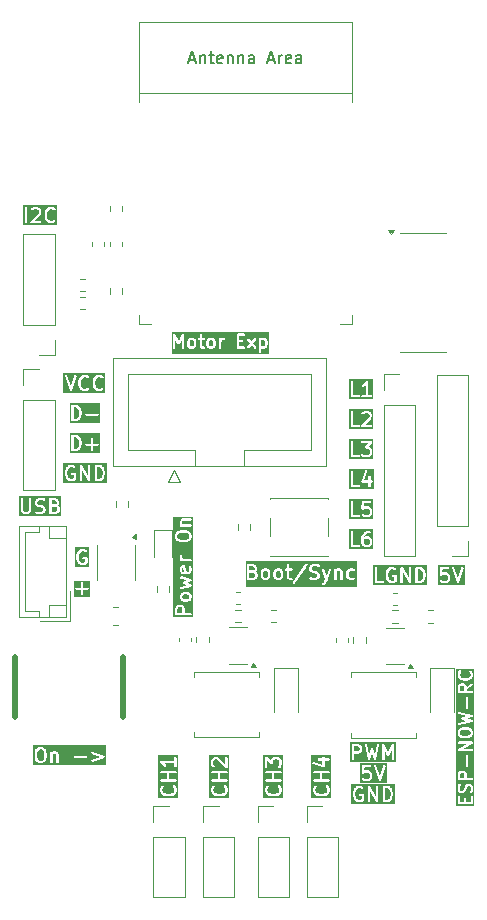
<source format=gbr>
%TF.GenerationSoftware,KiCad,Pcbnew,8.0.8*%
%TF.CreationDate,2025-02-17T10:13:52+00:00*%
%TF.ProjectId,receiver-esp32-c6,72656365-6976-4657-922d-65737033322d,rev?*%
%TF.SameCoordinates,Original*%
%TF.FileFunction,Legend,Top*%
%TF.FilePolarity,Positive*%
%FSLAX46Y46*%
G04 Gerber Fmt 4.6, Leading zero omitted, Abs format (unit mm)*
G04 Created by KiCad (PCBNEW 8.0.8) date 2025-02-17 10:13:52*
%MOMM*%
%LPD*%
G01*
G04 APERTURE LIST*
%ADD10C,0.200000*%
%ADD11C,0.150000*%
%ADD12C,0.120000*%
%ADD13C,0.500000*%
G04 APERTURE END LIST*
D10*
G36*
X160956672Y-110323518D02*
G01*
X160986105Y-110352951D01*
X161020671Y-110422083D01*
X161020671Y-110717524D01*
X160644480Y-110717524D01*
X160644480Y-110422083D01*
X160679046Y-110352950D01*
X160708479Y-110323518D01*
X160777611Y-110288952D01*
X160887540Y-110288952D01*
X160956672Y-110323518D01*
G37*
G36*
X161436212Y-106664962D02*
G01*
X161509914Y-106738664D01*
X161544480Y-106807796D01*
X161544480Y-106970107D01*
X161509914Y-107039239D01*
X161436212Y-107112942D01*
X161265504Y-107155619D01*
X160923456Y-107155619D01*
X160752749Y-107112942D01*
X160679046Y-107039239D01*
X160644480Y-106970106D01*
X160644480Y-106807797D01*
X160679046Y-106738664D01*
X160752749Y-106664961D01*
X160923456Y-106622285D01*
X161265504Y-106622285D01*
X161436212Y-106664962D01*
G37*
G36*
X160956672Y-102937803D02*
G01*
X160986105Y-102967236D01*
X161020671Y-103036368D01*
X161020671Y-103331809D01*
X160644480Y-103331809D01*
X160644480Y-103036368D01*
X160679046Y-102967235D01*
X160708479Y-102937803D01*
X160777611Y-102903237D01*
X160887540Y-102903237D01*
X160956672Y-102937803D01*
G37*
G36*
X161866702Y-113082603D02*
G01*
X160322258Y-113082603D01*
X160322258Y-112336571D01*
X160444480Y-112336571D01*
X160444480Y-112860381D01*
X160446401Y-112879890D01*
X160461333Y-112915938D01*
X160488923Y-112943528D01*
X160524971Y-112958460D01*
X160544480Y-112960381D01*
X161644480Y-112960381D01*
X161663989Y-112958460D01*
X161700037Y-112943528D01*
X161727627Y-112915938D01*
X161742559Y-112879890D01*
X161744480Y-112860381D01*
X161744480Y-112336571D01*
X161742559Y-112317062D01*
X161727627Y-112281014D01*
X161700037Y-112253424D01*
X161663989Y-112238492D01*
X161624971Y-112238492D01*
X161588923Y-112253424D01*
X161561333Y-112281014D01*
X161546401Y-112317062D01*
X161544480Y-112336571D01*
X161544480Y-112760381D01*
X161168290Y-112760381D01*
X161168290Y-112493714D01*
X161166369Y-112474205D01*
X161151437Y-112438157D01*
X161123847Y-112410567D01*
X161087799Y-112395635D01*
X161048781Y-112395635D01*
X161012733Y-112410567D01*
X160985143Y-112438157D01*
X160970211Y-112474205D01*
X160968290Y-112493714D01*
X160968290Y-112760381D01*
X160644480Y-112760381D01*
X160644480Y-112336571D01*
X160642559Y-112317062D01*
X160627627Y-112281014D01*
X160600037Y-112253424D01*
X160563989Y-112238492D01*
X160524971Y-112238492D01*
X160488923Y-112253424D01*
X160461333Y-112281014D01*
X160446401Y-112317062D01*
X160444480Y-112336571D01*
X160322258Y-112336571D01*
X160322258Y-111446095D01*
X160444480Y-111446095D01*
X160444480Y-111708000D01*
X160446401Y-111727509D01*
X160447776Y-111730829D01*
X160448031Y-111734413D01*
X160455037Y-111752721D01*
X160507418Y-111857483D01*
X160512703Y-111865879D01*
X160513714Y-111868319D01*
X160515967Y-111871065D01*
X160517861Y-111874073D01*
X160519855Y-111875802D01*
X160526150Y-111883473D01*
X160578531Y-111935854D01*
X160586197Y-111942145D01*
X160587930Y-111944143D01*
X160590941Y-111946038D01*
X160593685Y-111948290D01*
X160596122Y-111949299D01*
X160604521Y-111954586D01*
X160709282Y-112006967D01*
X160727591Y-112013973D01*
X160731174Y-112014227D01*
X160734495Y-112015603D01*
X160754004Y-112017524D01*
X160858766Y-112017524D01*
X160878275Y-112015603D01*
X160881595Y-112014227D01*
X160885179Y-112013973D01*
X160903487Y-112006967D01*
X161008249Y-111954586D01*
X161016645Y-111949300D01*
X161019085Y-111948290D01*
X161021831Y-111946036D01*
X161024839Y-111944143D01*
X161026568Y-111942148D01*
X161034239Y-111935854D01*
X161086620Y-111883473D01*
X161092911Y-111875806D01*
X161094909Y-111874074D01*
X161096804Y-111871062D01*
X161099056Y-111868319D01*
X161100065Y-111865881D01*
X161105352Y-111857483D01*
X161157733Y-111752722D01*
X161158279Y-111751293D01*
X161158709Y-111750714D01*
X161161630Y-111742537D01*
X161164739Y-111734413D01*
X161164790Y-111733692D01*
X161165304Y-111732254D01*
X161215022Y-111533380D01*
X161255237Y-111452950D01*
X161284670Y-111423518D01*
X161353802Y-111388952D01*
X161411350Y-111388952D01*
X161480482Y-111423518D01*
X161509914Y-111452950D01*
X161544480Y-111522082D01*
X161544480Y-111744155D01*
X161497231Y-111885902D01*
X161492885Y-111905017D01*
X161495651Y-111943937D01*
X161513101Y-111978836D01*
X161542577Y-112004401D01*
X161579593Y-112016739D01*
X161618513Y-112013973D01*
X161653412Y-111996523D01*
X161678977Y-111967047D01*
X161686969Y-111949146D01*
X161739349Y-111792003D01*
X161741548Y-111782330D01*
X161742559Y-111779890D01*
X161742907Y-111776352D01*
X161743695Y-111772888D01*
X161743507Y-111770254D01*
X161744480Y-111760381D01*
X161744480Y-111498476D01*
X161742559Y-111478967D01*
X161741183Y-111475646D01*
X161740929Y-111472064D01*
X161733923Y-111453755D01*
X161681543Y-111348993D01*
X161676257Y-111340596D01*
X161675247Y-111338157D01*
X161672993Y-111335410D01*
X161671100Y-111332403D01*
X161669105Y-111330672D01*
X161662811Y-111323003D01*
X161610430Y-111270622D01*
X161602759Y-111264327D01*
X161601030Y-111262333D01*
X161598022Y-111260439D01*
X161595276Y-111258186D01*
X161592836Y-111257175D01*
X161584440Y-111251890D01*
X161479678Y-111199509D01*
X161461370Y-111192503D01*
X161457786Y-111192248D01*
X161454466Y-111190873D01*
X161434957Y-111188952D01*
X161330195Y-111188952D01*
X161310686Y-111190873D01*
X161307365Y-111192248D01*
X161303782Y-111192503D01*
X161285473Y-111199509D01*
X161180712Y-111251890D01*
X161172313Y-111257176D01*
X161169876Y-111258186D01*
X161167132Y-111260437D01*
X161164121Y-111262333D01*
X161162388Y-111264330D01*
X161154722Y-111270622D01*
X161102341Y-111323003D01*
X161096046Y-111330673D01*
X161094052Y-111332403D01*
X161092158Y-111335410D01*
X161089905Y-111338157D01*
X161088894Y-111340596D01*
X161083609Y-111348993D01*
X161031228Y-111453755D01*
X161030682Y-111455181D01*
X161030252Y-111455762D01*
X161027330Y-111463938D01*
X161024222Y-111472063D01*
X161024170Y-111472785D01*
X161023657Y-111474223D01*
X160973938Y-111673095D01*
X160933724Y-111753525D01*
X160904291Y-111782957D01*
X160835159Y-111817524D01*
X160777611Y-111817524D01*
X160708479Y-111782958D01*
X160679046Y-111753525D01*
X160644480Y-111684392D01*
X160644480Y-111462322D01*
X160691729Y-111320575D01*
X160696076Y-111301460D01*
X160693310Y-111262540D01*
X160675860Y-111227641D01*
X160646384Y-111202076D01*
X160609368Y-111189737D01*
X160570448Y-111192503D01*
X160535549Y-111209953D01*
X160509984Y-111239429D01*
X160501993Y-111257329D01*
X160449612Y-111414472D01*
X160447412Y-111424143D01*
X160446401Y-111426586D01*
X160446052Y-111430124D01*
X160445265Y-111433588D01*
X160445452Y-111436221D01*
X160444480Y-111446095D01*
X160322258Y-111446095D01*
X160322258Y-110398476D01*
X160444480Y-110398476D01*
X160444480Y-110817524D01*
X160446401Y-110837033D01*
X160461333Y-110873081D01*
X160488923Y-110900671D01*
X160524971Y-110915603D01*
X160544480Y-110917524D01*
X161644480Y-110917524D01*
X161663989Y-110915603D01*
X161700037Y-110900671D01*
X161727627Y-110873081D01*
X161742559Y-110837033D01*
X161742559Y-110798015D01*
X161727627Y-110761967D01*
X161700037Y-110734377D01*
X161663989Y-110719445D01*
X161644480Y-110717524D01*
X161220671Y-110717524D01*
X161220671Y-110398476D01*
X161218750Y-110378967D01*
X161217374Y-110375646D01*
X161217120Y-110372063D01*
X161210114Y-110353754D01*
X161157733Y-110248993D01*
X161152446Y-110240594D01*
X161151437Y-110238157D01*
X161149185Y-110235413D01*
X161147290Y-110232402D01*
X161145292Y-110230669D01*
X161139001Y-110223003D01*
X161086620Y-110170622D01*
X161078949Y-110164327D01*
X161077220Y-110162333D01*
X161074212Y-110160439D01*
X161071466Y-110158186D01*
X161069026Y-110157175D01*
X161060630Y-110151890D01*
X160955868Y-110099509D01*
X160937560Y-110092503D01*
X160933976Y-110092248D01*
X160930656Y-110090873D01*
X160911147Y-110088952D01*
X160754004Y-110088952D01*
X160734495Y-110090873D01*
X160731174Y-110092248D01*
X160727591Y-110092503D01*
X160709282Y-110099509D01*
X160604521Y-110151890D01*
X160596122Y-110157176D01*
X160593685Y-110158186D01*
X160590941Y-110160437D01*
X160587930Y-110162333D01*
X160586197Y-110164330D01*
X160578531Y-110170622D01*
X160526150Y-110223003D01*
X160519855Y-110230673D01*
X160517861Y-110232403D01*
X160515967Y-110235410D01*
X160513714Y-110238157D01*
X160512703Y-110240596D01*
X160507418Y-110248993D01*
X160455037Y-110353755D01*
X160448031Y-110372063D01*
X160447776Y-110375646D01*
X160446401Y-110378967D01*
X160444480Y-110398476D01*
X160322258Y-110398476D01*
X160322258Y-108879429D01*
X161125433Y-108879429D01*
X161125433Y-109717524D01*
X161127354Y-109737033D01*
X161142286Y-109773081D01*
X161169876Y-109800671D01*
X161205924Y-109815603D01*
X161244942Y-109815603D01*
X161280990Y-109800671D01*
X161308580Y-109773081D01*
X161323512Y-109737033D01*
X161325433Y-109717524D01*
X161325433Y-108879429D01*
X161323512Y-108859920D01*
X161308580Y-108823872D01*
X161280990Y-108796282D01*
X161244942Y-108781350D01*
X161205924Y-108781350D01*
X161169876Y-108796282D01*
X161142286Y-108823872D01*
X161127354Y-108859920D01*
X161125433Y-108879429D01*
X160322258Y-108879429D01*
X160322258Y-108348635D01*
X160444724Y-108348635D01*
X160446401Y-108361828D01*
X160446401Y-108375128D01*
X160448840Y-108381016D01*
X160449644Y-108387341D01*
X160456244Y-108398890D01*
X160461333Y-108411176D01*
X160465840Y-108415683D01*
X160469003Y-108421218D01*
X160479517Y-108429360D01*
X160488923Y-108438766D01*
X160494813Y-108441205D01*
X160499852Y-108445108D01*
X160512679Y-108448606D01*
X160524971Y-108453698D01*
X160534950Y-108454680D01*
X160537496Y-108455375D01*
X160539462Y-108455124D01*
X160544480Y-108455619D01*
X161644480Y-108455619D01*
X161663989Y-108453698D01*
X161700037Y-108438766D01*
X161727627Y-108411176D01*
X161742559Y-108375128D01*
X161742559Y-108336110D01*
X161727627Y-108300062D01*
X161700037Y-108272472D01*
X161663989Y-108257540D01*
X161644480Y-108255619D01*
X160921036Y-108255619D01*
X161694094Y-107813871D01*
X161698205Y-107810952D01*
X161700037Y-107810194D01*
X161701902Y-107808328D01*
X161710080Y-107802524D01*
X161718226Y-107792004D01*
X161727627Y-107782604D01*
X161730065Y-107776716D01*
X161733970Y-107771675D01*
X161737469Y-107758842D01*
X161742559Y-107746556D01*
X161742559Y-107740180D01*
X161744236Y-107734031D01*
X161742559Y-107720837D01*
X161742559Y-107707538D01*
X161740120Y-107701650D01*
X161739316Y-107695324D01*
X161732713Y-107683769D01*
X161727627Y-107671490D01*
X161723123Y-107666986D01*
X161719958Y-107661447D01*
X161709435Y-107653298D01*
X161700037Y-107643900D01*
X161694149Y-107641461D01*
X161689108Y-107637557D01*
X161676275Y-107634057D01*
X161663989Y-107628968D01*
X161654011Y-107627985D01*
X161651465Y-107627291D01*
X161649497Y-107627541D01*
X161644480Y-107627047D01*
X160544480Y-107627047D01*
X160524971Y-107628968D01*
X160488923Y-107643900D01*
X160461333Y-107671490D01*
X160446401Y-107707538D01*
X160446401Y-107746556D01*
X160461333Y-107782604D01*
X160488923Y-107810194D01*
X160524971Y-107825126D01*
X160544480Y-107827047D01*
X161267924Y-107827047D01*
X160494866Y-108268795D01*
X160490755Y-108271713D01*
X160488923Y-108272472D01*
X160487056Y-108274338D01*
X160478881Y-108280142D01*
X160470738Y-108290656D01*
X160461333Y-108300062D01*
X160458893Y-108305952D01*
X160454991Y-108310991D01*
X160451492Y-108323818D01*
X160446401Y-108336110D01*
X160446401Y-108342486D01*
X160444724Y-108348635D01*
X160322258Y-108348635D01*
X160322258Y-106784190D01*
X160444480Y-106784190D01*
X160444480Y-106993714D01*
X160446401Y-107013223D01*
X160447776Y-107016543D01*
X160448031Y-107020127D01*
X160455037Y-107038435D01*
X160507418Y-107143197D01*
X160512703Y-107151593D01*
X160513714Y-107154033D01*
X160515967Y-107156779D01*
X160517861Y-107159787D01*
X160519855Y-107161516D01*
X160526150Y-107169187D01*
X160630912Y-107273949D01*
X160646066Y-107286385D01*
X160652934Y-107289230D01*
X160658909Y-107293657D01*
X160677369Y-107300252D01*
X160886893Y-107352633D01*
X160890274Y-107353133D01*
X160891638Y-107353698D01*
X160898986Y-107354421D01*
X160906285Y-107355501D01*
X160907743Y-107355283D01*
X160911147Y-107355619D01*
X161277814Y-107355619D01*
X161281216Y-107355283D01*
X161282675Y-107355501D01*
X161289972Y-107354421D01*
X161297323Y-107353698D01*
X161298686Y-107353133D01*
X161302068Y-107352633D01*
X161511591Y-107300252D01*
X161530052Y-107293657D01*
X161536026Y-107289230D01*
X161542895Y-107286385D01*
X161558049Y-107273949D01*
X161662811Y-107169187D01*
X161669105Y-107161517D01*
X161671100Y-107159787D01*
X161672993Y-107156779D01*
X161675247Y-107154033D01*
X161676257Y-107151593D01*
X161681543Y-107143197D01*
X161733923Y-107038435D01*
X161740929Y-107020126D01*
X161741183Y-107016543D01*
X161742559Y-107013223D01*
X161744480Y-106993714D01*
X161744480Y-106784190D01*
X161742559Y-106764681D01*
X161741183Y-106761360D01*
X161740929Y-106757778D01*
X161733923Y-106739469D01*
X161681543Y-106634707D01*
X161676257Y-106626310D01*
X161675247Y-106623871D01*
X161672993Y-106621124D01*
X161671100Y-106618117D01*
X161669105Y-106616386D01*
X161662811Y-106608717D01*
X161558049Y-106503955D01*
X161542895Y-106491519D01*
X161536026Y-106488673D01*
X161530052Y-106484247D01*
X161511591Y-106477652D01*
X161302068Y-106425271D01*
X161298686Y-106424770D01*
X161297323Y-106424206D01*
X161289972Y-106423482D01*
X161282675Y-106422403D01*
X161281216Y-106422620D01*
X161277814Y-106422285D01*
X160911147Y-106422285D01*
X160907743Y-106422620D01*
X160906285Y-106422403D01*
X160898986Y-106423482D01*
X160891638Y-106424206D01*
X160890274Y-106424770D01*
X160886893Y-106425271D01*
X160677369Y-106477652D01*
X160658909Y-106484247D01*
X160652934Y-106488673D01*
X160646066Y-106491519D01*
X160630912Y-106503955D01*
X160526150Y-106608717D01*
X160519855Y-106616387D01*
X160517861Y-106618117D01*
X160515967Y-106621124D01*
X160513714Y-106623871D01*
X160512703Y-106626310D01*
X160507418Y-106634707D01*
X160455037Y-106739469D01*
X160448031Y-106757777D01*
X160447776Y-106761360D01*
X160446401Y-106764681D01*
X160444480Y-106784190D01*
X160322258Y-106784190D01*
X160322258Y-105209023D01*
X160444549Y-105209023D01*
X160450726Y-105247550D01*
X160471175Y-105280780D01*
X160502784Y-105303655D01*
X160521318Y-105310043D01*
X161235791Y-105480155D01*
X160833000Y-105587567D01*
X160828432Y-105589279D01*
X160826509Y-105589535D01*
X160824227Y-105590856D01*
X160814644Y-105594449D01*
X160804160Y-105602473D01*
X160792741Y-105609085D01*
X160788804Y-105614228D01*
X160783661Y-105618165D01*
X160777049Y-105629584D01*
X160769025Y-105640068D01*
X160767355Y-105646328D01*
X160764111Y-105651933D01*
X160762372Y-105665015D01*
X160758972Y-105677769D01*
X160759825Y-105684190D01*
X160758972Y-105690611D01*
X160762372Y-105703364D01*
X160764111Y-105716447D01*
X160767355Y-105722051D01*
X160769025Y-105728312D01*
X160777049Y-105738795D01*
X160783661Y-105750215D01*
X160788804Y-105754151D01*
X160792741Y-105759295D01*
X160804160Y-105765906D01*
X160814644Y-105773931D01*
X160824227Y-105777523D01*
X160826509Y-105778845D01*
X160828432Y-105779100D01*
X160833000Y-105780813D01*
X161235792Y-105888224D01*
X160521318Y-106058338D01*
X160502784Y-106064726D01*
X160471175Y-106087601D01*
X160450726Y-106120831D01*
X160444549Y-106159358D01*
X160453587Y-106197315D01*
X160476462Y-106228924D01*
X160509692Y-106249373D01*
X160548219Y-106255550D01*
X160567642Y-106252900D01*
X161667642Y-105990995D01*
X161674334Y-105988688D01*
X161676737Y-105988369D01*
X161678909Y-105987111D01*
X161686175Y-105984607D01*
X161697935Y-105976096D01*
X161710505Y-105968819D01*
X161713627Y-105964740D01*
X161717784Y-105961732D01*
X161725389Y-105949374D01*
X161734221Y-105937836D01*
X161735544Y-105932872D01*
X161738234Y-105928502D01*
X161740531Y-105914170D01*
X161744274Y-105900135D01*
X161743597Y-105895043D01*
X161744410Y-105889975D01*
X161741047Y-105875852D01*
X161739135Y-105861457D01*
X161736562Y-105857013D01*
X161735373Y-105852018D01*
X161726860Y-105840256D01*
X161719585Y-105827689D01*
X161715506Y-105824566D01*
X161712497Y-105820409D01*
X161700139Y-105812804D01*
X161688602Y-105803973D01*
X161681400Y-105801273D01*
X161679267Y-105799960D01*
X161676875Y-105799576D01*
X161670246Y-105797091D01*
X161246867Y-105684190D01*
X161670246Y-105571289D01*
X161676874Y-105568803D01*
X161679268Y-105568420D01*
X161681403Y-105567105D01*
X161688602Y-105564407D01*
X161700135Y-105555578D01*
X161712498Y-105547971D01*
X161715507Y-105543811D01*
X161719585Y-105540691D01*
X161726861Y-105528123D01*
X161735373Y-105516361D01*
X161736561Y-105511367D01*
X161739135Y-105506923D01*
X161741047Y-105492526D01*
X161744410Y-105478405D01*
X161743597Y-105473336D01*
X161744274Y-105468245D01*
X161740531Y-105454209D01*
X161738234Y-105439878D01*
X161735544Y-105435507D01*
X161734221Y-105430544D01*
X161725392Y-105419010D01*
X161717785Y-105406648D01*
X161713625Y-105403638D01*
X161710505Y-105399561D01*
X161697937Y-105392284D01*
X161686175Y-105383773D01*
X161678909Y-105381268D01*
X161676737Y-105380011D01*
X161674334Y-105379691D01*
X161667642Y-105377385D01*
X160567642Y-105115481D01*
X160548219Y-105112831D01*
X160509692Y-105119008D01*
X160476462Y-105139457D01*
X160453587Y-105171066D01*
X160444549Y-105209023D01*
X160322258Y-105209023D01*
X160322258Y-103955619D01*
X161125433Y-103955619D01*
X161125433Y-104793714D01*
X161127354Y-104813223D01*
X161142286Y-104849271D01*
X161169876Y-104876861D01*
X161205924Y-104891793D01*
X161244942Y-104891793D01*
X161280990Y-104876861D01*
X161308580Y-104849271D01*
X161323512Y-104813223D01*
X161325433Y-104793714D01*
X161325433Y-103955619D01*
X161323512Y-103936110D01*
X161308580Y-103900062D01*
X161280990Y-103872472D01*
X161244942Y-103857540D01*
X161205924Y-103857540D01*
X161169876Y-103872472D01*
X161142286Y-103900062D01*
X161127354Y-103936110D01*
X161125433Y-103955619D01*
X160322258Y-103955619D01*
X160322258Y-103012761D01*
X160444480Y-103012761D01*
X160444480Y-103431809D01*
X160446401Y-103451318D01*
X160461333Y-103487366D01*
X160488923Y-103514956D01*
X160524971Y-103529888D01*
X160544480Y-103531809D01*
X161644480Y-103531809D01*
X161663989Y-103529888D01*
X161700037Y-103514956D01*
X161727627Y-103487366D01*
X161742559Y-103451318D01*
X161742559Y-103412300D01*
X161727627Y-103376252D01*
X161700037Y-103348662D01*
X161663989Y-103333730D01*
X161644480Y-103331809D01*
X161220671Y-103331809D01*
X161220671Y-103221969D01*
X161701826Y-102885160D01*
X161716707Y-102872399D01*
X161737676Y-102839494D01*
X161744457Y-102801069D01*
X161736017Y-102762975D01*
X161713642Y-102731010D01*
X161680737Y-102710041D01*
X161642312Y-102703260D01*
X161604218Y-102711700D01*
X161587134Y-102721314D01*
X161215301Y-102981596D01*
X161210114Y-102968039D01*
X161157733Y-102863278D01*
X161152446Y-102854879D01*
X161151437Y-102852442D01*
X161149185Y-102849698D01*
X161147290Y-102846687D01*
X161145292Y-102844954D01*
X161139001Y-102837288D01*
X161086620Y-102784907D01*
X161078949Y-102778612D01*
X161077220Y-102776618D01*
X161074212Y-102774724D01*
X161071466Y-102772471D01*
X161069026Y-102771460D01*
X161060630Y-102766175D01*
X160955868Y-102713794D01*
X160937560Y-102706788D01*
X160933976Y-102706533D01*
X160930656Y-102705158D01*
X160911147Y-102703237D01*
X160754004Y-102703237D01*
X160734495Y-102705158D01*
X160731174Y-102706533D01*
X160727591Y-102706788D01*
X160709282Y-102713794D01*
X160604521Y-102766175D01*
X160596122Y-102771461D01*
X160593685Y-102772471D01*
X160590941Y-102774722D01*
X160587930Y-102776618D01*
X160586197Y-102778615D01*
X160578531Y-102784907D01*
X160526150Y-102837288D01*
X160519855Y-102844958D01*
X160517861Y-102846688D01*
X160515967Y-102849695D01*
X160513714Y-102852442D01*
X160512703Y-102854881D01*
X160507418Y-102863278D01*
X160455037Y-102968040D01*
X160448031Y-102986348D01*
X160447776Y-102989931D01*
X160446401Y-102993252D01*
X160444480Y-103012761D01*
X160322258Y-103012761D01*
X160322258Y-101912761D01*
X160444480Y-101912761D01*
X160444480Y-102017523D01*
X160445452Y-102027396D01*
X160445265Y-102030030D01*
X160446052Y-102033493D01*
X160446401Y-102037032D01*
X160447412Y-102039474D01*
X160449612Y-102049146D01*
X160501993Y-102206289D01*
X160509984Y-102224189D01*
X160512339Y-102226904D01*
X160513714Y-102230223D01*
X160526150Y-102245377D01*
X160630912Y-102350139D01*
X160638578Y-102356430D01*
X160640311Y-102358428D01*
X160643322Y-102360323D01*
X160646066Y-102362575D01*
X160648503Y-102363584D01*
X160656902Y-102368871D01*
X160761663Y-102421252D01*
X160763091Y-102421798D01*
X160763671Y-102422228D01*
X160771847Y-102425149D01*
X160779972Y-102428258D01*
X160780692Y-102428309D01*
X160782131Y-102428823D01*
X160991655Y-102481204D01*
X160995036Y-102481704D01*
X160996400Y-102482269D01*
X161003748Y-102482992D01*
X161011047Y-102484072D01*
X161012505Y-102483854D01*
X161015909Y-102484190D01*
X161173052Y-102484190D01*
X161176454Y-102483854D01*
X161177913Y-102484072D01*
X161185210Y-102482992D01*
X161192561Y-102482269D01*
X161193924Y-102481704D01*
X161197306Y-102481204D01*
X161406829Y-102428823D01*
X161408266Y-102428309D01*
X161408989Y-102428258D01*
X161417113Y-102425149D01*
X161425290Y-102422228D01*
X161425870Y-102421797D01*
X161427297Y-102421252D01*
X161532059Y-102368871D01*
X161540455Y-102363585D01*
X161542895Y-102362575D01*
X161545641Y-102360321D01*
X161548649Y-102358428D01*
X161550378Y-102356433D01*
X161558049Y-102350139D01*
X161662811Y-102245377D01*
X161675247Y-102230223D01*
X161676621Y-102226904D01*
X161678977Y-102224189D01*
X161686969Y-102206288D01*
X161739349Y-102049145D01*
X161741548Y-102039472D01*
X161742559Y-102037032D01*
X161742907Y-102033494D01*
X161743695Y-102030030D01*
X161743507Y-102027396D01*
X161744480Y-102017523D01*
X161744480Y-101912761D01*
X161743507Y-101902887D01*
X161743695Y-101900254D01*
X161742907Y-101896789D01*
X161742559Y-101893252D01*
X161741548Y-101890811D01*
X161739349Y-101881139D01*
X161686969Y-101723996D01*
X161678977Y-101706095D01*
X161676621Y-101703379D01*
X161675247Y-101700061D01*
X161662811Y-101684907D01*
X161610430Y-101632526D01*
X161595276Y-101620090D01*
X161559228Y-101605158D01*
X161520210Y-101605158D01*
X161484162Y-101620090D01*
X161456572Y-101647680D01*
X161441640Y-101683728D01*
X161441640Y-101722746D01*
X161456572Y-101758794D01*
X161469008Y-101773948D01*
X161504696Y-101809636D01*
X161544480Y-101928987D01*
X161544480Y-102001297D01*
X161504696Y-102120647D01*
X161428101Y-102197242D01*
X161347671Y-102237457D01*
X161160742Y-102284190D01*
X161028218Y-102284190D01*
X160841289Y-102237457D01*
X160760860Y-102197243D01*
X160684263Y-102120646D01*
X160644480Y-102001296D01*
X160644480Y-101928988D01*
X160684263Y-101809637D01*
X160719953Y-101773948D01*
X160732389Y-101758794D01*
X160747321Y-101722746D01*
X160747321Y-101683728D01*
X160732389Y-101647680D01*
X160704799Y-101620090D01*
X160668751Y-101605158D01*
X160629733Y-101605158D01*
X160593685Y-101620090D01*
X160578531Y-101632526D01*
X160526150Y-101684907D01*
X160513714Y-101700061D01*
X160512339Y-101703379D01*
X160509984Y-101706095D01*
X160501993Y-101723995D01*
X160449612Y-101881138D01*
X160447412Y-101890809D01*
X160446401Y-101893252D01*
X160446052Y-101896790D01*
X160445265Y-101900254D01*
X160445452Y-101902887D01*
X160444480Y-101912761D01*
X160322258Y-101912761D01*
X160322258Y-101482936D01*
X161866702Y-101482936D01*
X161866702Y-113082603D01*
G37*
G36*
X129322555Y-95384154D02*
G01*
X127945445Y-95384154D01*
X127945445Y-94676091D01*
X128078778Y-94676091D01*
X128078778Y-94715109D01*
X128093710Y-94751157D01*
X128121300Y-94778747D01*
X128157348Y-94793679D01*
X128176857Y-94795600D01*
X128534000Y-94795600D01*
X128534000Y-95152742D01*
X128535921Y-95172251D01*
X128550853Y-95208299D01*
X128578443Y-95235889D01*
X128614491Y-95250821D01*
X128653509Y-95250821D01*
X128689557Y-95235889D01*
X128717147Y-95208299D01*
X128732079Y-95172251D01*
X128734000Y-95152742D01*
X128734000Y-94795600D01*
X129091143Y-94795600D01*
X129110652Y-94793679D01*
X129146700Y-94778747D01*
X129174290Y-94751157D01*
X129189222Y-94715109D01*
X129189222Y-94676091D01*
X129174290Y-94640043D01*
X129146700Y-94612453D01*
X129110652Y-94597521D01*
X129091143Y-94595600D01*
X128734000Y-94595600D01*
X128734000Y-94238457D01*
X128732079Y-94218948D01*
X128717147Y-94182900D01*
X128689557Y-94155310D01*
X128653509Y-94140378D01*
X128614491Y-94140378D01*
X128578443Y-94155310D01*
X128550853Y-94182900D01*
X128535921Y-94218948D01*
X128534000Y-94238457D01*
X128534000Y-94595600D01*
X128176857Y-94595600D01*
X128157348Y-94597521D01*
X128121300Y-94612453D01*
X128093710Y-94640043D01*
X128078778Y-94676091D01*
X127945445Y-94676091D01*
X127945445Y-94007045D01*
X129322555Y-94007045D01*
X129322555Y-95384154D01*
G37*
G36*
X157361124Y-93081287D02*
G01*
X157447241Y-93167405D01*
X157492219Y-93257362D01*
X157543714Y-93463338D01*
X157543714Y-93610146D01*
X157492219Y-93816122D01*
X157447241Y-93906079D01*
X157361125Y-93992196D01*
X157227488Y-94036742D01*
X157058000Y-94036742D01*
X157058000Y-93036742D01*
X157227487Y-93036742D01*
X157361124Y-93081287D01*
G37*
G36*
X157877047Y-94370075D02*
G01*
X153296095Y-94370075D01*
X153296095Y-92936742D01*
X153429428Y-92936742D01*
X153429428Y-94136742D01*
X153431349Y-94156251D01*
X153446281Y-94192299D01*
X153473871Y-94219889D01*
X153509919Y-94234821D01*
X153529428Y-94236742D01*
X154100856Y-94236742D01*
X154120365Y-94234821D01*
X154156413Y-94219889D01*
X154184003Y-94192299D01*
X154198935Y-94156251D01*
X154198935Y-94117233D01*
X154184003Y-94081185D01*
X154156413Y-94053595D01*
X154120365Y-94038663D01*
X154100856Y-94036742D01*
X153629428Y-94036742D01*
X153629428Y-93451028D01*
X154343714Y-93451028D01*
X154343714Y-93622457D01*
X154344049Y-93625859D01*
X154343832Y-93627318D01*
X154344911Y-93634615D01*
X154345635Y-93641966D01*
X154346199Y-93643329D01*
X154346700Y-93646711D01*
X154403843Y-93875282D01*
X154404356Y-93876720D01*
X154404408Y-93877441D01*
X154407511Y-93885551D01*
X154410438Y-93893743D01*
X154410868Y-93894324D01*
X154411414Y-93895749D01*
X154468557Y-94010036D01*
X154473841Y-94018430D01*
X154474852Y-94020871D01*
X154477106Y-94023617D01*
X154479000Y-94026626D01*
X154480996Y-94028357D01*
X154487289Y-94036024D01*
X154601574Y-94150310D01*
X154616727Y-94162747D01*
X154620046Y-94164122D01*
X154622762Y-94166477D01*
X154640663Y-94174468D01*
X154812092Y-94231611D01*
X154821764Y-94233810D01*
X154824205Y-94234821D01*
X154827742Y-94235169D01*
X154831207Y-94235957D01*
X154833840Y-94235769D01*
X154843714Y-94236742D01*
X154958000Y-94236742D01*
X154967873Y-94235769D01*
X154970507Y-94235957D01*
X154973969Y-94235169D01*
X154977509Y-94234821D01*
X154979951Y-94233809D01*
X154989622Y-94231610D01*
X155161051Y-94174468D01*
X155178951Y-94166477D01*
X155181666Y-94164121D01*
X155184985Y-94162747D01*
X155200139Y-94150311D01*
X155257281Y-94093168D01*
X155269718Y-94078015D01*
X155276449Y-94061764D01*
X155284650Y-94041966D01*
X155286571Y-94022457D01*
X155286571Y-93622457D01*
X155284650Y-93602948D01*
X155269718Y-93566900D01*
X155242128Y-93539310D01*
X155206080Y-93524378D01*
X155186571Y-93522457D01*
X154958000Y-93522457D01*
X154938491Y-93524378D01*
X154902443Y-93539310D01*
X154874853Y-93566900D01*
X154859921Y-93602948D01*
X154859921Y-93641966D01*
X154874853Y-93678014D01*
X154902443Y-93705604D01*
X154938491Y-93720536D01*
X154958000Y-93722457D01*
X155086571Y-93722457D01*
X155086571Y-93981035D01*
X155075409Y-93992196D01*
X154941774Y-94036742D01*
X154859941Y-94036742D01*
X154726303Y-93992197D01*
X154640186Y-93906079D01*
X154595208Y-93816123D01*
X154543714Y-93610147D01*
X154543714Y-93463338D01*
X154595208Y-93257362D01*
X154640186Y-93167405D01*
X154726303Y-93081287D01*
X154859941Y-93036742D01*
X154991535Y-93036742D01*
X155084707Y-93083328D01*
X155103015Y-93090334D01*
X155141935Y-93093100D01*
X155178951Y-93080761D01*
X155208428Y-93055197D01*
X155225877Y-93020298D01*
X155228643Y-92981378D01*
X155216305Y-92944362D01*
X155209696Y-92936742D01*
X155600857Y-92936742D01*
X155600857Y-94136742D01*
X155602778Y-94156251D01*
X155617710Y-94192299D01*
X155645300Y-94219889D01*
X155681348Y-94234821D01*
X155720366Y-94234821D01*
X155756414Y-94219889D01*
X155784004Y-94192299D01*
X155798936Y-94156251D01*
X155800857Y-94136742D01*
X155800857Y-93313298D01*
X156299747Y-94186356D01*
X156302665Y-94190466D01*
X156303424Y-94192299D01*
X156305290Y-94194165D01*
X156311094Y-94202341D01*
X156321608Y-94210483D01*
X156331014Y-94219889D01*
X156336904Y-94222328D01*
X156341943Y-94226231D01*
X156354771Y-94229729D01*
X156367062Y-94234821D01*
X156373437Y-94234821D01*
X156379586Y-94236498D01*
X156392777Y-94234821D01*
X156406080Y-94234821D01*
X156411971Y-94232380D01*
X156418293Y-94231577D01*
X156429838Y-94224979D01*
X156442128Y-94219889D01*
X156446635Y-94215381D01*
X156452170Y-94212219D01*
X156460312Y-94201704D01*
X156469718Y-94192299D01*
X156472157Y-94186408D01*
X156476060Y-94181370D01*
X156479558Y-94168542D01*
X156484650Y-94156251D01*
X156485632Y-94146271D01*
X156486327Y-94143726D01*
X156486076Y-94141759D01*
X156486571Y-94136742D01*
X156486571Y-92936742D01*
X156858000Y-92936742D01*
X156858000Y-94136742D01*
X156859921Y-94156251D01*
X156874853Y-94192299D01*
X156902443Y-94219889D01*
X156938491Y-94234821D01*
X156958000Y-94236742D01*
X157243714Y-94236742D01*
X157253587Y-94235769D01*
X157256221Y-94235957D01*
X157259683Y-94235169D01*
X157263223Y-94234821D01*
X157265665Y-94233809D01*
X157275336Y-94231610D01*
X157446766Y-94174468D01*
X157464666Y-94166477D01*
X157467381Y-94164122D01*
X157470701Y-94162747D01*
X157485854Y-94150310D01*
X157600139Y-94036024D01*
X157606429Y-94028359D01*
X157608428Y-94026626D01*
X157610323Y-94023613D01*
X157612575Y-94020871D01*
X157613584Y-94018433D01*
X157618871Y-94010035D01*
X157676014Y-93895749D01*
X157676559Y-93894322D01*
X157676990Y-93893742D01*
X157679913Y-93885559D01*
X157683020Y-93877441D01*
X157683071Y-93876720D01*
X157683585Y-93875282D01*
X157740728Y-93646710D01*
X157741227Y-93643330D01*
X157741793Y-93641966D01*
X157742516Y-93634614D01*
X157743596Y-93627318D01*
X157743378Y-93625859D01*
X157743714Y-93622457D01*
X157743714Y-93451028D01*
X157743378Y-93447625D01*
X157743596Y-93446167D01*
X157742516Y-93438870D01*
X157741793Y-93431519D01*
X157741227Y-93430154D01*
X157740728Y-93426775D01*
X157683585Y-93198203D01*
X157683071Y-93196764D01*
X157683020Y-93196044D01*
X157679913Y-93187925D01*
X157676990Y-93179743D01*
X157676559Y-93179162D01*
X157676014Y-93177736D01*
X157618871Y-93063450D01*
X157613584Y-93055051D01*
X157612575Y-93052614D01*
X157610323Y-93049871D01*
X157608428Y-93046859D01*
X157606429Y-93045125D01*
X157600139Y-93037461D01*
X157485854Y-92923175D01*
X157470701Y-92910738D01*
X157467381Y-92909362D01*
X157464666Y-92907008D01*
X157446766Y-92899017D01*
X157275337Y-92841874D01*
X157265665Y-92839674D01*
X157263223Y-92838663D01*
X157259684Y-92838314D01*
X157256221Y-92837527D01*
X157253587Y-92837714D01*
X157243714Y-92836742D01*
X156958000Y-92836742D01*
X156938491Y-92838663D01*
X156902443Y-92853595D01*
X156874853Y-92881185D01*
X156859921Y-92917233D01*
X156858000Y-92936742D01*
X156486571Y-92936742D01*
X156484650Y-92917233D01*
X156469718Y-92881185D01*
X156442128Y-92853595D01*
X156406080Y-92838663D01*
X156367062Y-92838663D01*
X156331014Y-92853595D01*
X156303424Y-92881185D01*
X156288492Y-92917233D01*
X156286571Y-92936742D01*
X156286571Y-93760185D01*
X155787681Y-92887128D01*
X155784762Y-92883017D01*
X155784004Y-92881185D01*
X155782137Y-92879318D01*
X155776334Y-92871143D01*
X155765819Y-92863000D01*
X155756414Y-92853595D01*
X155750523Y-92851155D01*
X155745485Y-92847253D01*
X155732656Y-92843754D01*
X155720366Y-92838663D01*
X155713991Y-92838663D01*
X155707842Y-92836986D01*
X155694649Y-92838663D01*
X155681348Y-92838663D01*
X155675459Y-92841102D01*
X155669135Y-92841906D01*
X155657585Y-92848506D01*
X155645300Y-92853595D01*
X155640792Y-92858102D01*
X155635258Y-92861265D01*
X155627115Y-92871779D01*
X155617710Y-92881185D01*
X155615270Y-92887075D01*
X155611368Y-92892114D01*
X155607869Y-92904942D01*
X155602778Y-92917233D01*
X155601795Y-92927210D01*
X155601101Y-92929757D01*
X155601351Y-92931724D01*
X155600857Y-92936742D01*
X155209696Y-92936742D01*
X155190740Y-92914885D01*
X155174150Y-92904443D01*
X155059865Y-92847299D01*
X155041556Y-92840293D01*
X155037972Y-92840038D01*
X155034652Y-92838663D01*
X155015143Y-92836742D01*
X154843714Y-92836742D01*
X154833840Y-92837714D01*
X154831207Y-92837527D01*
X154827743Y-92838314D01*
X154824205Y-92838663D01*
X154821762Y-92839674D01*
X154812091Y-92841874D01*
X154640662Y-92899017D01*
X154622762Y-92907008D01*
X154620046Y-92909362D01*
X154616727Y-92910738D01*
X154601574Y-92923175D01*
X154487289Y-93037461D01*
X154480996Y-93045127D01*
X154479000Y-93046859D01*
X154477106Y-93049867D01*
X154474852Y-93052614D01*
X154473841Y-93055054D01*
X154468557Y-93063449D01*
X154411414Y-93177736D01*
X154410868Y-93179160D01*
X154410438Y-93179742D01*
X154407511Y-93187933D01*
X154404408Y-93196044D01*
X154404356Y-93196764D01*
X154403843Y-93198203D01*
X154346700Y-93426774D01*
X154346199Y-93430155D01*
X154345635Y-93431519D01*
X154344911Y-93438869D01*
X154343832Y-93446167D01*
X154344049Y-93447625D01*
X154343714Y-93451028D01*
X153629428Y-93451028D01*
X153629428Y-92936742D01*
X153627507Y-92917233D01*
X153612575Y-92881185D01*
X153584985Y-92853595D01*
X153548937Y-92838663D01*
X153509919Y-92838663D01*
X153473871Y-92853595D01*
X153446281Y-92881185D01*
X153431349Y-92917233D01*
X153429428Y-92936742D01*
X153296095Y-92936742D01*
X153296095Y-92703409D01*
X157877047Y-92703409D01*
X157877047Y-94370075D01*
G37*
G36*
X141096075Y-112414761D02*
G01*
X139429409Y-112414761D01*
X139429409Y-111667142D01*
X139562742Y-111667142D01*
X139562742Y-111781428D01*
X139563714Y-111791301D01*
X139563527Y-111793935D01*
X139564314Y-111797398D01*
X139564663Y-111800937D01*
X139565674Y-111803379D01*
X139567874Y-111813051D01*
X139625017Y-111984480D01*
X139633008Y-112002380D01*
X139635362Y-112005095D01*
X139636738Y-112008415D01*
X139649175Y-112023568D01*
X139763461Y-112137853D01*
X139771125Y-112144143D01*
X139772859Y-112146142D01*
X139775871Y-112148037D01*
X139778614Y-112150289D01*
X139781051Y-112151298D01*
X139789450Y-112156585D01*
X139903736Y-112213728D01*
X139905162Y-112214273D01*
X139905743Y-112214704D01*
X139913925Y-112217627D01*
X139922044Y-112220734D01*
X139922764Y-112220785D01*
X139924203Y-112221299D01*
X140152775Y-112278442D01*
X140156154Y-112278941D01*
X140157519Y-112279507D01*
X140164870Y-112280230D01*
X140172167Y-112281310D01*
X140173625Y-112281092D01*
X140177028Y-112281428D01*
X140348457Y-112281428D01*
X140351859Y-112281092D01*
X140353318Y-112281310D01*
X140360615Y-112280230D01*
X140367966Y-112279507D01*
X140369329Y-112278942D01*
X140372711Y-112278442D01*
X140601282Y-112221299D01*
X140602720Y-112220785D01*
X140603441Y-112220734D01*
X140611551Y-112217630D01*
X140619743Y-112214704D01*
X140620324Y-112214273D01*
X140621749Y-112213728D01*
X140736036Y-112156585D01*
X140744430Y-112151300D01*
X140746871Y-112150290D01*
X140749617Y-112148035D01*
X140752626Y-112146142D01*
X140754357Y-112144145D01*
X140762024Y-112137853D01*
X140876310Y-112023568D01*
X140888747Y-112008415D01*
X140890122Y-112005095D01*
X140892477Y-112002380D01*
X140900468Y-111984479D01*
X140957611Y-111813050D01*
X140959810Y-111803377D01*
X140960821Y-111800937D01*
X140961169Y-111797399D01*
X140961957Y-111793935D01*
X140961769Y-111791301D01*
X140962742Y-111781428D01*
X140962742Y-111667142D01*
X140961769Y-111657268D01*
X140961957Y-111654635D01*
X140961169Y-111651170D01*
X140960821Y-111647633D01*
X140959810Y-111645192D01*
X140957611Y-111635520D01*
X140900468Y-111464092D01*
X140892477Y-111446191D01*
X140890121Y-111443475D01*
X140888747Y-111440156D01*
X140876310Y-111425003D01*
X140819168Y-111367860D01*
X140804014Y-111355424D01*
X140767966Y-111340492D01*
X140728948Y-111340492D01*
X140692900Y-111355424D01*
X140665310Y-111383014D01*
X140650378Y-111419062D01*
X140650378Y-111458080D01*
X140665310Y-111494128D01*
X140677746Y-111509282D01*
X140718197Y-111549732D01*
X140762742Y-111683368D01*
X140762742Y-111765201D01*
X140718197Y-111898838D01*
X140632079Y-111984955D01*
X140542123Y-112029934D01*
X140336147Y-112081428D01*
X140189338Y-112081428D01*
X139983362Y-112029933D01*
X139893405Y-111984955D01*
X139807287Y-111898838D01*
X139762742Y-111765201D01*
X139762742Y-111683369D01*
X139807287Y-111549733D01*
X139847738Y-111509282D01*
X139860175Y-111494129D01*
X139875106Y-111458080D01*
X139875106Y-111419062D01*
X139860175Y-111383014D01*
X139832585Y-111355424D01*
X139796537Y-111340493D01*
X139757519Y-111340493D01*
X139721470Y-111355424D01*
X139706317Y-111367861D01*
X139649174Y-111425003D01*
X139636738Y-111440157D01*
X139635363Y-111443475D01*
X139633008Y-111446191D01*
X139625017Y-111464091D01*
X139567874Y-111635519D01*
X139565674Y-111645191D01*
X139564663Y-111647633D01*
X139564314Y-111651170D01*
X139563527Y-111654634D01*
X139563714Y-111657268D01*
X139562742Y-111667142D01*
X139429409Y-111667142D01*
X139429409Y-110219062D01*
X139564663Y-110219062D01*
X139564663Y-110258080D01*
X139579595Y-110294128D01*
X139607185Y-110321718D01*
X139643233Y-110336650D01*
X139662742Y-110338571D01*
X140134171Y-110338571D01*
X140134171Y-110824285D01*
X139662742Y-110824285D01*
X139643233Y-110826206D01*
X139607185Y-110841138D01*
X139579595Y-110868728D01*
X139564663Y-110904776D01*
X139564663Y-110943794D01*
X139579595Y-110979842D01*
X139607185Y-111007432D01*
X139643233Y-111022364D01*
X139662742Y-111024285D01*
X140862742Y-111024285D01*
X140882251Y-111022364D01*
X140918299Y-111007432D01*
X140945889Y-110979842D01*
X140960821Y-110943794D01*
X140960821Y-110904776D01*
X140945889Y-110868728D01*
X140918299Y-110841138D01*
X140882251Y-110826206D01*
X140862742Y-110824285D01*
X140334171Y-110824285D01*
X140334171Y-110338571D01*
X140862742Y-110338571D01*
X140882251Y-110336650D01*
X140918299Y-110321718D01*
X140945889Y-110294128D01*
X140960821Y-110258080D01*
X140960821Y-110219062D01*
X140945889Y-110183014D01*
X140918299Y-110155424D01*
X140882251Y-110140492D01*
X140862742Y-110138571D01*
X139662742Y-110138571D01*
X139643233Y-110140492D01*
X139607185Y-110155424D01*
X139579595Y-110183014D01*
X139564663Y-110219062D01*
X139429409Y-110219062D01*
X139429409Y-109267142D01*
X139562742Y-109267142D01*
X139562742Y-109552857D01*
X139564663Y-109572366D01*
X139566038Y-109575686D01*
X139566293Y-109579270D01*
X139573299Y-109597579D01*
X139630443Y-109711864D01*
X139635727Y-109720260D01*
X139636738Y-109722699D01*
X139638989Y-109725442D01*
X139640885Y-109728454D01*
X139642882Y-109730186D01*
X139649174Y-109737853D01*
X139706317Y-109794995D01*
X139721470Y-109807432D01*
X139757519Y-109822363D01*
X139796537Y-109822363D01*
X139832585Y-109807432D01*
X139860175Y-109779842D01*
X139875106Y-109743794D01*
X139875106Y-109704776D01*
X139860175Y-109668727D01*
X139847738Y-109653574D01*
X139802070Y-109607905D01*
X139762742Y-109529249D01*
X139762742Y-109290750D01*
X139802070Y-109212093D01*
X139836263Y-109177899D01*
X139914922Y-109138571D01*
X139989373Y-109138571D01*
X140123008Y-109183116D01*
X140792031Y-109852139D01*
X140807185Y-109864575D01*
X140843233Y-109879507D01*
X140882251Y-109879507D01*
X140918299Y-109864575D01*
X140945889Y-109836985D01*
X140960821Y-109800937D01*
X140962742Y-109781428D01*
X140962742Y-109038571D01*
X140960821Y-109019062D01*
X140945889Y-108983014D01*
X140918299Y-108955424D01*
X140882251Y-108940492D01*
X140843233Y-108940492D01*
X140807185Y-108955424D01*
X140779595Y-108983014D01*
X140764663Y-109019062D01*
X140762742Y-109038571D01*
X140762742Y-109540006D01*
X140247739Y-109025003D01*
X140232585Y-109012567D01*
X140229266Y-109011192D01*
X140226551Y-109008837D01*
X140208651Y-109000846D01*
X140037223Y-108943703D01*
X140027550Y-108941503D01*
X140025109Y-108940492D01*
X140021571Y-108940143D01*
X140018108Y-108939356D01*
X140015473Y-108939543D01*
X140005600Y-108938571D01*
X139891314Y-108938571D01*
X139871805Y-108940492D01*
X139868484Y-108941867D01*
X139864901Y-108942122D01*
X139846593Y-108949128D01*
X139732307Y-109006271D01*
X139723910Y-109011556D01*
X139721470Y-109012567D01*
X139718724Y-109014820D01*
X139715716Y-109016714D01*
X139713983Y-109018711D01*
X139706317Y-109025004D01*
X139649174Y-109082146D01*
X139642882Y-109089812D01*
X139640885Y-109091545D01*
X139638989Y-109094556D01*
X139636738Y-109097300D01*
X139635727Y-109099738D01*
X139630443Y-109108135D01*
X139573299Y-109222420D01*
X139566293Y-109240729D01*
X139566038Y-109244312D01*
X139564663Y-109247633D01*
X139562742Y-109267142D01*
X139429409Y-109267142D01*
X139429409Y-108805238D01*
X141096075Y-108805238D01*
X141096075Y-112414761D01*
G37*
G36*
X130205410Y-84445287D02*
G01*
X130291527Y-84531405D01*
X130336505Y-84621362D01*
X130388000Y-84827338D01*
X130388000Y-84974146D01*
X130336505Y-85180122D01*
X130291527Y-85270079D01*
X130205411Y-85356196D01*
X130071774Y-85400742D01*
X129902286Y-85400742D01*
X129902286Y-84400742D01*
X130071773Y-84400742D01*
X130205410Y-84445287D01*
G37*
G36*
X130721333Y-85734075D02*
G01*
X127054667Y-85734075D01*
X127054667Y-84815028D01*
X127188000Y-84815028D01*
X127188000Y-84986457D01*
X127188335Y-84989859D01*
X127188118Y-84991318D01*
X127189197Y-84998615D01*
X127189921Y-85005966D01*
X127190485Y-85007329D01*
X127190986Y-85010711D01*
X127248129Y-85239282D01*
X127248642Y-85240720D01*
X127248694Y-85241441D01*
X127251797Y-85249551D01*
X127254724Y-85257743D01*
X127255154Y-85258324D01*
X127255700Y-85259749D01*
X127312843Y-85374036D01*
X127318127Y-85382430D01*
X127319138Y-85384871D01*
X127321392Y-85387617D01*
X127323286Y-85390626D01*
X127325282Y-85392357D01*
X127331575Y-85400024D01*
X127445860Y-85514310D01*
X127461013Y-85526747D01*
X127464332Y-85528122D01*
X127467048Y-85530477D01*
X127484949Y-85538468D01*
X127656378Y-85595611D01*
X127666050Y-85597810D01*
X127668491Y-85598821D01*
X127672028Y-85599169D01*
X127675493Y-85599957D01*
X127678126Y-85599769D01*
X127688000Y-85600742D01*
X127802286Y-85600742D01*
X127812159Y-85599769D01*
X127814793Y-85599957D01*
X127818255Y-85599169D01*
X127821795Y-85598821D01*
X127824237Y-85597809D01*
X127833908Y-85595610D01*
X128005337Y-85538468D01*
X128023237Y-85530477D01*
X128025952Y-85528121D01*
X128029271Y-85526747D01*
X128044425Y-85514311D01*
X128101567Y-85457168D01*
X128114004Y-85442015D01*
X128120735Y-85425764D01*
X128128936Y-85405966D01*
X128130857Y-85386457D01*
X128130857Y-84986457D01*
X128128936Y-84966948D01*
X128114004Y-84930900D01*
X128086414Y-84903310D01*
X128050366Y-84888378D01*
X128030857Y-84886457D01*
X127802286Y-84886457D01*
X127782777Y-84888378D01*
X127746729Y-84903310D01*
X127719139Y-84930900D01*
X127704207Y-84966948D01*
X127704207Y-85005966D01*
X127719139Y-85042014D01*
X127746729Y-85069604D01*
X127782777Y-85084536D01*
X127802286Y-85086457D01*
X127930857Y-85086457D01*
X127930857Y-85345035D01*
X127919695Y-85356196D01*
X127786060Y-85400742D01*
X127704227Y-85400742D01*
X127570589Y-85356197D01*
X127484472Y-85270079D01*
X127439494Y-85180123D01*
X127388000Y-84974147D01*
X127388000Y-84827338D01*
X127439494Y-84621362D01*
X127484472Y-84531405D01*
X127570589Y-84445287D01*
X127704227Y-84400742D01*
X127835821Y-84400742D01*
X127928993Y-84447328D01*
X127947301Y-84454334D01*
X127986221Y-84457100D01*
X128023237Y-84444761D01*
X128052714Y-84419197D01*
X128070163Y-84384298D01*
X128072929Y-84345378D01*
X128060591Y-84308362D01*
X128053982Y-84300742D01*
X128445143Y-84300742D01*
X128445143Y-85500742D01*
X128447064Y-85520251D01*
X128461996Y-85556299D01*
X128489586Y-85583889D01*
X128525634Y-85598821D01*
X128564652Y-85598821D01*
X128600700Y-85583889D01*
X128628290Y-85556299D01*
X128643222Y-85520251D01*
X128645143Y-85500742D01*
X128645143Y-84677298D01*
X129144033Y-85550356D01*
X129146951Y-85554466D01*
X129147710Y-85556299D01*
X129149576Y-85558165D01*
X129155380Y-85566341D01*
X129165894Y-85574483D01*
X129175300Y-85583889D01*
X129181190Y-85586328D01*
X129186229Y-85590231D01*
X129199057Y-85593729D01*
X129211348Y-85598821D01*
X129217723Y-85598821D01*
X129223872Y-85600498D01*
X129237063Y-85598821D01*
X129250366Y-85598821D01*
X129256257Y-85596380D01*
X129262579Y-85595577D01*
X129274124Y-85588979D01*
X129286414Y-85583889D01*
X129290921Y-85579381D01*
X129296456Y-85576219D01*
X129304598Y-85565704D01*
X129314004Y-85556299D01*
X129316443Y-85550408D01*
X129320346Y-85545370D01*
X129323844Y-85532542D01*
X129328936Y-85520251D01*
X129329918Y-85510271D01*
X129330613Y-85507726D01*
X129330362Y-85505759D01*
X129330857Y-85500742D01*
X129330857Y-84300742D01*
X129702286Y-84300742D01*
X129702286Y-85500742D01*
X129704207Y-85520251D01*
X129719139Y-85556299D01*
X129746729Y-85583889D01*
X129782777Y-85598821D01*
X129802286Y-85600742D01*
X130088000Y-85600742D01*
X130097873Y-85599769D01*
X130100507Y-85599957D01*
X130103969Y-85599169D01*
X130107509Y-85598821D01*
X130109951Y-85597809D01*
X130119622Y-85595610D01*
X130291052Y-85538468D01*
X130308952Y-85530477D01*
X130311667Y-85528122D01*
X130314987Y-85526747D01*
X130330140Y-85514310D01*
X130444425Y-85400024D01*
X130450715Y-85392359D01*
X130452714Y-85390626D01*
X130454609Y-85387613D01*
X130456861Y-85384871D01*
X130457870Y-85382433D01*
X130463157Y-85374035D01*
X130520300Y-85259749D01*
X130520845Y-85258322D01*
X130521276Y-85257742D01*
X130524199Y-85249559D01*
X130527306Y-85241441D01*
X130527357Y-85240720D01*
X130527871Y-85239282D01*
X130585014Y-85010710D01*
X130585513Y-85007330D01*
X130586079Y-85005966D01*
X130586802Y-84998614D01*
X130587882Y-84991318D01*
X130587664Y-84989859D01*
X130588000Y-84986457D01*
X130588000Y-84815028D01*
X130587664Y-84811625D01*
X130587882Y-84810167D01*
X130586802Y-84802870D01*
X130586079Y-84795519D01*
X130585513Y-84794154D01*
X130585014Y-84790775D01*
X130527871Y-84562203D01*
X130527357Y-84560764D01*
X130527306Y-84560044D01*
X130524199Y-84551925D01*
X130521276Y-84543743D01*
X130520845Y-84543162D01*
X130520300Y-84541736D01*
X130463157Y-84427450D01*
X130457870Y-84419051D01*
X130456861Y-84416614D01*
X130454609Y-84413871D01*
X130452714Y-84410859D01*
X130450715Y-84409125D01*
X130444425Y-84401461D01*
X130330140Y-84287175D01*
X130314987Y-84274738D01*
X130311667Y-84273362D01*
X130308952Y-84271008D01*
X130291052Y-84263017D01*
X130119623Y-84205874D01*
X130109951Y-84203674D01*
X130107509Y-84202663D01*
X130103970Y-84202314D01*
X130100507Y-84201527D01*
X130097873Y-84201714D01*
X130088000Y-84200742D01*
X129802286Y-84200742D01*
X129782777Y-84202663D01*
X129746729Y-84217595D01*
X129719139Y-84245185D01*
X129704207Y-84281233D01*
X129702286Y-84300742D01*
X129330857Y-84300742D01*
X129328936Y-84281233D01*
X129314004Y-84245185D01*
X129286414Y-84217595D01*
X129250366Y-84202663D01*
X129211348Y-84202663D01*
X129175300Y-84217595D01*
X129147710Y-84245185D01*
X129132778Y-84281233D01*
X129130857Y-84300742D01*
X129130857Y-85124185D01*
X128631967Y-84251128D01*
X128629048Y-84247017D01*
X128628290Y-84245185D01*
X128626423Y-84243318D01*
X128620620Y-84235143D01*
X128610105Y-84227000D01*
X128600700Y-84217595D01*
X128594809Y-84215155D01*
X128589771Y-84211253D01*
X128576942Y-84207754D01*
X128564652Y-84202663D01*
X128558277Y-84202663D01*
X128552128Y-84200986D01*
X128538935Y-84202663D01*
X128525634Y-84202663D01*
X128519745Y-84205102D01*
X128513421Y-84205906D01*
X128501871Y-84212506D01*
X128489586Y-84217595D01*
X128485078Y-84222102D01*
X128479544Y-84225265D01*
X128471401Y-84235779D01*
X128461996Y-84245185D01*
X128459556Y-84251075D01*
X128455654Y-84256114D01*
X128452155Y-84268942D01*
X128447064Y-84281233D01*
X128446081Y-84291210D01*
X128445387Y-84293757D01*
X128445637Y-84295724D01*
X128445143Y-84300742D01*
X128053982Y-84300742D01*
X128035026Y-84278885D01*
X128018436Y-84268443D01*
X127904151Y-84211299D01*
X127885842Y-84204293D01*
X127882258Y-84204038D01*
X127878938Y-84202663D01*
X127859429Y-84200742D01*
X127688000Y-84200742D01*
X127678126Y-84201714D01*
X127675493Y-84201527D01*
X127672029Y-84202314D01*
X127668491Y-84202663D01*
X127666048Y-84203674D01*
X127656377Y-84205874D01*
X127484948Y-84263017D01*
X127467048Y-84271008D01*
X127464332Y-84273362D01*
X127461013Y-84274738D01*
X127445860Y-84287175D01*
X127331575Y-84401461D01*
X127325282Y-84409127D01*
X127323286Y-84410859D01*
X127321392Y-84413867D01*
X127319138Y-84416614D01*
X127318127Y-84419054D01*
X127312843Y-84427449D01*
X127255700Y-84541736D01*
X127255154Y-84543160D01*
X127254724Y-84543742D01*
X127251797Y-84551933D01*
X127248694Y-84560044D01*
X127248642Y-84560764D01*
X127248129Y-84562203D01*
X127190986Y-84790774D01*
X127190485Y-84794155D01*
X127189921Y-84795519D01*
X127189197Y-84802869D01*
X127188118Y-84810167D01*
X127188335Y-84811625D01*
X127188000Y-84815028D01*
X127054667Y-84815028D01*
X127054667Y-84067409D01*
X130721333Y-84067409D01*
X130721333Y-85734075D01*
G37*
G36*
X154475976Y-111134075D02*
G01*
X152181991Y-111134075D01*
X152181991Y-110281824D01*
X152315324Y-110281824D01*
X152316778Y-110286642D01*
X152316778Y-110291680D01*
X152322374Y-110305189D01*
X152326595Y-110319179D01*
X152329782Y-110323075D01*
X152331710Y-110327728D01*
X152342046Y-110338064D01*
X152351302Y-110349377D01*
X152355739Y-110351757D01*
X152359300Y-110355318D01*
X152372805Y-110360912D01*
X152385686Y-110367822D01*
X152390695Y-110368322D01*
X152395348Y-110370250D01*
X152409969Y-110370250D01*
X152424510Y-110371704D01*
X152429329Y-110370250D01*
X152434366Y-110370250D01*
X152447875Y-110364653D01*
X152461865Y-110360433D01*
X152465761Y-110357245D01*
X152470414Y-110355318D01*
X152485568Y-110342882D01*
X152531235Y-110297213D01*
X152609894Y-110257885D01*
X152848393Y-110257885D01*
X152927050Y-110297213D01*
X152961241Y-110331405D01*
X153000571Y-110410064D01*
X153000571Y-110648563D01*
X152961241Y-110727222D01*
X152927050Y-110761413D01*
X152848393Y-110800742D01*
X152609893Y-110800742D01*
X152531235Y-110761413D01*
X152485568Y-110715746D01*
X152470414Y-110703310D01*
X152434366Y-110688378D01*
X152395348Y-110688378D01*
X152359300Y-110703310D01*
X152331710Y-110730900D01*
X152316778Y-110766948D01*
X152316778Y-110805966D01*
X152331710Y-110842014D01*
X152344146Y-110857168D01*
X152401289Y-110914310D01*
X152408958Y-110920604D01*
X152410689Y-110922600D01*
X152413694Y-110924491D01*
X152416442Y-110926747D01*
X152418883Y-110927758D01*
X152427279Y-110933043D01*
X152541565Y-110990185D01*
X152559874Y-110997191D01*
X152563456Y-110997445D01*
X152566777Y-110998821D01*
X152586286Y-111000742D01*
X152872000Y-111000742D01*
X152891509Y-110998821D01*
X152894829Y-110997445D01*
X152898412Y-110997191D01*
X152916721Y-110990185D01*
X153031007Y-110933043D01*
X153039402Y-110927758D01*
X153041844Y-110926747D01*
X153044591Y-110924491D01*
X153047597Y-110922600D01*
X153049327Y-110920604D01*
X153056997Y-110914310D01*
X153114140Y-110857167D01*
X153120431Y-110849500D01*
X153122428Y-110847769D01*
X153124322Y-110844758D01*
X153126576Y-110842013D01*
X153127586Y-110839574D01*
X153132871Y-110831178D01*
X153190014Y-110716892D01*
X153197020Y-110698584D01*
X153197274Y-110695000D01*
X153198650Y-110691680D01*
X153200571Y-110672171D01*
X153200571Y-110386457D01*
X153198650Y-110366948D01*
X153197274Y-110363627D01*
X153197020Y-110360044D01*
X153190014Y-110341736D01*
X153132871Y-110227450D01*
X153127586Y-110219053D01*
X153126576Y-110216615D01*
X153124322Y-110213869D01*
X153122428Y-110210859D01*
X153120431Y-110209127D01*
X153114140Y-110201461D01*
X153056997Y-110144318D01*
X153049330Y-110138025D01*
X153047598Y-110136028D01*
X153044588Y-110134133D01*
X153041844Y-110131881D01*
X153039405Y-110130870D01*
X153031008Y-110125585D01*
X152916721Y-110068442D01*
X152898413Y-110061436D01*
X152894829Y-110061181D01*
X152891509Y-110059806D01*
X152872000Y-110057885D01*
X152586286Y-110057885D01*
X152566777Y-110059806D01*
X152563456Y-110061181D01*
X152559873Y-110061436D01*
X152541565Y-110068442D01*
X152535421Y-110071513D01*
X152562499Y-109800742D01*
X153043428Y-109800742D01*
X153062937Y-109798821D01*
X153098985Y-109783889D01*
X153126575Y-109756299D01*
X153141507Y-109720251D01*
X153141507Y-109713249D01*
X153344213Y-109713249D01*
X153348560Y-109732365D01*
X153748560Y-110932365D01*
X153756551Y-110950265D01*
X153761234Y-110955664D01*
X153764429Y-110962054D01*
X153773900Y-110970269D01*
X153782116Y-110979741D01*
X153788505Y-110982935D01*
X153793905Y-110987619D01*
X153805802Y-110991584D01*
X153817015Y-110997191D01*
X153824142Y-110997697D01*
X153830921Y-110999957D01*
X153843428Y-110999068D01*
X153855935Y-110999957D01*
X153862713Y-110997697D01*
X153869841Y-110997191D01*
X153881053Y-110991584D01*
X153892951Y-110987619D01*
X153898350Y-110982935D01*
X153904740Y-110979741D01*
X153912957Y-110970266D01*
X153922427Y-110962053D01*
X153925620Y-110955665D01*
X153930305Y-110950265D01*
X153938296Y-110932365D01*
X154338296Y-109732365D01*
X154342643Y-109713250D01*
X154339877Y-109674329D01*
X154322427Y-109639431D01*
X154292951Y-109613865D01*
X154255935Y-109601527D01*
X154217015Y-109604293D01*
X154182116Y-109621743D01*
X154156551Y-109651219D01*
X154148560Y-109669119D01*
X153843428Y-110584515D01*
X153538296Y-109669119D01*
X153530305Y-109651219D01*
X153504740Y-109621743D01*
X153469841Y-109604293D01*
X153430921Y-109601527D01*
X153393905Y-109613865D01*
X153364429Y-109639430D01*
X153346979Y-109674329D01*
X153344213Y-109713249D01*
X153141507Y-109713249D01*
X153141507Y-109681233D01*
X153126575Y-109645185D01*
X153098985Y-109617595D01*
X153062937Y-109602663D01*
X153043428Y-109600742D01*
X152472000Y-109600742D01*
X152464783Y-109601452D01*
X152462347Y-109601209D01*
X152459968Y-109601926D01*
X152452491Y-109602663D01*
X152438981Y-109608259D01*
X152424992Y-109612480D01*
X152421095Y-109615667D01*
X152416443Y-109617595D01*
X152406106Y-109627931D01*
X152394794Y-109637187D01*
X152392413Y-109641624D01*
X152388853Y-109645185D01*
X152383258Y-109658690D01*
X152376349Y-109671571D01*
X152374872Y-109678935D01*
X152373921Y-109681233D01*
X152373921Y-109683683D01*
X152372496Y-109690792D01*
X152315353Y-110262221D01*
X152315324Y-110281824D01*
X152181991Y-110281824D01*
X152181991Y-109467409D01*
X154475976Y-109467409D01*
X154475976Y-111134075D01*
G37*
G36*
X153317904Y-83702075D02*
G01*
X151251238Y-83702075D01*
X151251238Y-82268742D01*
X151384571Y-82268742D01*
X151384571Y-83468742D01*
X151386492Y-83488251D01*
X151401424Y-83524299D01*
X151429014Y-83551889D01*
X151465062Y-83566821D01*
X151484571Y-83568742D01*
X152055999Y-83568742D01*
X152075508Y-83566821D01*
X152111556Y-83551889D01*
X152139146Y-83524299D01*
X152154078Y-83488251D01*
X152154078Y-83449233D01*
X152139146Y-83413185D01*
X152111556Y-83385595D01*
X152075508Y-83370663D01*
X152055999Y-83368742D01*
X151584571Y-83368742D01*
X151584571Y-82268742D01*
X151582650Y-82249233D01*
X152243635Y-82249233D01*
X152243635Y-82288251D01*
X152258567Y-82324299D01*
X152286157Y-82351889D01*
X152322205Y-82366821D01*
X152341714Y-82368742D01*
X152864194Y-82368742D01*
X152609313Y-82660035D01*
X152603283Y-82668468D01*
X152601424Y-82670328D01*
X152600693Y-82672091D01*
X152597912Y-82675982D01*
X152592707Y-82691370D01*
X152586492Y-82706376D01*
X152586492Y-82709749D01*
X152585412Y-82712943D01*
X152586492Y-82729145D01*
X152586492Y-82745394D01*
X152587782Y-82748509D01*
X152588007Y-82751875D01*
X152595207Y-82766435D01*
X152601424Y-82781442D01*
X152603808Y-82783826D01*
X152605304Y-82786850D01*
X152617529Y-82797547D01*
X152629014Y-82809032D01*
X152632128Y-82810322D01*
X152634668Y-82812544D01*
X152650056Y-82817748D01*
X152665062Y-82823964D01*
X152669821Y-82824432D01*
X152671629Y-82825044D01*
X152674253Y-82824869D01*
X152684571Y-82825885D01*
X152832393Y-82825885D01*
X152911050Y-82865213D01*
X152945241Y-82899405D01*
X152984571Y-82978064D01*
X152984571Y-83216563D01*
X152945241Y-83295222D01*
X152911050Y-83329413D01*
X152832393Y-83368742D01*
X152536750Y-83368742D01*
X152458092Y-83329413D01*
X152412425Y-83283746D01*
X152397271Y-83271310D01*
X152361223Y-83256378D01*
X152322205Y-83256378D01*
X152286157Y-83271310D01*
X152258567Y-83298900D01*
X152243635Y-83334948D01*
X152243635Y-83373966D01*
X152258567Y-83410014D01*
X152271003Y-83425168D01*
X152328146Y-83482310D01*
X152335815Y-83488604D01*
X152337546Y-83490600D01*
X152340551Y-83492491D01*
X152343299Y-83494747D01*
X152345740Y-83495758D01*
X152354136Y-83501043D01*
X152468422Y-83558185D01*
X152486731Y-83565191D01*
X152490313Y-83565445D01*
X152493634Y-83566821D01*
X152513143Y-83568742D01*
X152856000Y-83568742D01*
X152875509Y-83566821D01*
X152878829Y-83565445D01*
X152882412Y-83565191D01*
X152900721Y-83558185D01*
X153015007Y-83501043D01*
X153023402Y-83495758D01*
X153025844Y-83494747D01*
X153028591Y-83492491D01*
X153031597Y-83490600D01*
X153033327Y-83488604D01*
X153040997Y-83482310D01*
X153098140Y-83425167D01*
X153104431Y-83417500D01*
X153106428Y-83415769D01*
X153108322Y-83412758D01*
X153110576Y-83410013D01*
X153111586Y-83407574D01*
X153116871Y-83399178D01*
X153174014Y-83284892D01*
X153181020Y-83266584D01*
X153181274Y-83263000D01*
X153182650Y-83259680D01*
X153184571Y-83240171D01*
X153184571Y-82954457D01*
X153182650Y-82934948D01*
X153181274Y-82931627D01*
X153181020Y-82928044D01*
X153174014Y-82909736D01*
X153116871Y-82795450D01*
X153111586Y-82787053D01*
X153110576Y-82784615D01*
X153108322Y-82781869D01*
X153106428Y-82778859D01*
X153104431Y-82777127D01*
X153098140Y-82769461D01*
X153040997Y-82712318D01*
X153033330Y-82706025D01*
X153031598Y-82704028D01*
X153028588Y-82702133D01*
X153025844Y-82699881D01*
X153023405Y-82698870D01*
X153015008Y-82693585D01*
X152900721Y-82636442D01*
X152896967Y-82635005D01*
X153159829Y-82334592D01*
X153165858Y-82326158D01*
X153167718Y-82324299D01*
X153168448Y-82322535D01*
X153171230Y-82318645D01*
X153176434Y-82303256D01*
X153182650Y-82288251D01*
X153182650Y-82284877D01*
X153183730Y-82281684D01*
X153182650Y-82265481D01*
X153182650Y-82249233D01*
X153181359Y-82246117D01*
X153181135Y-82242752D01*
X153173934Y-82228191D01*
X153167718Y-82213185D01*
X153165333Y-82210800D01*
X153163838Y-82207777D01*
X153151612Y-82197079D01*
X153140128Y-82185595D01*
X153137013Y-82184304D01*
X153134474Y-82182083D01*
X153119085Y-82176878D01*
X153104080Y-82170663D01*
X153099320Y-82170194D01*
X153097513Y-82169583D01*
X153094888Y-82169757D01*
X153084571Y-82168742D01*
X152341714Y-82168742D01*
X152322205Y-82170663D01*
X152286157Y-82185595D01*
X152258567Y-82213185D01*
X152243635Y-82249233D01*
X151582650Y-82249233D01*
X151567718Y-82213185D01*
X151540128Y-82185595D01*
X151504080Y-82170663D01*
X151465062Y-82170663D01*
X151429014Y-82185595D01*
X151401424Y-82213185D01*
X151386492Y-82249233D01*
X151384571Y-82268742D01*
X151251238Y-82268742D01*
X151251238Y-82035409D01*
X153317904Y-82035409D01*
X153317904Y-83702075D01*
G37*
G36*
X152911050Y-90485213D02*
G01*
X152945241Y-90519405D01*
X152984571Y-90598064D01*
X152984571Y-90836563D01*
X152945241Y-90915222D01*
X152911050Y-90949413D01*
X152832393Y-90988742D01*
X152651035Y-90988742D01*
X152572378Y-90949414D01*
X152538185Y-90915220D01*
X152498857Y-90836564D01*
X152498857Y-90598064D01*
X152538185Y-90519407D01*
X152572377Y-90485214D01*
X152651035Y-90445885D01*
X152832393Y-90445885D01*
X152911050Y-90485213D01*
G37*
G36*
X153317904Y-91322075D02*
G01*
X151251238Y-91322075D01*
X151251238Y-89888742D01*
X151384571Y-89888742D01*
X151384571Y-91088742D01*
X151386492Y-91108251D01*
X151401424Y-91144299D01*
X151429014Y-91171889D01*
X151465062Y-91186821D01*
X151484571Y-91188742D01*
X152055999Y-91188742D01*
X152075508Y-91186821D01*
X152111556Y-91171889D01*
X152139146Y-91144299D01*
X152154078Y-91108251D01*
X152154078Y-91069233D01*
X152139146Y-91033185D01*
X152111556Y-91005595D01*
X152075508Y-90990663D01*
X152055999Y-90988742D01*
X151584571Y-90988742D01*
X151584571Y-90403028D01*
X152298857Y-90403028D01*
X152298857Y-90860171D01*
X152300778Y-90879680D01*
X152302153Y-90883000D01*
X152302408Y-90886584D01*
X152309414Y-90904892D01*
X152366557Y-91019179D01*
X152371843Y-91027577D01*
X152372853Y-91030014D01*
X152375104Y-91032757D01*
X152377000Y-91035769D01*
X152378997Y-91037501D01*
X152385289Y-91045168D01*
X152442432Y-91102310D01*
X152450101Y-91108605D01*
X152451832Y-91110600D01*
X152454837Y-91112491D01*
X152457585Y-91114747D01*
X152460026Y-91115758D01*
X152468422Y-91121043D01*
X152582707Y-91178185D01*
X152601015Y-91185191D01*
X152604598Y-91185445D01*
X152607919Y-91186821D01*
X152627428Y-91188742D01*
X152856000Y-91188742D01*
X152875509Y-91186821D01*
X152878829Y-91185445D01*
X152882412Y-91185191D01*
X152900721Y-91178185D01*
X153015007Y-91121043D01*
X153023402Y-91115758D01*
X153025844Y-91114747D01*
X153028591Y-91112491D01*
X153031597Y-91110600D01*
X153033327Y-91108604D01*
X153040997Y-91102310D01*
X153098140Y-91045167D01*
X153104431Y-91037500D01*
X153106428Y-91035769D01*
X153108322Y-91032758D01*
X153110576Y-91030013D01*
X153111586Y-91027574D01*
X153116871Y-91019178D01*
X153174014Y-90904892D01*
X153181020Y-90886584D01*
X153181274Y-90883000D01*
X153182650Y-90879680D01*
X153184571Y-90860171D01*
X153184571Y-90574457D01*
X153182650Y-90554948D01*
X153181274Y-90551627D01*
X153181020Y-90548044D01*
X153174014Y-90529736D01*
X153116871Y-90415450D01*
X153111586Y-90407053D01*
X153110576Y-90404615D01*
X153108322Y-90401869D01*
X153106428Y-90398859D01*
X153104431Y-90397127D01*
X153098140Y-90389461D01*
X153040997Y-90332318D01*
X153033330Y-90326025D01*
X153031598Y-90324028D01*
X153028588Y-90322133D01*
X153025844Y-90319881D01*
X153023405Y-90318870D01*
X153015008Y-90313585D01*
X152900721Y-90256442D01*
X152882413Y-90249436D01*
X152878829Y-90249181D01*
X152875509Y-90247806D01*
X152856000Y-90245885D01*
X152627428Y-90245885D01*
X152607919Y-90247806D01*
X152604598Y-90249181D01*
X152601015Y-90249436D01*
X152582707Y-90256442D01*
X152532277Y-90281656D01*
X152548812Y-90215515D01*
X152647999Y-90066736D01*
X152686664Y-90028070D01*
X152765322Y-89988742D01*
X152970286Y-89988742D01*
X152989795Y-89986821D01*
X153025843Y-89971889D01*
X153053433Y-89944299D01*
X153068365Y-89908251D01*
X153068365Y-89869233D01*
X153053433Y-89833185D01*
X153025843Y-89805595D01*
X152989795Y-89790663D01*
X152970286Y-89788742D01*
X152741714Y-89788742D01*
X152722205Y-89790663D01*
X152718884Y-89792038D01*
X152715301Y-89792293D01*
X152696993Y-89799299D01*
X152582707Y-89856442D01*
X152574310Y-89861727D01*
X152571870Y-89862738D01*
X152569124Y-89864991D01*
X152566116Y-89866885D01*
X152564383Y-89868882D01*
X152556717Y-89875175D01*
X152499575Y-89932318D01*
X152499532Y-89932370D01*
X152499501Y-89932391D01*
X152493361Y-89939888D01*
X152487138Y-89947471D01*
X152487123Y-89947506D01*
X152487081Y-89947558D01*
X152372795Y-90118987D01*
X152367054Y-90129753D01*
X152365581Y-90131742D01*
X152364741Y-90134090D01*
X152363572Y-90136285D01*
X152363092Y-90138706D01*
X152358986Y-90150203D01*
X152301843Y-90378774D01*
X152301342Y-90382155D01*
X152300778Y-90383519D01*
X152300054Y-90390869D01*
X152298975Y-90398167D01*
X152299192Y-90399625D01*
X152298857Y-90403028D01*
X151584571Y-90403028D01*
X151584571Y-89888742D01*
X151582650Y-89869233D01*
X151567718Y-89833185D01*
X151540128Y-89805595D01*
X151504080Y-89790663D01*
X151465062Y-89790663D01*
X151429014Y-89805595D01*
X151401424Y-89833185D01*
X151386492Y-89869233D01*
X151384571Y-89888742D01*
X151251238Y-89888742D01*
X151251238Y-89655409D01*
X153317904Y-89655409D01*
X153317904Y-91322075D01*
G37*
G36*
X137069791Y-96283613D02*
G01*
X137103984Y-96317805D01*
X137143314Y-96396462D01*
X137143314Y-96729999D01*
X136714742Y-96729999D01*
X136714742Y-96396464D01*
X136754070Y-96317807D01*
X136788263Y-96283613D01*
X136866922Y-96244285D01*
X136991135Y-96244285D01*
X137069791Y-96283613D01*
G37*
G36*
X137641222Y-95197900D02*
G01*
X137675414Y-95232092D01*
X137714742Y-95310748D01*
X137714742Y-95434964D01*
X137675414Y-95513620D01*
X137641220Y-95547813D01*
X137562564Y-95587142D01*
X137266922Y-95587142D01*
X137188263Y-95547813D01*
X137154070Y-95513619D01*
X137114742Y-95434963D01*
X137114742Y-95310749D01*
X137154070Y-95232091D01*
X137188262Y-95197900D01*
X137266922Y-95158571D01*
X137562564Y-95158571D01*
X137641222Y-95197900D01*
G37*
G36*
X137292762Y-93244285D02*
G01*
X137209779Y-93244285D01*
X137146420Y-93212606D01*
X137114742Y-93149249D01*
X137114742Y-92967892D01*
X137146420Y-92904535D01*
X137209778Y-92872857D01*
X137218477Y-92872857D01*
X137292762Y-93244285D01*
G37*
G36*
X137592187Y-90006009D02*
G01*
X137675414Y-90089236D01*
X137714742Y-90167891D01*
X137714742Y-90349250D01*
X137675413Y-90427908D01*
X137592189Y-90511131D01*
X137402432Y-90558571D01*
X137027052Y-90558571D01*
X136837295Y-90511131D01*
X136754070Y-90427907D01*
X136714742Y-90349250D01*
X136714742Y-90167893D01*
X136754070Y-90089237D01*
X136837297Y-90006009D01*
X137027052Y-89958571D01*
X137402432Y-89958571D01*
X137592187Y-90006009D01*
G37*
G36*
X138048075Y-97063332D02*
G01*
X136381409Y-97063332D01*
X136381409Y-96372856D01*
X136514742Y-96372856D01*
X136514742Y-96829999D01*
X136516663Y-96849508D01*
X136531595Y-96885556D01*
X136559185Y-96913146D01*
X136595233Y-96928078D01*
X136614742Y-96929999D01*
X137814742Y-96929999D01*
X137834251Y-96928078D01*
X137870299Y-96913146D01*
X137897889Y-96885556D01*
X137912821Y-96849508D01*
X137912821Y-96810490D01*
X137897889Y-96774442D01*
X137870299Y-96746852D01*
X137834251Y-96731920D01*
X137814742Y-96729999D01*
X137343314Y-96729999D01*
X137343314Y-96372856D01*
X137341393Y-96353347D01*
X137340017Y-96350026D01*
X137339763Y-96346443D01*
X137332757Y-96328135D01*
X137275614Y-96213849D01*
X137270328Y-96205451D01*
X137269318Y-96203013D01*
X137267065Y-96200268D01*
X137265171Y-96197259D01*
X137263173Y-96195526D01*
X137256881Y-96187860D01*
X137199739Y-96130717D01*
X137192072Y-96124425D01*
X137190340Y-96122428D01*
X137187328Y-96120532D01*
X137184585Y-96118281D01*
X137182148Y-96117271D01*
X137173750Y-96111985D01*
X137059463Y-96054842D01*
X137041155Y-96047836D01*
X137037571Y-96047581D01*
X137034251Y-96046206D01*
X137014742Y-96044285D01*
X136843314Y-96044285D01*
X136823805Y-96046206D01*
X136820484Y-96047581D01*
X136816901Y-96047836D01*
X136798593Y-96054842D01*
X136684307Y-96111985D01*
X136675910Y-96117270D01*
X136673470Y-96118281D01*
X136670724Y-96120534D01*
X136667716Y-96122428D01*
X136665983Y-96124425D01*
X136658317Y-96130718D01*
X136601174Y-96187860D01*
X136594882Y-96195526D01*
X136592885Y-96197259D01*
X136590989Y-96200270D01*
X136588738Y-96203014D01*
X136587727Y-96205452D01*
X136582443Y-96213849D01*
X136525299Y-96328134D01*
X136518293Y-96346443D01*
X136518038Y-96350026D01*
X136516663Y-96353347D01*
X136514742Y-96372856D01*
X136381409Y-96372856D01*
X136381409Y-95287142D01*
X136914742Y-95287142D01*
X136914742Y-95458571D01*
X136916663Y-95478080D01*
X136918038Y-95481400D01*
X136918293Y-95484984D01*
X136925299Y-95503293D01*
X136982443Y-95617578D01*
X136987727Y-95625974D01*
X136988738Y-95628413D01*
X136990989Y-95631156D01*
X136992885Y-95634168D01*
X136994882Y-95635900D01*
X137001174Y-95643567D01*
X137058317Y-95700709D01*
X137065983Y-95707001D01*
X137067716Y-95708999D01*
X137070724Y-95710892D01*
X137073470Y-95713146D01*
X137075910Y-95714156D01*
X137084307Y-95719442D01*
X137198593Y-95776585D01*
X137216901Y-95783591D01*
X137220484Y-95783845D01*
X137223805Y-95785221D01*
X137243314Y-95787142D01*
X137586171Y-95787142D01*
X137605680Y-95785221D01*
X137609000Y-95783845D01*
X137612584Y-95783591D01*
X137630892Y-95776585D01*
X137745179Y-95719442D01*
X137753577Y-95714155D01*
X137756014Y-95713146D01*
X137758757Y-95710894D01*
X137761769Y-95708999D01*
X137763501Y-95707001D01*
X137771168Y-95700710D01*
X137828310Y-95643567D01*
X137834605Y-95635897D01*
X137836600Y-95634167D01*
X137838491Y-95631161D01*
X137840747Y-95628414D01*
X137841758Y-95625972D01*
X137847043Y-95617577D01*
X137904185Y-95503292D01*
X137911191Y-95484984D01*
X137911445Y-95481400D01*
X137912821Y-95478080D01*
X137914742Y-95458571D01*
X137914742Y-95287142D01*
X137912821Y-95267633D01*
X137911445Y-95264312D01*
X137911191Y-95260730D01*
X137904185Y-95242421D01*
X137847043Y-95128135D01*
X137841758Y-95119739D01*
X137840747Y-95117298D01*
X137838491Y-95114550D01*
X137836600Y-95111545D01*
X137834604Y-95109814D01*
X137828310Y-95102145D01*
X137771167Y-95045003D01*
X137763500Y-95038710D01*
X137761769Y-95036714D01*
X137758760Y-95034820D01*
X137756014Y-95032566D01*
X137753573Y-95031555D01*
X137745179Y-95026271D01*
X137630892Y-94969128D01*
X137612584Y-94962122D01*
X137609000Y-94961867D01*
X137605680Y-94960492D01*
X137586171Y-94958571D01*
X137243314Y-94958571D01*
X137223805Y-94960492D01*
X137220484Y-94961867D01*
X137216901Y-94962122D01*
X137198593Y-94969128D01*
X137084307Y-95026271D01*
X137075910Y-95031555D01*
X137073472Y-95032566D01*
X137070726Y-95034819D01*
X137067716Y-95036714D01*
X137065984Y-95038710D01*
X137058318Y-95045002D01*
X137001175Y-95102145D01*
X136994882Y-95109811D01*
X136992885Y-95111544D01*
X136990990Y-95114553D01*
X136988738Y-95117298D01*
X136987727Y-95119736D01*
X136982442Y-95128134D01*
X136925299Y-95242421D01*
X136918293Y-95260729D01*
X136918038Y-95264312D01*
X136916663Y-95267633D01*
X136914742Y-95287142D01*
X136381409Y-95287142D01*
X136381409Y-93736099D01*
X136915077Y-93736099D01*
X136919531Y-93774862D01*
X136938480Y-93808970D01*
X136969039Y-93833231D01*
X136987270Y-93840437D01*
X137506006Y-93988647D01*
X137206175Y-94108580D01*
X137188775Y-94117609D01*
X137187885Y-94118477D01*
X137186747Y-94118965D01*
X137173956Y-94132070D01*
X137160851Y-94144861D01*
X137160363Y-94145999D01*
X137159495Y-94146889D01*
X137152675Y-94163937D01*
X137145481Y-94180725D01*
X137145465Y-94181961D01*
X137145004Y-94183116D01*
X137145227Y-94201428D01*
X137145004Y-94219740D01*
X137145465Y-94220894D01*
X137145481Y-94222131D01*
X137152675Y-94238918D01*
X137159495Y-94255967D01*
X137160363Y-94256856D01*
X137160851Y-94257995D01*
X137173956Y-94270785D01*
X137186747Y-94283891D01*
X137187885Y-94284378D01*
X137188775Y-94285247D01*
X137206175Y-94294276D01*
X137506006Y-94414208D01*
X136987270Y-94562419D01*
X136969039Y-94569625D01*
X136938480Y-94593886D01*
X136919532Y-94627994D01*
X136915077Y-94666757D01*
X136925796Y-94704274D01*
X136950057Y-94734833D01*
X136984165Y-94753781D01*
X137022928Y-94758236D01*
X137042214Y-94754723D01*
X137842214Y-94526153D01*
X137860444Y-94518946D01*
X137865443Y-94514976D01*
X137871309Y-94512463D01*
X137880593Y-94502949D01*
X137891003Y-94494685D01*
X137894101Y-94489107D01*
X137898560Y-94484539D01*
X137903498Y-94472194D01*
X137909952Y-94460577D01*
X137910680Y-94454238D01*
X137913051Y-94448312D01*
X137912888Y-94435018D01*
X137914406Y-94421814D01*
X137912652Y-94415677D01*
X137912575Y-94409297D01*
X137907339Y-94397079D01*
X137903687Y-94384297D01*
X137899718Y-94379298D01*
X137897205Y-94373433D01*
X137887689Y-94364146D01*
X137879427Y-94353739D01*
X137873851Y-94350641D01*
X137869281Y-94346181D01*
X137851881Y-94337152D01*
X137512572Y-94201428D01*
X137851881Y-94065705D01*
X137869282Y-94056676D01*
X137873851Y-94052216D01*
X137879427Y-94049119D01*
X137887689Y-94038711D01*
X137897206Y-94029424D01*
X137899719Y-94023558D01*
X137903688Y-94018560D01*
X137907340Y-94005777D01*
X137912576Y-93993560D01*
X137912653Y-93987179D01*
X137914407Y-93981043D01*
X137912889Y-93967838D01*
X137913052Y-93954545D01*
X137910681Y-93948618D01*
X137909953Y-93942280D01*
X137903499Y-93930662D01*
X137898561Y-93918318D01*
X137894102Y-93913749D01*
X137891004Y-93908172D01*
X137880591Y-93899905D01*
X137871309Y-93890394D01*
X137865445Y-93887880D01*
X137860445Y-93883911D01*
X137842214Y-93876705D01*
X137042214Y-93648133D01*
X137022928Y-93644620D01*
X136984165Y-93649074D01*
X136950057Y-93668023D01*
X136925796Y-93698582D01*
X136915077Y-93736099D01*
X136381409Y-93736099D01*
X136381409Y-92944285D01*
X136914742Y-92944285D01*
X136914742Y-93172857D01*
X136916663Y-93192366D01*
X136918038Y-93195686D01*
X136918293Y-93199270D01*
X136925299Y-93217579D01*
X136982443Y-93331864D01*
X136984495Y-93335125D01*
X136985009Y-93336665D01*
X136986671Y-93338581D01*
X136992885Y-93348454D01*
X137002358Y-93356670D01*
X137010573Y-93366142D01*
X137020442Y-93372354D01*
X137022362Y-93374019D01*
X137023903Y-93374532D01*
X137027164Y-93376585D01*
X137141450Y-93433728D01*
X137159758Y-93440734D01*
X137163341Y-93440988D01*
X137166662Y-93442364D01*
X137186171Y-93444285D01*
X137414847Y-93444285D01*
X137643314Y-93444285D01*
X137662823Y-93442364D01*
X137666143Y-93440988D01*
X137669727Y-93440734D01*
X137688035Y-93433728D01*
X137802322Y-93376585D01*
X137805586Y-93374530D01*
X137807123Y-93374018D01*
X137809036Y-93372358D01*
X137818912Y-93366142D01*
X137827129Y-93356666D01*
X137836600Y-93348453D01*
X137842813Y-93338581D01*
X137844476Y-93336665D01*
X137844989Y-93335126D01*
X137847043Y-93331863D01*
X137904185Y-93217578D01*
X137911191Y-93199270D01*
X137911445Y-93195686D01*
X137912821Y-93192366D01*
X137914742Y-93172857D01*
X137914742Y-92944285D01*
X137912821Y-92924776D01*
X137911445Y-92921455D01*
X137911191Y-92917873D01*
X137904185Y-92899564D01*
X137847043Y-92785278D01*
X137836600Y-92768688D01*
X137807124Y-92743123D01*
X137770108Y-92730784D01*
X137731188Y-92733550D01*
X137696289Y-92750999D01*
X137670724Y-92780475D01*
X137658385Y-92817491D01*
X137661151Y-92856411D01*
X137668157Y-92874720D01*
X137714742Y-92967891D01*
X137714742Y-93149250D01*
X137683064Y-93212606D01*
X137619707Y-93244285D01*
X137496722Y-93244285D01*
X137398515Y-92753245D01*
X137392805Y-92734492D01*
X137387353Y-92726351D01*
X137383604Y-92717300D01*
X137376604Y-92710300D01*
X137371094Y-92702072D01*
X137362940Y-92696636D01*
X137356014Y-92689710D01*
X137346867Y-92685921D01*
X137338629Y-92680429D01*
X137329018Y-92678527D01*
X137319966Y-92674778D01*
X137300457Y-92672857D01*
X137186171Y-92672857D01*
X137166662Y-92674778D01*
X137163341Y-92676153D01*
X137159759Y-92676408D01*
X137141450Y-92683414D01*
X137027164Y-92740556D01*
X137023900Y-92742609D01*
X137022362Y-92743123D01*
X137020445Y-92744785D01*
X137010574Y-92750999D01*
X137002359Y-92760470D01*
X136992885Y-92768687D01*
X136986670Y-92778558D01*
X136985009Y-92780475D01*
X136984495Y-92782013D01*
X136982442Y-92785277D01*
X136925299Y-92899564D01*
X136918293Y-92917872D01*
X136918038Y-92921455D01*
X136916663Y-92924776D01*
X136914742Y-92944285D01*
X136381409Y-92944285D01*
X136381409Y-91915714D01*
X136914742Y-91915714D01*
X136914742Y-92030000D01*
X136916663Y-92049509D01*
X136918038Y-92052829D01*
X136918293Y-92056413D01*
X136925299Y-92074721D01*
X136972825Y-92169773D01*
X136959185Y-92175424D01*
X136931595Y-92203014D01*
X136916663Y-92239062D01*
X136916663Y-92278080D01*
X136931595Y-92314128D01*
X136959185Y-92341718D01*
X136995233Y-92356650D01*
X137014742Y-92358571D01*
X137814742Y-92358571D01*
X137834251Y-92356650D01*
X137870299Y-92341718D01*
X137897889Y-92314128D01*
X137912821Y-92278080D01*
X137912821Y-92239062D01*
X137897889Y-92203014D01*
X137870299Y-92175424D01*
X137834251Y-92160492D01*
X137814742Y-92158571D01*
X137266922Y-92158571D01*
X137188262Y-92119241D01*
X137154070Y-92085050D01*
X137114742Y-92006393D01*
X137114742Y-91915714D01*
X137112821Y-91896205D01*
X137097889Y-91860157D01*
X137070299Y-91832567D01*
X137034251Y-91817635D01*
X136995233Y-91817635D01*
X136959185Y-91832567D01*
X136931595Y-91860157D01*
X136916663Y-91896205D01*
X136914742Y-91915714D01*
X136381409Y-91915714D01*
X136381409Y-90144285D01*
X136514742Y-90144285D01*
X136514742Y-90372857D01*
X136516663Y-90392366D01*
X136518038Y-90395686D01*
X136518293Y-90399270D01*
X136525299Y-90417578D01*
X136582442Y-90531865D01*
X136587727Y-90540262D01*
X136588738Y-90542701D01*
X136590990Y-90545445D01*
X136592885Y-90548455D01*
X136594882Y-90550187D01*
X136601175Y-90557854D01*
X136715461Y-90672139D01*
X136730614Y-90684575D01*
X136737482Y-90687420D01*
X136743457Y-90691847D01*
X136761917Y-90698442D01*
X136990489Y-90755585D01*
X136993868Y-90756084D01*
X136995233Y-90756650D01*
X137002584Y-90757373D01*
X137009881Y-90758453D01*
X137011339Y-90758235D01*
X137014742Y-90758571D01*
X137414742Y-90758571D01*
X137418144Y-90758235D01*
X137419603Y-90758453D01*
X137426900Y-90757373D01*
X137434251Y-90756650D01*
X137435614Y-90756085D01*
X137438996Y-90755585D01*
X137667568Y-90698442D01*
X137686029Y-90691847D01*
X137692002Y-90687420D01*
X137698871Y-90684576D01*
X137714024Y-90672139D01*
X137828310Y-90557854D01*
X137834604Y-90550184D01*
X137836600Y-90548454D01*
X137838491Y-90545448D01*
X137840747Y-90542701D01*
X137841758Y-90540259D01*
X137847043Y-90531864D01*
X137904185Y-90417578D01*
X137911191Y-90399269D01*
X137911445Y-90395686D01*
X137912821Y-90392366D01*
X137914742Y-90372857D01*
X137914742Y-90144285D01*
X137912821Y-90124776D01*
X137911445Y-90121455D01*
X137911191Y-90117872D01*
X137904185Y-90099564D01*
X137847043Y-89985279D01*
X137841757Y-89976882D01*
X137840747Y-89974443D01*
X137838493Y-89971696D01*
X137836600Y-89968689D01*
X137834605Y-89966959D01*
X137828311Y-89959289D01*
X137714025Y-89845003D01*
X137698871Y-89832567D01*
X137692004Y-89829722D01*
X137686029Y-89825295D01*
X137667568Y-89818700D01*
X137438996Y-89761557D01*
X137435614Y-89761056D01*
X137434251Y-89760492D01*
X137426900Y-89759768D01*
X137419603Y-89758689D01*
X137418144Y-89758906D01*
X137414742Y-89758571D01*
X137014742Y-89758571D01*
X137011339Y-89758906D01*
X137009881Y-89758689D01*
X137002584Y-89759768D01*
X136995233Y-89760492D01*
X136993868Y-89761057D01*
X136990489Y-89761557D01*
X136761917Y-89818700D01*
X136743457Y-89825295D01*
X136737482Y-89829721D01*
X136730614Y-89832567D01*
X136715460Y-89845003D01*
X136601174Y-89959289D01*
X136594882Y-89966955D01*
X136592885Y-89968688D01*
X136590989Y-89971699D01*
X136588738Y-89974443D01*
X136587727Y-89976881D01*
X136582443Y-89985278D01*
X136525299Y-90099563D01*
X136518293Y-90117872D01*
X136518038Y-90121455D01*
X136516663Y-90124776D01*
X136514742Y-90144285D01*
X136381409Y-90144285D01*
X136381409Y-89001428D01*
X136914742Y-89001428D01*
X136914742Y-89172857D01*
X136916663Y-89192366D01*
X136918038Y-89195686D01*
X136918293Y-89199270D01*
X136925299Y-89217579D01*
X136951114Y-89269208D01*
X136931595Y-89288728D01*
X136916663Y-89324776D01*
X136916663Y-89363794D01*
X136931595Y-89399842D01*
X136959185Y-89427432D01*
X136995233Y-89442364D01*
X137014742Y-89444285D01*
X137814742Y-89444285D01*
X137834251Y-89442364D01*
X137870299Y-89427432D01*
X137897889Y-89399842D01*
X137912821Y-89363794D01*
X137912821Y-89324776D01*
X137897889Y-89288728D01*
X137870299Y-89261138D01*
X137834251Y-89246206D01*
X137814742Y-89244285D01*
X137170450Y-89244285D01*
X137154070Y-89227905D01*
X137114742Y-89149249D01*
X137114742Y-89025035D01*
X137146420Y-88961678D01*
X137209778Y-88930000D01*
X137814742Y-88930000D01*
X137834251Y-88928079D01*
X137870299Y-88913147D01*
X137897889Y-88885557D01*
X137912821Y-88849509D01*
X137912821Y-88810491D01*
X137897889Y-88774443D01*
X137870299Y-88746853D01*
X137834251Y-88731921D01*
X137814742Y-88730000D01*
X137186171Y-88730000D01*
X137166662Y-88731921D01*
X137163341Y-88733296D01*
X137159759Y-88733551D01*
X137141450Y-88740557D01*
X137027164Y-88797699D01*
X137023900Y-88799752D01*
X137022362Y-88800266D01*
X137020445Y-88801928D01*
X137010574Y-88808142D01*
X137002359Y-88817613D01*
X136992885Y-88825830D01*
X136986670Y-88835701D01*
X136985009Y-88837618D01*
X136984495Y-88839156D01*
X136982442Y-88842420D01*
X136925299Y-88956707D01*
X136918293Y-88975015D01*
X136918038Y-88978598D01*
X136916663Y-88981919D01*
X136914742Y-89001428D01*
X136381409Y-89001428D01*
X136381409Y-88596667D01*
X138048075Y-88596667D01*
X138048075Y-97063332D01*
G37*
G36*
X126481122Y-87810716D02*
G01*
X126510098Y-87839691D01*
X126549428Y-87918348D01*
X126549428Y-88042563D01*
X126510099Y-88121221D01*
X126475905Y-88155414D01*
X126397250Y-88194742D01*
X126063714Y-88194742D01*
X126063714Y-87766171D01*
X126347487Y-87766171D01*
X126481122Y-87810716D01*
G37*
G36*
X126418764Y-87234070D02*
G01*
X126452955Y-87268262D01*
X126492285Y-87346921D01*
X126492285Y-87413993D01*
X126452955Y-87492651D01*
X126418764Y-87526842D01*
X126340107Y-87566171D01*
X126063714Y-87566171D01*
X126063714Y-87194742D01*
X126340107Y-87194742D01*
X126418764Y-87234070D01*
G37*
G36*
X126882761Y-88528075D02*
G01*
X123330381Y-88528075D01*
X123330381Y-87094742D01*
X123463714Y-87094742D01*
X123463714Y-88066171D01*
X123465635Y-88085680D01*
X123467010Y-88089000D01*
X123467265Y-88092584D01*
X123474271Y-88110892D01*
X123531414Y-88225179D01*
X123536700Y-88233577D01*
X123537710Y-88236014D01*
X123539961Y-88238757D01*
X123541857Y-88241769D01*
X123543854Y-88243501D01*
X123550146Y-88251168D01*
X123607289Y-88308310D01*
X123614958Y-88314605D01*
X123616689Y-88316600D01*
X123619694Y-88318491D01*
X123622442Y-88320747D01*
X123624883Y-88321758D01*
X123633279Y-88327043D01*
X123747564Y-88384185D01*
X123765872Y-88391191D01*
X123769455Y-88391445D01*
X123772776Y-88392821D01*
X123792285Y-88394742D01*
X124020857Y-88394742D01*
X124040366Y-88392821D01*
X124043686Y-88391445D01*
X124047270Y-88391191D01*
X124065578Y-88384185D01*
X124179863Y-88327043D01*
X124188259Y-88321757D01*
X124190699Y-88320747D01*
X124193445Y-88318493D01*
X124196453Y-88316600D01*
X124198183Y-88314605D01*
X124205853Y-88308311D01*
X124262995Y-88251168D01*
X124269287Y-88243501D01*
X124271285Y-88241769D01*
X124273178Y-88238760D01*
X124275432Y-88236015D01*
X124276442Y-88233574D01*
X124281728Y-88225178D01*
X124338871Y-88110892D01*
X124345877Y-88092584D01*
X124346131Y-88089000D01*
X124347507Y-88085680D01*
X124349428Y-88066171D01*
X124349428Y-87323314D01*
X124663714Y-87323314D01*
X124663714Y-87437600D01*
X124665635Y-87457109D01*
X124667010Y-87460429D01*
X124667265Y-87464013D01*
X124674271Y-87482322D01*
X124731415Y-87596607D01*
X124736699Y-87605003D01*
X124737710Y-87607442D01*
X124739961Y-87610185D01*
X124741857Y-87613197D01*
X124743854Y-87614929D01*
X124750146Y-87622596D01*
X124807289Y-87679738D01*
X124814955Y-87686030D01*
X124816688Y-87688028D01*
X124819697Y-87689922D01*
X124822442Y-87692175D01*
X124824880Y-87693185D01*
X124833278Y-87698471D01*
X124947564Y-87755614D01*
X124948990Y-87756159D01*
X124949571Y-87756590D01*
X124957753Y-87759513D01*
X124965872Y-87762620D01*
X124966592Y-87762671D01*
X124968031Y-87763185D01*
X125185952Y-87817665D01*
X125275907Y-87862642D01*
X125310098Y-87896833D01*
X125349428Y-87975491D01*
X125349428Y-88042563D01*
X125310098Y-88121222D01*
X125275907Y-88155413D01*
X125197250Y-88194742D01*
X124951370Y-88194742D01*
X124795336Y-88142732D01*
X124776221Y-88138385D01*
X124737301Y-88141151D01*
X124702402Y-88158601D01*
X124676837Y-88188077D01*
X124664499Y-88225093D01*
X124667265Y-88264013D01*
X124684715Y-88298912D01*
X124714191Y-88324477D01*
X124732092Y-88332468D01*
X124903521Y-88389611D01*
X124913193Y-88391810D01*
X124915634Y-88392821D01*
X124919171Y-88393169D01*
X124922636Y-88393957D01*
X124925269Y-88393769D01*
X124935143Y-88394742D01*
X125220857Y-88394742D01*
X125240366Y-88392821D01*
X125243686Y-88391445D01*
X125247269Y-88391191D01*
X125265578Y-88384185D01*
X125379864Y-88327043D01*
X125388259Y-88321758D01*
X125390701Y-88320747D01*
X125393448Y-88318491D01*
X125396454Y-88316600D01*
X125398184Y-88314604D01*
X125405854Y-88308310D01*
X125462997Y-88251167D01*
X125469288Y-88243500D01*
X125471285Y-88241769D01*
X125473179Y-88238758D01*
X125475433Y-88236013D01*
X125476443Y-88233574D01*
X125481728Y-88225178D01*
X125538871Y-88110892D01*
X125545877Y-88092584D01*
X125546131Y-88089000D01*
X125547507Y-88085680D01*
X125549428Y-88066171D01*
X125549428Y-87951885D01*
X125547507Y-87932376D01*
X125546131Y-87929055D01*
X125545877Y-87925472D01*
X125538871Y-87907164D01*
X125481728Y-87792878D01*
X125476442Y-87784481D01*
X125475433Y-87782044D01*
X125473180Y-87779299D01*
X125471285Y-87776288D01*
X125469288Y-87774556D01*
X125462997Y-87766890D01*
X125405854Y-87709747D01*
X125398187Y-87703454D01*
X125396455Y-87701457D01*
X125393445Y-87699562D01*
X125390701Y-87697310D01*
X125388262Y-87696299D01*
X125379865Y-87691014D01*
X125265578Y-87633871D01*
X125264153Y-87633325D01*
X125263572Y-87632895D01*
X125255380Y-87629968D01*
X125247270Y-87626865D01*
X125246549Y-87626813D01*
X125245111Y-87626300D01*
X125027187Y-87571819D01*
X124937234Y-87526841D01*
X124903042Y-87492648D01*
X124863714Y-87413992D01*
X124863714Y-87346921D01*
X124903042Y-87268264D01*
X124937234Y-87234071D01*
X125015892Y-87194742D01*
X125261773Y-87194742D01*
X125417805Y-87246753D01*
X125436920Y-87251100D01*
X125475840Y-87248334D01*
X125510739Y-87230884D01*
X125536304Y-87201408D01*
X125548643Y-87164393D01*
X125545877Y-87125473D01*
X125530511Y-87094742D01*
X125863714Y-87094742D01*
X125863714Y-88294742D01*
X125865635Y-88314251D01*
X125880567Y-88350299D01*
X125908157Y-88377889D01*
X125944205Y-88392821D01*
X125963714Y-88394742D01*
X126420857Y-88394742D01*
X126440366Y-88392821D01*
X126443686Y-88391445D01*
X126447270Y-88391191D01*
X126465578Y-88384185D01*
X126579863Y-88327043D01*
X126588259Y-88321757D01*
X126590699Y-88320747D01*
X126593445Y-88318493D01*
X126596453Y-88316600D01*
X126598183Y-88314605D01*
X126605853Y-88308311D01*
X126662995Y-88251168D01*
X126669287Y-88243501D01*
X126671285Y-88241769D01*
X126673178Y-88238760D01*
X126675432Y-88236015D01*
X126676442Y-88233574D01*
X126681728Y-88225178D01*
X126738871Y-88110892D01*
X126745877Y-88092584D01*
X126746131Y-88089000D01*
X126747507Y-88085680D01*
X126749428Y-88066171D01*
X126749428Y-87894742D01*
X126747507Y-87875233D01*
X126746131Y-87871912D01*
X126745877Y-87868329D01*
X126738871Y-87850021D01*
X126681728Y-87735735D01*
X126676442Y-87727337D01*
X126675432Y-87724899D01*
X126673179Y-87722154D01*
X126671285Y-87719145D01*
X126669287Y-87717412D01*
X126662995Y-87709746D01*
X126605853Y-87652603D01*
X126590699Y-87640167D01*
X126588989Y-87639459D01*
X126605854Y-87622595D01*
X126612145Y-87614928D01*
X126614142Y-87613197D01*
X126616037Y-87610185D01*
X126618290Y-87607441D01*
X126619299Y-87605003D01*
X126624585Y-87596607D01*
X126681728Y-87482321D01*
X126688734Y-87464013D01*
X126688988Y-87460429D01*
X126690364Y-87457109D01*
X126692285Y-87437600D01*
X126692285Y-87323314D01*
X126690364Y-87303805D01*
X126688988Y-87300484D01*
X126688734Y-87296901D01*
X126681728Y-87278593D01*
X126624585Y-87164307D01*
X126619300Y-87155910D01*
X126618290Y-87153472D01*
X126616036Y-87150726D01*
X126614142Y-87147716D01*
X126612145Y-87145984D01*
X126605854Y-87138318D01*
X126548711Y-87081175D01*
X126541044Y-87074882D01*
X126539312Y-87072885D01*
X126536302Y-87070990D01*
X126533558Y-87068738D01*
X126531119Y-87067727D01*
X126522722Y-87062442D01*
X126408435Y-87005299D01*
X126390127Y-86998293D01*
X126386543Y-86998038D01*
X126383223Y-86996663D01*
X126363714Y-86994742D01*
X125963714Y-86994742D01*
X125944205Y-86996663D01*
X125908157Y-87011595D01*
X125880567Y-87039185D01*
X125865635Y-87075233D01*
X125863714Y-87094742D01*
X125530511Y-87094742D01*
X125528427Y-87090574D01*
X125498951Y-87065008D01*
X125481051Y-87057017D01*
X125309623Y-86999874D01*
X125299950Y-86997674D01*
X125297509Y-86996663D01*
X125293971Y-86996314D01*
X125290508Y-86995527D01*
X125287873Y-86995714D01*
X125278000Y-86994742D01*
X124992285Y-86994742D01*
X124972776Y-86996663D01*
X124969455Y-86998038D01*
X124965872Y-86998293D01*
X124947564Y-87005299D01*
X124833278Y-87062442D01*
X124824880Y-87067727D01*
X124822442Y-87068738D01*
X124819697Y-87070990D01*
X124816688Y-87072885D01*
X124814955Y-87074882D01*
X124807289Y-87081175D01*
X124750146Y-87138317D01*
X124743854Y-87145983D01*
X124741857Y-87147716D01*
X124739961Y-87150727D01*
X124737710Y-87153471D01*
X124736700Y-87155907D01*
X124731414Y-87164306D01*
X124674271Y-87278593D01*
X124667265Y-87296901D01*
X124667010Y-87300484D01*
X124665635Y-87303805D01*
X124663714Y-87323314D01*
X124349428Y-87323314D01*
X124349428Y-87094742D01*
X124347507Y-87075233D01*
X124332575Y-87039185D01*
X124304985Y-87011595D01*
X124268937Y-86996663D01*
X124229919Y-86996663D01*
X124193871Y-87011595D01*
X124166281Y-87039185D01*
X124151349Y-87075233D01*
X124149428Y-87094742D01*
X124149428Y-88042563D01*
X124110099Y-88121221D01*
X124075905Y-88155414D01*
X123997250Y-88194742D01*
X123815892Y-88194742D01*
X123737235Y-88155414D01*
X123703042Y-88121220D01*
X123663714Y-88042564D01*
X123663714Y-87094742D01*
X123661793Y-87075233D01*
X123646861Y-87039185D01*
X123619271Y-87011595D01*
X123583223Y-86996663D01*
X123544205Y-86996663D01*
X123508157Y-87011595D01*
X123480567Y-87039185D01*
X123465635Y-87075233D01*
X123463714Y-87094742D01*
X123330381Y-87094742D01*
X123330381Y-86861409D01*
X126882761Y-86861409D01*
X126882761Y-88528075D01*
G37*
G36*
X128233981Y-79365287D02*
G01*
X128320098Y-79451405D01*
X128365076Y-79541362D01*
X128416571Y-79747338D01*
X128416571Y-79894146D01*
X128365076Y-80100122D01*
X128320098Y-80190079D01*
X128233982Y-80276196D01*
X128100345Y-80320742D01*
X127930857Y-80320742D01*
X127930857Y-79320742D01*
X128100344Y-79320742D01*
X128233981Y-79365287D01*
G37*
G36*
X130176555Y-80654075D02*
G01*
X127597524Y-80654075D01*
X127597524Y-79220742D01*
X127730857Y-79220742D01*
X127730857Y-80420742D01*
X127732778Y-80440251D01*
X127747710Y-80476299D01*
X127775300Y-80503889D01*
X127811348Y-80518821D01*
X127830857Y-80520742D01*
X128116571Y-80520742D01*
X128126444Y-80519769D01*
X128129078Y-80519957D01*
X128132540Y-80519169D01*
X128136080Y-80518821D01*
X128138522Y-80517809D01*
X128148193Y-80515610D01*
X128319623Y-80458468D01*
X128337523Y-80450477D01*
X128340238Y-80448122D01*
X128343558Y-80446747D01*
X128358711Y-80434310D01*
X128472996Y-80320024D01*
X128479286Y-80312359D01*
X128481285Y-80310626D01*
X128483180Y-80307613D01*
X128485432Y-80304871D01*
X128486441Y-80302433D01*
X128491728Y-80294035D01*
X128548871Y-80179749D01*
X128549416Y-80178322D01*
X128549847Y-80177742D01*
X128552770Y-80169559D01*
X128555877Y-80161441D01*
X128555928Y-80160720D01*
X128556442Y-80159282D01*
X128610240Y-79944091D01*
X128932778Y-79944091D01*
X128932778Y-79983109D01*
X128947710Y-80019157D01*
X128975300Y-80046747D01*
X129011348Y-80061679D01*
X129030857Y-80063600D01*
X129945143Y-80063600D01*
X129964652Y-80061679D01*
X130000700Y-80046747D01*
X130028290Y-80019157D01*
X130043222Y-79983109D01*
X130043222Y-79944091D01*
X130028290Y-79908043D01*
X130000700Y-79880453D01*
X129964652Y-79865521D01*
X129945143Y-79863600D01*
X129030857Y-79863600D01*
X129011348Y-79865521D01*
X128975300Y-79880453D01*
X128947710Y-79908043D01*
X128932778Y-79944091D01*
X128610240Y-79944091D01*
X128613585Y-79930710D01*
X128614084Y-79927330D01*
X128614650Y-79925966D01*
X128615373Y-79918614D01*
X128616453Y-79911318D01*
X128616235Y-79909859D01*
X128616571Y-79906457D01*
X128616571Y-79735028D01*
X128616235Y-79731625D01*
X128616453Y-79730167D01*
X128615373Y-79722870D01*
X128614650Y-79715519D01*
X128614084Y-79714154D01*
X128613585Y-79710775D01*
X128556442Y-79482203D01*
X128555928Y-79480764D01*
X128555877Y-79480044D01*
X128552770Y-79471925D01*
X128549847Y-79463743D01*
X128549416Y-79463162D01*
X128548871Y-79461736D01*
X128491728Y-79347450D01*
X128486441Y-79339051D01*
X128485432Y-79336614D01*
X128483180Y-79333871D01*
X128481285Y-79330859D01*
X128479286Y-79329125D01*
X128472996Y-79321461D01*
X128358711Y-79207175D01*
X128343558Y-79194738D01*
X128340238Y-79193362D01*
X128337523Y-79191008D01*
X128319623Y-79183017D01*
X128148194Y-79125874D01*
X128138522Y-79123674D01*
X128136080Y-79122663D01*
X128132541Y-79122314D01*
X128129078Y-79121527D01*
X128126444Y-79121714D01*
X128116571Y-79120742D01*
X127830857Y-79120742D01*
X127811348Y-79122663D01*
X127775300Y-79137595D01*
X127747710Y-79165185D01*
X127732778Y-79201233D01*
X127730857Y-79220742D01*
X127597524Y-79220742D01*
X127597524Y-78987409D01*
X130176555Y-78987409D01*
X130176555Y-80654075D01*
G37*
G36*
X145668075Y-112414761D02*
G01*
X144001409Y-112414761D01*
X144001409Y-111667142D01*
X144134742Y-111667142D01*
X144134742Y-111781428D01*
X144135714Y-111791301D01*
X144135527Y-111793935D01*
X144136314Y-111797398D01*
X144136663Y-111800937D01*
X144137674Y-111803379D01*
X144139874Y-111813051D01*
X144197017Y-111984480D01*
X144205008Y-112002380D01*
X144207362Y-112005095D01*
X144208738Y-112008415D01*
X144221175Y-112023568D01*
X144335461Y-112137853D01*
X144343125Y-112144143D01*
X144344859Y-112146142D01*
X144347871Y-112148037D01*
X144350614Y-112150289D01*
X144353051Y-112151298D01*
X144361450Y-112156585D01*
X144475736Y-112213728D01*
X144477162Y-112214273D01*
X144477743Y-112214704D01*
X144485925Y-112217627D01*
X144494044Y-112220734D01*
X144494764Y-112220785D01*
X144496203Y-112221299D01*
X144724775Y-112278442D01*
X144728154Y-112278941D01*
X144729519Y-112279507D01*
X144736870Y-112280230D01*
X144744167Y-112281310D01*
X144745625Y-112281092D01*
X144749028Y-112281428D01*
X144920457Y-112281428D01*
X144923859Y-112281092D01*
X144925318Y-112281310D01*
X144932615Y-112280230D01*
X144939966Y-112279507D01*
X144941329Y-112278942D01*
X144944711Y-112278442D01*
X145173282Y-112221299D01*
X145174720Y-112220785D01*
X145175441Y-112220734D01*
X145183551Y-112217630D01*
X145191743Y-112214704D01*
X145192324Y-112214273D01*
X145193749Y-112213728D01*
X145308036Y-112156585D01*
X145316430Y-112151300D01*
X145318871Y-112150290D01*
X145321617Y-112148035D01*
X145324626Y-112146142D01*
X145326357Y-112144145D01*
X145334024Y-112137853D01*
X145448310Y-112023568D01*
X145460747Y-112008415D01*
X145462122Y-112005095D01*
X145464477Y-112002380D01*
X145472468Y-111984479D01*
X145529611Y-111813050D01*
X145531810Y-111803377D01*
X145532821Y-111800937D01*
X145533169Y-111797399D01*
X145533957Y-111793935D01*
X145533769Y-111791301D01*
X145534742Y-111781428D01*
X145534742Y-111667142D01*
X145533769Y-111657268D01*
X145533957Y-111654635D01*
X145533169Y-111651170D01*
X145532821Y-111647633D01*
X145531810Y-111645192D01*
X145529611Y-111635520D01*
X145472468Y-111464092D01*
X145464477Y-111446191D01*
X145462121Y-111443475D01*
X145460747Y-111440156D01*
X145448310Y-111425003D01*
X145391168Y-111367860D01*
X145376014Y-111355424D01*
X145339966Y-111340492D01*
X145300948Y-111340492D01*
X145264900Y-111355424D01*
X145237310Y-111383014D01*
X145222378Y-111419062D01*
X145222378Y-111458080D01*
X145237310Y-111494128D01*
X145249746Y-111509282D01*
X145290197Y-111549732D01*
X145334742Y-111683368D01*
X145334742Y-111765201D01*
X145290197Y-111898838D01*
X145204079Y-111984955D01*
X145114123Y-112029934D01*
X144908147Y-112081428D01*
X144761338Y-112081428D01*
X144555362Y-112029933D01*
X144465405Y-111984955D01*
X144379287Y-111898838D01*
X144334742Y-111765201D01*
X144334742Y-111683369D01*
X144379287Y-111549733D01*
X144419738Y-111509282D01*
X144432175Y-111494129D01*
X144447106Y-111458080D01*
X144447106Y-111419062D01*
X144432175Y-111383014D01*
X144404585Y-111355424D01*
X144368537Y-111340493D01*
X144329519Y-111340493D01*
X144293470Y-111355424D01*
X144278317Y-111367861D01*
X144221174Y-111425003D01*
X144208738Y-111440157D01*
X144207363Y-111443475D01*
X144205008Y-111446191D01*
X144197017Y-111464091D01*
X144139874Y-111635519D01*
X144137674Y-111645191D01*
X144136663Y-111647633D01*
X144136314Y-111651170D01*
X144135527Y-111654634D01*
X144135714Y-111657268D01*
X144134742Y-111667142D01*
X144001409Y-111667142D01*
X144001409Y-110219062D01*
X144136663Y-110219062D01*
X144136663Y-110258080D01*
X144151595Y-110294128D01*
X144179185Y-110321718D01*
X144215233Y-110336650D01*
X144234742Y-110338571D01*
X144706171Y-110338571D01*
X144706171Y-110824285D01*
X144234742Y-110824285D01*
X144215233Y-110826206D01*
X144179185Y-110841138D01*
X144151595Y-110868728D01*
X144136663Y-110904776D01*
X144136663Y-110943794D01*
X144151595Y-110979842D01*
X144179185Y-111007432D01*
X144215233Y-111022364D01*
X144234742Y-111024285D01*
X145434742Y-111024285D01*
X145454251Y-111022364D01*
X145490299Y-111007432D01*
X145517889Y-110979842D01*
X145532821Y-110943794D01*
X145532821Y-110904776D01*
X145517889Y-110868728D01*
X145490299Y-110841138D01*
X145454251Y-110826206D01*
X145434742Y-110824285D01*
X144906171Y-110824285D01*
X144906171Y-110338571D01*
X145434742Y-110338571D01*
X145454251Y-110336650D01*
X145490299Y-110321718D01*
X145517889Y-110294128D01*
X145532821Y-110258080D01*
X145532821Y-110219062D01*
X145517889Y-110183014D01*
X145490299Y-110155424D01*
X145454251Y-110140492D01*
X145434742Y-110138571D01*
X144234742Y-110138571D01*
X144215233Y-110140492D01*
X144179185Y-110155424D01*
X144151595Y-110183014D01*
X144136663Y-110219062D01*
X144001409Y-110219062D01*
X144001409Y-109038571D01*
X144134742Y-109038571D01*
X144134742Y-109781428D01*
X144136663Y-109800937D01*
X144151595Y-109836985D01*
X144179185Y-109864575D01*
X144215233Y-109879507D01*
X144254251Y-109879507D01*
X144290299Y-109864575D01*
X144317889Y-109836985D01*
X144332821Y-109800937D01*
X144334742Y-109781428D01*
X144334742Y-109258947D01*
X144626035Y-109513829D01*
X144634468Y-109519858D01*
X144636328Y-109521718D01*
X144638091Y-109522448D01*
X144641982Y-109525230D01*
X144657370Y-109530434D01*
X144672376Y-109536650D01*
X144675750Y-109536650D01*
X144678943Y-109537730D01*
X144695146Y-109536650D01*
X144711394Y-109536650D01*
X144714509Y-109535359D01*
X144717875Y-109535135D01*
X144732435Y-109527934D01*
X144747442Y-109521718D01*
X144749826Y-109519333D01*
X144752850Y-109517838D01*
X144763547Y-109505612D01*
X144775032Y-109494128D01*
X144776322Y-109491013D01*
X144778544Y-109488474D01*
X144783748Y-109473085D01*
X144789964Y-109458080D01*
X144790432Y-109453320D01*
X144791044Y-109451513D01*
X144790869Y-109448888D01*
X144791885Y-109438571D01*
X144791885Y-109290750D01*
X144831213Y-109212093D01*
X144865406Y-109177899D01*
X144944065Y-109138571D01*
X145182564Y-109138571D01*
X145261220Y-109177899D01*
X145295414Y-109212092D01*
X145334742Y-109290748D01*
X145334742Y-109586392D01*
X145295413Y-109665049D01*
X145249746Y-109710717D01*
X145237310Y-109725871D01*
X145222378Y-109761919D01*
X145222378Y-109800937D01*
X145237310Y-109836985D01*
X145264900Y-109864575D01*
X145300948Y-109879507D01*
X145339966Y-109879507D01*
X145376014Y-109864575D01*
X145391168Y-109852139D01*
X145448310Y-109794996D01*
X145454604Y-109787326D01*
X145456600Y-109785596D01*
X145458491Y-109782590D01*
X145460747Y-109779843D01*
X145461758Y-109777401D01*
X145467043Y-109769006D01*
X145524185Y-109654720D01*
X145531191Y-109636411D01*
X145531445Y-109632828D01*
X145532821Y-109629508D01*
X145534742Y-109609999D01*
X145534742Y-109267142D01*
X145532821Y-109247633D01*
X145531445Y-109244312D01*
X145531191Y-109240729D01*
X145524185Y-109222421D01*
X145467043Y-109108136D01*
X145461758Y-109099740D01*
X145460747Y-109097299D01*
X145458491Y-109094551D01*
X145456600Y-109091546D01*
X145454605Y-109089815D01*
X145448310Y-109082146D01*
X145391168Y-109025003D01*
X145383501Y-109018711D01*
X145381769Y-109016714D01*
X145378757Y-109014818D01*
X145376014Y-109012567D01*
X145373577Y-109011557D01*
X145365179Y-109006271D01*
X145250892Y-108949128D01*
X145232584Y-108942122D01*
X145229000Y-108941867D01*
X145225680Y-108940492D01*
X145206171Y-108938571D01*
X144920457Y-108938571D01*
X144900948Y-108940492D01*
X144897627Y-108941867D01*
X144894044Y-108942122D01*
X144875736Y-108949128D01*
X144761450Y-109006271D01*
X144753053Y-109011556D01*
X144750613Y-109012567D01*
X144747867Y-109014820D01*
X144744859Y-109016714D01*
X144743126Y-109018711D01*
X144735460Y-109025004D01*
X144678317Y-109082146D01*
X144672025Y-109089812D01*
X144670028Y-109091545D01*
X144668132Y-109094556D01*
X144665881Y-109097300D01*
X144664870Y-109099738D01*
X144659586Y-109108135D01*
X144602442Y-109222420D01*
X144601005Y-109226174D01*
X144300592Y-108963313D01*
X144292158Y-108957283D01*
X144290299Y-108955424D01*
X144288535Y-108954693D01*
X144284645Y-108951912D01*
X144269256Y-108946707D01*
X144254251Y-108940492D01*
X144250877Y-108940492D01*
X144247684Y-108939412D01*
X144231481Y-108940492D01*
X144215233Y-108940492D01*
X144212117Y-108941782D01*
X144208752Y-108942007D01*
X144194191Y-108949207D01*
X144179185Y-108955424D01*
X144176800Y-108957808D01*
X144173777Y-108959304D01*
X144163079Y-108971529D01*
X144151595Y-108983014D01*
X144150304Y-108986128D01*
X144148083Y-108988668D01*
X144142878Y-109004056D01*
X144136663Y-109019062D01*
X144136194Y-109023821D01*
X144135583Y-109025629D01*
X144135757Y-109028253D01*
X144134742Y-109038571D01*
X144001409Y-109038571D01*
X144001409Y-108805238D01*
X145668075Y-108805238D01*
X145668075Y-112414761D01*
G37*
G36*
X161079976Y-94370075D02*
G01*
X158785991Y-94370075D01*
X158785991Y-93517824D01*
X158919324Y-93517824D01*
X158920778Y-93522642D01*
X158920778Y-93527680D01*
X158926374Y-93541189D01*
X158930595Y-93555179D01*
X158933782Y-93559075D01*
X158935710Y-93563728D01*
X158946046Y-93574064D01*
X158955302Y-93585377D01*
X158959739Y-93587757D01*
X158963300Y-93591318D01*
X158976805Y-93596912D01*
X158989686Y-93603822D01*
X158994695Y-93604322D01*
X158999348Y-93606250D01*
X159013969Y-93606250D01*
X159028510Y-93607704D01*
X159033329Y-93606250D01*
X159038366Y-93606250D01*
X159051875Y-93600653D01*
X159065865Y-93596433D01*
X159069761Y-93593245D01*
X159074414Y-93591318D01*
X159089568Y-93578882D01*
X159135235Y-93533213D01*
X159213894Y-93493885D01*
X159452393Y-93493885D01*
X159531050Y-93533213D01*
X159565241Y-93567405D01*
X159604571Y-93646064D01*
X159604571Y-93884563D01*
X159565241Y-93963222D01*
X159531050Y-93997413D01*
X159452393Y-94036742D01*
X159213893Y-94036742D01*
X159135235Y-93997413D01*
X159089568Y-93951746D01*
X159074414Y-93939310D01*
X159038366Y-93924378D01*
X158999348Y-93924378D01*
X158963300Y-93939310D01*
X158935710Y-93966900D01*
X158920778Y-94002948D01*
X158920778Y-94041966D01*
X158935710Y-94078014D01*
X158948146Y-94093168D01*
X159005289Y-94150310D01*
X159012958Y-94156604D01*
X159014689Y-94158600D01*
X159017694Y-94160491D01*
X159020442Y-94162747D01*
X159022883Y-94163758D01*
X159031279Y-94169043D01*
X159145565Y-94226185D01*
X159163874Y-94233191D01*
X159167456Y-94233445D01*
X159170777Y-94234821D01*
X159190286Y-94236742D01*
X159476000Y-94236742D01*
X159495509Y-94234821D01*
X159498829Y-94233445D01*
X159502412Y-94233191D01*
X159520721Y-94226185D01*
X159635007Y-94169043D01*
X159643402Y-94163758D01*
X159645844Y-94162747D01*
X159648591Y-94160491D01*
X159651597Y-94158600D01*
X159653327Y-94156604D01*
X159660997Y-94150310D01*
X159718140Y-94093167D01*
X159724431Y-94085500D01*
X159726428Y-94083769D01*
X159728322Y-94080758D01*
X159730576Y-94078013D01*
X159731586Y-94075574D01*
X159736871Y-94067178D01*
X159794014Y-93952892D01*
X159801020Y-93934584D01*
X159801274Y-93931000D01*
X159802650Y-93927680D01*
X159804571Y-93908171D01*
X159804571Y-93622457D01*
X159802650Y-93602948D01*
X159801274Y-93599627D01*
X159801020Y-93596044D01*
X159794014Y-93577736D01*
X159736871Y-93463450D01*
X159731586Y-93455053D01*
X159730576Y-93452615D01*
X159728322Y-93449869D01*
X159726428Y-93446859D01*
X159724431Y-93445127D01*
X159718140Y-93437461D01*
X159660997Y-93380318D01*
X159653330Y-93374025D01*
X159651598Y-93372028D01*
X159648588Y-93370133D01*
X159645844Y-93367881D01*
X159643405Y-93366870D01*
X159635008Y-93361585D01*
X159520721Y-93304442D01*
X159502413Y-93297436D01*
X159498829Y-93297181D01*
X159495509Y-93295806D01*
X159476000Y-93293885D01*
X159190286Y-93293885D01*
X159170777Y-93295806D01*
X159167456Y-93297181D01*
X159163873Y-93297436D01*
X159145565Y-93304442D01*
X159139421Y-93307513D01*
X159166499Y-93036742D01*
X159647428Y-93036742D01*
X159666937Y-93034821D01*
X159702985Y-93019889D01*
X159730575Y-92992299D01*
X159745507Y-92956251D01*
X159745507Y-92949249D01*
X159948213Y-92949249D01*
X159952560Y-92968365D01*
X160352560Y-94168365D01*
X160360551Y-94186265D01*
X160365234Y-94191664D01*
X160368429Y-94198054D01*
X160377900Y-94206269D01*
X160386116Y-94215741D01*
X160392505Y-94218935D01*
X160397905Y-94223619D01*
X160409802Y-94227584D01*
X160421015Y-94233191D01*
X160428142Y-94233697D01*
X160434921Y-94235957D01*
X160447428Y-94235068D01*
X160459935Y-94235957D01*
X160466713Y-94233697D01*
X160473841Y-94233191D01*
X160485053Y-94227584D01*
X160496951Y-94223619D01*
X160502350Y-94218935D01*
X160508740Y-94215741D01*
X160516957Y-94206266D01*
X160526427Y-94198053D01*
X160529620Y-94191665D01*
X160534305Y-94186265D01*
X160542296Y-94168365D01*
X160942296Y-92968365D01*
X160946643Y-92949250D01*
X160943877Y-92910329D01*
X160926427Y-92875431D01*
X160896951Y-92849865D01*
X160859935Y-92837527D01*
X160821015Y-92840293D01*
X160786116Y-92857743D01*
X160760551Y-92887219D01*
X160752560Y-92905119D01*
X160447428Y-93820515D01*
X160142296Y-92905119D01*
X160134305Y-92887219D01*
X160108740Y-92857743D01*
X160073841Y-92840293D01*
X160034921Y-92837527D01*
X159997905Y-92849865D01*
X159968429Y-92875430D01*
X159950979Y-92910329D01*
X159948213Y-92949249D01*
X159745507Y-92949249D01*
X159745507Y-92917233D01*
X159730575Y-92881185D01*
X159702985Y-92853595D01*
X159666937Y-92838663D01*
X159647428Y-92836742D01*
X159076000Y-92836742D01*
X159068783Y-92837452D01*
X159066347Y-92837209D01*
X159063968Y-92837926D01*
X159056491Y-92838663D01*
X159042981Y-92844259D01*
X159028992Y-92848480D01*
X159025095Y-92851667D01*
X159020443Y-92853595D01*
X159010106Y-92863931D01*
X158998794Y-92873187D01*
X158996413Y-92877624D01*
X158992853Y-92881185D01*
X158987258Y-92894690D01*
X158980349Y-92907571D01*
X158978872Y-92914935D01*
X158977921Y-92917233D01*
X158977921Y-92919683D01*
X158976496Y-92926792D01*
X158919353Y-93498221D01*
X158919324Y-93517824D01*
X158785991Y-93517824D01*
X158785991Y-92703409D01*
X161079976Y-92703409D01*
X161079976Y-94370075D01*
G37*
G36*
X153315983Y-78622075D02*
G01*
X151251238Y-78622075D01*
X151251238Y-77188742D01*
X151384571Y-77188742D01*
X151384571Y-78388742D01*
X151386492Y-78408251D01*
X151401424Y-78444299D01*
X151429014Y-78471889D01*
X151465062Y-78486821D01*
X151484571Y-78488742D01*
X152055999Y-78488742D01*
X152075508Y-78486821D01*
X152111556Y-78471889D01*
X152139146Y-78444299D01*
X152154078Y-78408251D01*
X152154078Y-78369233D01*
X152139146Y-78333185D01*
X152111556Y-78305595D01*
X152075508Y-78290663D01*
X152055999Y-78288742D01*
X151584571Y-78288742D01*
X151584571Y-77519093D01*
X152299642Y-77519093D01*
X152302408Y-77558013D01*
X152319857Y-77592912D01*
X152349334Y-77618476D01*
X152386350Y-77630815D01*
X152425270Y-77628049D01*
X152443578Y-77621043D01*
X152557865Y-77563900D01*
X152566262Y-77558614D01*
X152568701Y-77557604D01*
X152571445Y-77555351D01*
X152574455Y-77553457D01*
X152576187Y-77551459D01*
X152583854Y-77545167D01*
X152641714Y-77487306D01*
X152641714Y-78288742D01*
X152398857Y-78288742D01*
X152379348Y-78290663D01*
X152343300Y-78305595D01*
X152315710Y-78333185D01*
X152300778Y-78369233D01*
X152300778Y-78408251D01*
X152315710Y-78444299D01*
X152343300Y-78471889D01*
X152379348Y-78486821D01*
X152398857Y-78488742D01*
X153084571Y-78488742D01*
X153104080Y-78486821D01*
X153140128Y-78471889D01*
X153167718Y-78444299D01*
X153182650Y-78408251D01*
X153182650Y-78369233D01*
X153167718Y-78333185D01*
X153140128Y-78305595D01*
X153104080Y-78290663D01*
X153084571Y-78288742D01*
X152841714Y-78288742D01*
X152841714Y-77188742D01*
X152841707Y-77188671D01*
X152841714Y-77188637D01*
X152841693Y-77188535D01*
X152839793Y-77169233D01*
X152836003Y-77160084D01*
X152834062Y-77150377D01*
X152828610Y-77142236D01*
X152824861Y-77133185D01*
X152817861Y-77126185D01*
X152812351Y-77117957D01*
X152804197Y-77112521D01*
X152797271Y-77105595D01*
X152788124Y-77101806D01*
X152779886Y-77096314D01*
X152770275Y-77094412D01*
X152761223Y-77090663D01*
X152751320Y-77090663D01*
X152741609Y-77088742D01*
X152732004Y-77090663D01*
X152722205Y-77090663D01*
X152713056Y-77094452D01*
X152703349Y-77096394D01*
X152695208Y-77101845D01*
X152686157Y-77105595D01*
X152679157Y-77112594D01*
X152670929Y-77118105D01*
X152658640Y-77133111D01*
X152658567Y-77133185D01*
X152658553Y-77133217D01*
X152658509Y-77133272D01*
X152549714Y-77296463D01*
X152453907Y-77392271D01*
X152354136Y-77442157D01*
X152337545Y-77452600D01*
X152311981Y-77482077D01*
X152299642Y-77519093D01*
X151584571Y-77519093D01*
X151584571Y-77188742D01*
X151582650Y-77169233D01*
X151567718Y-77133185D01*
X151540128Y-77105595D01*
X151504080Y-77090663D01*
X151465062Y-77090663D01*
X151429014Y-77105595D01*
X151401424Y-77133185D01*
X151386492Y-77169233D01*
X151384571Y-77188742D01*
X151251238Y-77188742D01*
X151251238Y-76955409D01*
X153315983Y-76955409D01*
X153315983Y-78622075D01*
G37*
G36*
X153317904Y-88782075D02*
G01*
X151251238Y-88782075D01*
X151251238Y-87348742D01*
X151384571Y-87348742D01*
X151384571Y-88548742D01*
X151386492Y-88568251D01*
X151401424Y-88604299D01*
X151429014Y-88631889D01*
X151465062Y-88646821D01*
X151484571Y-88648742D01*
X152055999Y-88648742D01*
X152075508Y-88646821D01*
X152111556Y-88631889D01*
X152139146Y-88604299D01*
X152154078Y-88568251D01*
X152154078Y-88529233D01*
X152139146Y-88493185D01*
X152111556Y-88465595D01*
X152075508Y-88450663D01*
X152055999Y-88448742D01*
X151584571Y-88448742D01*
X151584571Y-87929824D01*
X152299324Y-87929824D01*
X152300778Y-87934642D01*
X152300778Y-87939680D01*
X152306374Y-87953189D01*
X152310595Y-87967179D01*
X152313782Y-87971075D01*
X152315710Y-87975728D01*
X152326046Y-87986064D01*
X152335302Y-87997377D01*
X152339739Y-87999757D01*
X152343300Y-88003318D01*
X152356805Y-88008912D01*
X152369686Y-88015822D01*
X152374695Y-88016322D01*
X152379348Y-88018250D01*
X152393969Y-88018250D01*
X152408510Y-88019704D01*
X152413329Y-88018250D01*
X152418366Y-88018250D01*
X152431875Y-88012653D01*
X152445865Y-88008433D01*
X152449761Y-88005245D01*
X152454414Y-88003318D01*
X152469568Y-87990882D01*
X152515235Y-87945213D01*
X152593894Y-87905885D01*
X152832393Y-87905885D01*
X152911050Y-87945213D01*
X152945241Y-87979405D01*
X152984571Y-88058064D01*
X152984571Y-88296563D01*
X152945241Y-88375222D01*
X152911050Y-88409413D01*
X152832393Y-88448742D01*
X152593893Y-88448742D01*
X152515235Y-88409413D01*
X152469568Y-88363746D01*
X152454414Y-88351310D01*
X152418366Y-88336378D01*
X152379348Y-88336378D01*
X152343300Y-88351310D01*
X152315710Y-88378900D01*
X152300778Y-88414948D01*
X152300778Y-88453966D01*
X152315710Y-88490014D01*
X152328146Y-88505168D01*
X152385289Y-88562310D01*
X152392958Y-88568604D01*
X152394689Y-88570600D01*
X152397694Y-88572491D01*
X152400442Y-88574747D01*
X152402883Y-88575758D01*
X152411279Y-88581043D01*
X152525565Y-88638185D01*
X152543874Y-88645191D01*
X152547456Y-88645445D01*
X152550777Y-88646821D01*
X152570286Y-88648742D01*
X152856000Y-88648742D01*
X152875509Y-88646821D01*
X152878829Y-88645445D01*
X152882412Y-88645191D01*
X152900721Y-88638185D01*
X153015007Y-88581043D01*
X153023402Y-88575758D01*
X153025844Y-88574747D01*
X153028591Y-88572491D01*
X153031597Y-88570600D01*
X153033327Y-88568604D01*
X153040997Y-88562310D01*
X153098140Y-88505167D01*
X153104431Y-88497500D01*
X153106428Y-88495769D01*
X153108322Y-88492758D01*
X153110576Y-88490013D01*
X153111586Y-88487574D01*
X153116871Y-88479178D01*
X153174014Y-88364892D01*
X153181020Y-88346584D01*
X153181274Y-88343000D01*
X153182650Y-88339680D01*
X153184571Y-88320171D01*
X153184571Y-88034457D01*
X153182650Y-88014948D01*
X153181274Y-88011627D01*
X153181020Y-88008044D01*
X153174014Y-87989736D01*
X153116871Y-87875450D01*
X153111586Y-87867053D01*
X153110576Y-87864615D01*
X153108322Y-87861869D01*
X153106428Y-87858859D01*
X153104431Y-87857127D01*
X153098140Y-87849461D01*
X153040997Y-87792318D01*
X153033330Y-87786025D01*
X153031598Y-87784028D01*
X153028588Y-87782133D01*
X153025844Y-87779881D01*
X153023405Y-87778870D01*
X153015008Y-87773585D01*
X152900721Y-87716442D01*
X152882413Y-87709436D01*
X152878829Y-87709181D01*
X152875509Y-87707806D01*
X152856000Y-87705885D01*
X152570286Y-87705885D01*
X152550777Y-87707806D01*
X152547456Y-87709181D01*
X152543873Y-87709436D01*
X152525565Y-87716442D01*
X152519421Y-87719513D01*
X152546499Y-87448742D01*
X153027428Y-87448742D01*
X153046937Y-87446821D01*
X153082985Y-87431889D01*
X153110575Y-87404299D01*
X153125507Y-87368251D01*
X153125507Y-87329233D01*
X153110575Y-87293185D01*
X153082985Y-87265595D01*
X153046937Y-87250663D01*
X153027428Y-87248742D01*
X152456000Y-87248742D01*
X152448783Y-87249452D01*
X152446347Y-87249209D01*
X152443968Y-87249926D01*
X152436491Y-87250663D01*
X152422981Y-87256259D01*
X152408992Y-87260480D01*
X152405095Y-87263667D01*
X152400443Y-87265595D01*
X152390106Y-87275931D01*
X152378794Y-87285187D01*
X152376413Y-87289624D01*
X152372853Y-87293185D01*
X152367258Y-87306690D01*
X152360349Y-87319571D01*
X152358872Y-87326935D01*
X152357921Y-87329233D01*
X152357921Y-87331683D01*
X152356496Y-87338792D01*
X152299353Y-87910221D01*
X152299324Y-87929824D01*
X151584571Y-87929824D01*
X151584571Y-87348742D01*
X151582650Y-87329233D01*
X151567718Y-87293185D01*
X151540128Y-87265595D01*
X151504080Y-87250663D01*
X151465062Y-87250663D01*
X151429014Y-87265595D01*
X151401424Y-87293185D01*
X151386492Y-87329233D01*
X151384571Y-87348742D01*
X151251238Y-87348742D01*
X151251238Y-87115409D01*
X153317904Y-87115409D01*
X153317904Y-88782075D01*
G37*
G36*
X153373126Y-86242075D02*
G01*
X151251238Y-86242075D01*
X151251238Y-84808742D01*
X151384571Y-84808742D01*
X151384571Y-86008742D01*
X151386492Y-86028251D01*
X151401424Y-86064299D01*
X151429014Y-86091889D01*
X151465062Y-86106821D01*
X151484571Y-86108742D01*
X152055999Y-86108742D01*
X152075508Y-86106821D01*
X152111556Y-86091889D01*
X152139146Y-86064299D01*
X152154078Y-86028251D01*
X152154078Y-85989233D01*
X152139146Y-85953185D01*
X152111556Y-85925595D01*
X152075508Y-85910663D01*
X152055999Y-85908742D01*
X151584571Y-85908742D01*
X151584571Y-85596235D01*
X152299642Y-85596235D01*
X152300778Y-85612219D01*
X152300778Y-85628251D01*
X152302153Y-85631571D01*
X152302408Y-85635155D01*
X152309575Y-85649490D01*
X152315710Y-85664299D01*
X152318250Y-85666839D01*
X152319858Y-85670054D01*
X152331969Y-85680558D01*
X152343300Y-85691889D01*
X152346618Y-85693263D01*
X152349334Y-85695619D01*
X152364543Y-85700688D01*
X152379348Y-85706821D01*
X152384448Y-85707323D01*
X152386350Y-85707957D01*
X152388983Y-85707769D01*
X152398857Y-85708742D01*
X152870286Y-85708742D01*
X152870286Y-86008742D01*
X152872207Y-86028251D01*
X152887139Y-86064299D01*
X152914729Y-86091889D01*
X152950777Y-86106821D01*
X152989795Y-86106821D01*
X153025843Y-86091889D01*
X153053433Y-86064299D01*
X153068365Y-86028251D01*
X153070286Y-86008742D01*
X153070286Y-85708742D01*
X153141714Y-85708742D01*
X153161223Y-85706821D01*
X153197271Y-85691889D01*
X153224861Y-85664299D01*
X153239793Y-85628251D01*
X153239793Y-85589233D01*
X153224861Y-85553185D01*
X153197271Y-85525595D01*
X153161223Y-85510663D01*
X153141714Y-85508742D01*
X153070286Y-85508742D01*
X153070286Y-85208742D01*
X153068365Y-85189233D01*
X153053433Y-85153185D01*
X153025843Y-85125595D01*
X152989795Y-85110663D01*
X152950777Y-85110663D01*
X152914729Y-85125595D01*
X152887139Y-85153185D01*
X152872207Y-85189233D01*
X152870286Y-85208742D01*
X152870286Y-85508742D01*
X152537599Y-85508742D01*
X152779439Y-84783223D01*
X152783786Y-84764107D01*
X152781020Y-84725187D01*
X152763570Y-84690288D01*
X152734094Y-84664723D01*
X152697078Y-84652385D01*
X152658158Y-84655151D01*
X152623259Y-84672601D01*
X152597694Y-84702077D01*
X152589703Y-84719977D01*
X152303989Y-85577119D01*
X152301789Y-85586790D01*
X152300778Y-85589233D01*
X152300778Y-85591239D01*
X152299642Y-85596235D01*
X151584571Y-85596235D01*
X151584571Y-84808742D01*
X151582650Y-84789233D01*
X151567718Y-84753185D01*
X151540128Y-84725595D01*
X151504080Y-84710663D01*
X151465062Y-84710663D01*
X151429014Y-84725595D01*
X151401424Y-84753185D01*
X151386492Y-84789233D01*
X151384571Y-84808742D01*
X151251238Y-84808742D01*
X151251238Y-84519052D01*
X153373126Y-84519052D01*
X153373126Y-86242075D01*
G37*
G36*
X154589410Y-111623287D02*
G01*
X154675527Y-111709405D01*
X154720505Y-111799362D01*
X154772000Y-112005338D01*
X154772000Y-112152146D01*
X154720505Y-112358122D01*
X154675527Y-112448079D01*
X154589411Y-112534196D01*
X154455774Y-112578742D01*
X154286286Y-112578742D01*
X154286286Y-111578742D01*
X154455773Y-111578742D01*
X154589410Y-111623287D01*
G37*
G36*
X155105333Y-112912075D02*
G01*
X151438667Y-112912075D01*
X151438667Y-111993028D01*
X151572000Y-111993028D01*
X151572000Y-112164457D01*
X151572335Y-112167859D01*
X151572118Y-112169318D01*
X151573197Y-112176615D01*
X151573921Y-112183966D01*
X151574485Y-112185329D01*
X151574986Y-112188711D01*
X151632129Y-112417282D01*
X151632642Y-112418720D01*
X151632694Y-112419441D01*
X151635797Y-112427551D01*
X151638724Y-112435743D01*
X151639154Y-112436324D01*
X151639700Y-112437749D01*
X151696843Y-112552036D01*
X151702127Y-112560430D01*
X151703138Y-112562871D01*
X151705392Y-112565617D01*
X151707286Y-112568626D01*
X151709282Y-112570357D01*
X151715575Y-112578024D01*
X151829860Y-112692310D01*
X151845013Y-112704747D01*
X151848332Y-112706122D01*
X151851048Y-112708477D01*
X151868949Y-112716468D01*
X152040378Y-112773611D01*
X152050050Y-112775810D01*
X152052491Y-112776821D01*
X152056028Y-112777169D01*
X152059493Y-112777957D01*
X152062126Y-112777769D01*
X152072000Y-112778742D01*
X152186286Y-112778742D01*
X152196159Y-112777769D01*
X152198793Y-112777957D01*
X152202255Y-112777169D01*
X152205795Y-112776821D01*
X152208237Y-112775809D01*
X152217908Y-112773610D01*
X152389337Y-112716468D01*
X152407237Y-112708477D01*
X152409952Y-112706121D01*
X152413271Y-112704747D01*
X152428425Y-112692311D01*
X152485567Y-112635168D01*
X152498004Y-112620015D01*
X152504735Y-112603764D01*
X152512936Y-112583966D01*
X152514857Y-112564457D01*
X152514857Y-112164457D01*
X152512936Y-112144948D01*
X152498004Y-112108900D01*
X152470414Y-112081310D01*
X152434366Y-112066378D01*
X152414857Y-112064457D01*
X152186286Y-112064457D01*
X152166777Y-112066378D01*
X152130729Y-112081310D01*
X152103139Y-112108900D01*
X152088207Y-112144948D01*
X152088207Y-112183966D01*
X152103139Y-112220014D01*
X152130729Y-112247604D01*
X152166777Y-112262536D01*
X152186286Y-112264457D01*
X152314857Y-112264457D01*
X152314857Y-112523035D01*
X152303695Y-112534196D01*
X152170060Y-112578742D01*
X152088227Y-112578742D01*
X151954589Y-112534197D01*
X151868472Y-112448079D01*
X151823494Y-112358123D01*
X151772000Y-112152147D01*
X151772000Y-112005338D01*
X151823494Y-111799362D01*
X151868472Y-111709405D01*
X151954589Y-111623287D01*
X152088227Y-111578742D01*
X152219821Y-111578742D01*
X152312993Y-111625328D01*
X152331301Y-111632334D01*
X152370221Y-111635100D01*
X152407237Y-111622761D01*
X152436714Y-111597197D01*
X152454163Y-111562298D01*
X152456929Y-111523378D01*
X152444591Y-111486362D01*
X152437982Y-111478742D01*
X152829143Y-111478742D01*
X152829143Y-112678742D01*
X152831064Y-112698251D01*
X152845996Y-112734299D01*
X152873586Y-112761889D01*
X152909634Y-112776821D01*
X152948652Y-112776821D01*
X152984700Y-112761889D01*
X153012290Y-112734299D01*
X153027222Y-112698251D01*
X153029143Y-112678742D01*
X153029143Y-111855298D01*
X153528033Y-112728356D01*
X153530951Y-112732466D01*
X153531710Y-112734299D01*
X153533576Y-112736165D01*
X153539380Y-112744341D01*
X153549894Y-112752483D01*
X153559300Y-112761889D01*
X153565190Y-112764328D01*
X153570229Y-112768231D01*
X153583057Y-112771729D01*
X153595348Y-112776821D01*
X153601723Y-112776821D01*
X153607872Y-112778498D01*
X153621063Y-112776821D01*
X153634366Y-112776821D01*
X153640257Y-112774380D01*
X153646579Y-112773577D01*
X153658124Y-112766979D01*
X153670414Y-112761889D01*
X153674921Y-112757381D01*
X153680456Y-112754219D01*
X153688598Y-112743704D01*
X153698004Y-112734299D01*
X153700443Y-112728408D01*
X153704346Y-112723370D01*
X153707844Y-112710542D01*
X153712936Y-112698251D01*
X153713918Y-112688271D01*
X153714613Y-112685726D01*
X153714362Y-112683759D01*
X153714857Y-112678742D01*
X153714857Y-111478742D01*
X154086286Y-111478742D01*
X154086286Y-112678742D01*
X154088207Y-112698251D01*
X154103139Y-112734299D01*
X154130729Y-112761889D01*
X154166777Y-112776821D01*
X154186286Y-112778742D01*
X154472000Y-112778742D01*
X154481873Y-112777769D01*
X154484507Y-112777957D01*
X154487969Y-112777169D01*
X154491509Y-112776821D01*
X154493951Y-112775809D01*
X154503622Y-112773610D01*
X154675052Y-112716468D01*
X154692952Y-112708477D01*
X154695667Y-112706122D01*
X154698987Y-112704747D01*
X154714140Y-112692310D01*
X154828425Y-112578024D01*
X154834715Y-112570359D01*
X154836714Y-112568626D01*
X154838609Y-112565613D01*
X154840861Y-112562871D01*
X154841870Y-112560433D01*
X154847157Y-112552035D01*
X154904300Y-112437749D01*
X154904845Y-112436322D01*
X154905276Y-112435742D01*
X154908199Y-112427559D01*
X154911306Y-112419441D01*
X154911357Y-112418720D01*
X154911871Y-112417282D01*
X154969014Y-112188710D01*
X154969513Y-112185330D01*
X154970079Y-112183966D01*
X154970802Y-112176614D01*
X154971882Y-112169318D01*
X154971664Y-112167859D01*
X154972000Y-112164457D01*
X154972000Y-111993028D01*
X154971664Y-111989625D01*
X154971882Y-111988167D01*
X154970802Y-111980870D01*
X154970079Y-111973519D01*
X154969513Y-111972154D01*
X154969014Y-111968775D01*
X154911871Y-111740203D01*
X154911357Y-111738764D01*
X154911306Y-111738044D01*
X154908199Y-111729925D01*
X154905276Y-111721743D01*
X154904845Y-111721162D01*
X154904300Y-111719736D01*
X154847157Y-111605450D01*
X154841870Y-111597051D01*
X154840861Y-111594614D01*
X154838609Y-111591871D01*
X154836714Y-111588859D01*
X154834715Y-111587125D01*
X154828425Y-111579461D01*
X154714140Y-111465175D01*
X154698987Y-111452738D01*
X154695667Y-111451362D01*
X154692952Y-111449008D01*
X154675052Y-111441017D01*
X154503623Y-111383874D01*
X154493951Y-111381674D01*
X154491509Y-111380663D01*
X154487970Y-111380314D01*
X154484507Y-111379527D01*
X154481873Y-111379714D01*
X154472000Y-111378742D01*
X154186286Y-111378742D01*
X154166777Y-111380663D01*
X154130729Y-111395595D01*
X154103139Y-111423185D01*
X154088207Y-111459233D01*
X154086286Y-111478742D01*
X153714857Y-111478742D01*
X153712936Y-111459233D01*
X153698004Y-111423185D01*
X153670414Y-111395595D01*
X153634366Y-111380663D01*
X153595348Y-111380663D01*
X153559300Y-111395595D01*
X153531710Y-111423185D01*
X153516778Y-111459233D01*
X153514857Y-111478742D01*
X153514857Y-112302185D01*
X153015967Y-111429128D01*
X153013048Y-111425017D01*
X153012290Y-111423185D01*
X153010423Y-111421318D01*
X153004620Y-111413143D01*
X152994105Y-111405000D01*
X152984700Y-111395595D01*
X152978809Y-111393155D01*
X152973771Y-111389253D01*
X152960942Y-111385754D01*
X152948652Y-111380663D01*
X152942277Y-111380663D01*
X152936128Y-111378986D01*
X152922935Y-111380663D01*
X152909634Y-111380663D01*
X152903745Y-111383102D01*
X152897421Y-111383906D01*
X152885871Y-111390506D01*
X152873586Y-111395595D01*
X152869078Y-111400102D01*
X152863544Y-111403265D01*
X152855401Y-111413779D01*
X152845996Y-111423185D01*
X152843556Y-111429075D01*
X152839654Y-111434114D01*
X152836155Y-111446942D01*
X152831064Y-111459233D01*
X152830081Y-111469210D01*
X152829387Y-111471757D01*
X152829637Y-111473724D01*
X152829143Y-111478742D01*
X152437982Y-111478742D01*
X152419026Y-111456885D01*
X152402436Y-111446443D01*
X152288151Y-111389299D01*
X152269842Y-111382293D01*
X152266258Y-111382038D01*
X152262938Y-111380663D01*
X152243429Y-111378742D01*
X152072000Y-111378742D01*
X152062126Y-111379714D01*
X152059493Y-111379527D01*
X152056029Y-111380314D01*
X152052491Y-111380663D01*
X152050048Y-111381674D01*
X152040377Y-111383874D01*
X151868948Y-111441017D01*
X151851048Y-111449008D01*
X151848332Y-111451362D01*
X151845013Y-111452738D01*
X151829860Y-111465175D01*
X151715575Y-111579461D01*
X151709282Y-111587127D01*
X151707286Y-111588859D01*
X151705392Y-111591867D01*
X151703138Y-111594614D01*
X151702127Y-111597054D01*
X151696843Y-111605449D01*
X151639700Y-111719736D01*
X151639154Y-111721160D01*
X151638724Y-111721742D01*
X151635797Y-111729933D01*
X151632694Y-111738044D01*
X151632642Y-111738764D01*
X151632129Y-111740203D01*
X151574986Y-111968774D01*
X151574485Y-111972155D01*
X151573921Y-111973519D01*
X151573197Y-111980869D01*
X151572118Y-111988167D01*
X151572335Y-111989625D01*
X151572000Y-111993028D01*
X151438667Y-111993028D01*
X151438667Y-111245409D01*
X155105333Y-111245409D01*
X155105333Y-112912075D01*
G37*
G36*
X128233981Y-81905287D02*
G01*
X128320098Y-81991405D01*
X128365076Y-82081362D01*
X128416571Y-82287338D01*
X128416571Y-82434146D01*
X128365076Y-82640122D01*
X128320098Y-82730079D01*
X128233982Y-82816196D01*
X128100345Y-82860742D01*
X127930857Y-82860742D01*
X127930857Y-81860742D01*
X128100344Y-81860742D01*
X128233981Y-81905287D01*
G37*
G36*
X130176555Y-83194075D02*
G01*
X127597524Y-83194075D01*
X127597524Y-81760742D01*
X127730857Y-81760742D01*
X127730857Y-82960742D01*
X127732778Y-82980251D01*
X127747710Y-83016299D01*
X127775300Y-83043889D01*
X127811348Y-83058821D01*
X127830857Y-83060742D01*
X128116571Y-83060742D01*
X128126444Y-83059769D01*
X128129078Y-83059957D01*
X128132540Y-83059169D01*
X128136080Y-83058821D01*
X128138522Y-83057809D01*
X128148193Y-83055610D01*
X128319623Y-82998468D01*
X128337523Y-82990477D01*
X128340238Y-82988122D01*
X128343558Y-82986747D01*
X128358711Y-82974310D01*
X128472996Y-82860024D01*
X128479286Y-82852359D01*
X128481285Y-82850626D01*
X128483180Y-82847613D01*
X128485432Y-82844871D01*
X128486441Y-82842433D01*
X128491728Y-82834035D01*
X128548871Y-82719749D01*
X128549416Y-82718322D01*
X128549847Y-82717742D01*
X128552770Y-82709559D01*
X128555877Y-82701441D01*
X128555928Y-82700720D01*
X128556442Y-82699282D01*
X128610240Y-82484091D01*
X128932778Y-82484091D01*
X128932778Y-82523109D01*
X128947710Y-82559157D01*
X128975300Y-82586747D01*
X129011348Y-82601679D01*
X129030857Y-82603600D01*
X129388000Y-82603600D01*
X129388000Y-82960742D01*
X129389921Y-82980251D01*
X129404853Y-83016299D01*
X129432443Y-83043889D01*
X129468491Y-83058821D01*
X129507509Y-83058821D01*
X129543557Y-83043889D01*
X129571147Y-83016299D01*
X129586079Y-82980251D01*
X129588000Y-82960742D01*
X129588000Y-82603600D01*
X129945143Y-82603600D01*
X129964652Y-82601679D01*
X130000700Y-82586747D01*
X130028290Y-82559157D01*
X130043222Y-82523109D01*
X130043222Y-82484091D01*
X130028290Y-82448043D01*
X130000700Y-82420453D01*
X129964652Y-82405521D01*
X129945143Y-82403600D01*
X129588000Y-82403600D01*
X129588000Y-82046457D01*
X129586079Y-82026948D01*
X129571147Y-81990900D01*
X129543557Y-81963310D01*
X129507509Y-81948378D01*
X129468491Y-81948378D01*
X129432443Y-81963310D01*
X129404853Y-81990900D01*
X129389921Y-82026948D01*
X129388000Y-82046457D01*
X129388000Y-82403600D01*
X129030857Y-82403600D01*
X129011348Y-82405521D01*
X128975300Y-82420453D01*
X128947710Y-82448043D01*
X128932778Y-82484091D01*
X128610240Y-82484091D01*
X128613585Y-82470710D01*
X128614084Y-82467330D01*
X128614650Y-82465966D01*
X128615373Y-82458614D01*
X128616453Y-82451318D01*
X128616235Y-82449859D01*
X128616571Y-82446457D01*
X128616571Y-82275028D01*
X128616235Y-82271625D01*
X128616453Y-82270167D01*
X128615373Y-82262870D01*
X128614650Y-82255519D01*
X128614084Y-82254154D01*
X128613585Y-82250775D01*
X128556442Y-82022203D01*
X128555928Y-82020764D01*
X128555877Y-82020044D01*
X128552770Y-82011925D01*
X128549847Y-82003743D01*
X128549416Y-82003162D01*
X128548871Y-82001736D01*
X128491728Y-81887450D01*
X128486441Y-81879051D01*
X128485432Y-81876614D01*
X128483180Y-81873871D01*
X128481285Y-81870859D01*
X128479286Y-81869125D01*
X128472996Y-81861461D01*
X128358711Y-81747175D01*
X128343558Y-81734738D01*
X128340238Y-81733362D01*
X128337523Y-81731008D01*
X128319623Y-81723017D01*
X128148194Y-81665874D01*
X128138522Y-81663674D01*
X128136080Y-81662663D01*
X128132541Y-81662314D01*
X128129078Y-81661527D01*
X128126444Y-81661714D01*
X128116571Y-81660742D01*
X127830857Y-81660742D01*
X127811348Y-81662663D01*
X127775300Y-81677595D01*
X127747710Y-81705185D01*
X127732778Y-81741233D01*
X127730857Y-81760742D01*
X127597524Y-81760742D01*
X127597524Y-81527409D01*
X130176555Y-81527409D01*
X130176555Y-83194075D01*
G37*
G36*
X129238761Y-92846075D02*
G01*
X128029238Y-92846075D01*
X128029238Y-91927028D01*
X128162571Y-91927028D01*
X128162571Y-92098457D01*
X128162906Y-92101859D01*
X128162689Y-92103318D01*
X128163768Y-92110615D01*
X128164492Y-92117966D01*
X128165056Y-92119329D01*
X128165557Y-92122711D01*
X128222700Y-92351282D01*
X128223213Y-92352720D01*
X128223265Y-92353441D01*
X128226368Y-92361551D01*
X128229295Y-92369743D01*
X128229725Y-92370324D01*
X128230271Y-92371749D01*
X128287414Y-92486036D01*
X128292698Y-92494430D01*
X128293709Y-92496871D01*
X128295963Y-92499617D01*
X128297857Y-92502626D01*
X128299853Y-92504357D01*
X128306146Y-92512024D01*
X128420431Y-92626310D01*
X128435584Y-92638747D01*
X128438903Y-92640122D01*
X128441619Y-92642477D01*
X128459520Y-92650468D01*
X128630949Y-92707611D01*
X128640621Y-92709810D01*
X128643062Y-92710821D01*
X128646599Y-92711169D01*
X128650064Y-92711957D01*
X128652697Y-92711769D01*
X128662571Y-92712742D01*
X128776857Y-92712742D01*
X128786730Y-92711769D01*
X128789364Y-92711957D01*
X128792826Y-92711169D01*
X128796366Y-92710821D01*
X128798808Y-92709809D01*
X128808479Y-92707610D01*
X128979908Y-92650468D01*
X128997808Y-92642477D01*
X129000523Y-92640121D01*
X129003842Y-92638747D01*
X129018996Y-92626311D01*
X129076138Y-92569168D01*
X129088575Y-92554015D01*
X129095999Y-92536091D01*
X129103507Y-92517966D01*
X129105428Y-92498457D01*
X129105428Y-92098457D01*
X129103507Y-92078948D01*
X129088575Y-92042900D01*
X129060985Y-92015310D01*
X129024937Y-92000378D01*
X129005428Y-91998457D01*
X128776857Y-91998457D01*
X128757348Y-92000378D01*
X128721300Y-92015310D01*
X128693710Y-92042900D01*
X128678778Y-92078948D01*
X128678778Y-92117966D01*
X128693710Y-92154014D01*
X128721300Y-92181604D01*
X128757348Y-92196536D01*
X128776857Y-92198457D01*
X128905428Y-92198457D01*
X128905428Y-92457035D01*
X128894266Y-92468196D01*
X128760631Y-92512742D01*
X128678798Y-92512742D01*
X128545160Y-92468197D01*
X128459043Y-92382079D01*
X128414065Y-92292123D01*
X128362571Y-92086147D01*
X128362571Y-91939338D01*
X128414065Y-91733362D01*
X128459043Y-91643405D01*
X128545160Y-91557287D01*
X128678798Y-91512742D01*
X128810392Y-91512742D01*
X128903564Y-91559328D01*
X128921872Y-91566334D01*
X128960792Y-91569100D01*
X128997808Y-91556761D01*
X129027285Y-91531197D01*
X129044734Y-91496298D01*
X129047500Y-91457378D01*
X129035162Y-91420362D01*
X129009597Y-91390885D01*
X128993007Y-91380443D01*
X128878722Y-91323299D01*
X128860413Y-91316293D01*
X128856829Y-91316038D01*
X128853509Y-91314663D01*
X128834000Y-91312742D01*
X128662571Y-91312742D01*
X128652697Y-91313714D01*
X128650064Y-91313527D01*
X128646600Y-91314314D01*
X128643062Y-91314663D01*
X128640619Y-91315674D01*
X128630948Y-91317874D01*
X128459519Y-91375017D01*
X128441619Y-91383008D01*
X128438903Y-91385362D01*
X128435584Y-91386738D01*
X128420431Y-91399175D01*
X128306146Y-91513461D01*
X128299853Y-91521127D01*
X128297857Y-91522859D01*
X128295963Y-91525867D01*
X128293709Y-91528614D01*
X128292698Y-91531054D01*
X128287414Y-91539449D01*
X128230271Y-91653736D01*
X128229725Y-91655160D01*
X128229295Y-91655742D01*
X128226368Y-91663933D01*
X128223265Y-91672044D01*
X128223213Y-91672764D01*
X128222700Y-91674203D01*
X128165557Y-91902774D01*
X128165056Y-91906155D01*
X128164492Y-91907519D01*
X128163768Y-91914869D01*
X128162689Y-91922167D01*
X128162906Y-91923625D01*
X128162571Y-91927028D01*
X128029238Y-91927028D01*
X128029238Y-91179409D01*
X129238761Y-91179409D01*
X129238761Y-92846075D01*
G37*
G36*
X125301620Y-108316070D02*
G01*
X125384847Y-108399297D01*
X125432286Y-108589052D01*
X125432286Y-108964432D01*
X125384847Y-109154188D01*
X125301620Y-109237414D01*
X125222965Y-109276742D01*
X125041607Y-109276742D01*
X124962951Y-109237414D01*
X124879724Y-109154187D01*
X124832286Y-108964432D01*
X124832286Y-108589052D01*
X124879724Y-108399297D01*
X124962951Y-108316070D01*
X125041607Y-108276742D01*
X125222964Y-108276742D01*
X125301620Y-108316070D01*
G37*
G36*
X130678589Y-109610075D02*
G01*
X124498953Y-109610075D01*
X124498953Y-108576742D01*
X124632286Y-108576742D01*
X124632286Y-108976742D01*
X124632621Y-108980144D01*
X124632404Y-108981603D01*
X124633483Y-108988900D01*
X124634207Y-108996251D01*
X124634771Y-108997614D01*
X124635272Y-109000996D01*
X124692415Y-109229568D01*
X124699010Y-109248029D01*
X124703437Y-109254004D01*
X124706282Y-109260871D01*
X124718718Y-109276025D01*
X124833004Y-109390311D01*
X124840674Y-109396605D01*
X124842404Y-109398600D01*
X124845411Y-109400493D01*
X124848158Y-109402747D01*
X124850597Y-109403757D01*
X124858994Y-109409043D01*
X124973279Y-109466185D01*
X124991587Y-109473191D01*
X124995170Y-109473445D01*
X124998491Y-109474821D01*
X125018000Y-109476742D01*
X125246572Y-109476742D01*
X125266081Y-109474821D01*
X125269401Y-109473445D01*
X125272985Y-109473191D01*
X125291293Y-109466185D01*
X125405578Y-109409043D01*
X125413974Y-109403757D01*
X125416414Y-109402747D01*
X125419160Y-109400493D01*
X125422168Y-109398600D01*
X125423898Y-109396605D01*
X125431568Y-109390311D01*
X125545854Y-109276025D01*
X125558290Y-109260871D01*
X125561135Y-109254002D01*
X125565562Y-109248028D01*
X125572157Y-109229568D01*
X125629300Y-109000995D01*
X125629799Y-108997615D01*
X125630365Y-108996251D01*
X125631088Y-108988899D01*
X125632168Y-108981603D01*
X125631950Y-108980144D01*
X125632286Y-108976742D01*
X125632286Y-108576742D01*
X125946572Y-108576742D01*
X125946572Y-109376742D01*
X125948493Y-109396251D01*
X125963425Y-109432299D01*
X125991015Y-109459889D01*
X126027063Y-109474821D01*
X126066081Y-109474821D01*
X126102129Y-109459889D01*
X126129719Y-109432299D01*
X126144651Y-109396251D01*
X126146572Y-109376742D01*
X126146572Y-108732449D01*
X126162949Y-108716071D01*
X126241607Y-108676742D01*
X126365822Y-108676742D01*
X126429179Y-108708420D01*
X126460858Y-108771778D01*
X126460858Y-109376742D01*
X126462779Y-109396251D01*
X126477711Y-109432299D01*
X126505301Y-109459889D01*
X126541349Y-109474821D01*
X126580367Y-109474821D01*
X126616415Y-109459889D01*
X126644005Y-109432299D01*
X126658937Y-109396251D01*
X126660858Y-109376742D01*
X126660858Y-108900091D01*
X127948493Y-108900091D01*
X127948493Y-108939109D01*
X127963425Y-108975157D01*
X127991015Y-109002747D01*
X128027063Y-109017679D01*
X128046572Y-109019600D01*
X128960858Y-109019600D01*
X128980367Y-109017679D01*
X129016415Y-109002747D01*
X129044005Y-108975157D01*
X129058937Y-108939109D01*
X129058937Y-108900091D01*
X129044005Y-108864043D01*
X129016415Y-108836453D01*
X128980367Y-108821521D01*
X128960858Y-108819600D01*
X128046572Y-108819600D01*
X128027063Y-108821521D01*
X127991015Y-108836453D01*
X127963425Y-108864043D01*
X127948493Y-108900091D01*
X126660858Y-108900091D01*
X126660858Y-108748171D01*
X126658937Y-108728662D01*
X126657561Y-108725341D01*
X126657307Y-108721758D01*
X126650301Y-108703450D01*
X126593158Y-108589164D01*
X126591103Y-108585900D01*
X126590591Y-108584362D01*
X126588929Y-108582446D01*
X126582715Y-108572573D01*
X126573242Y-108564357D01*
X126569958Y-108560571D01*
X129433602Y-108560571D01*
X129434926Y-108599567D01*
X129451071Y-108635088D01*
X129479581Y-108661726D01*
X129497174Y-108670375D01*
X130161771Y-108919599D01*
X129497174Y-109168824D01*
X129479581Y-109177473D01*
X129451072Y-109204111D01*
X129434926Y-109239632D01*
X129433602Y-109278628D01*
X129447302Y-109315162D01*
X129473940Y-109343671D01*
X129509461Y-109359817D01*
X129548457Y-109361141D01*
X129567398Y-109356090D01*
X130481685Y-109013233D01*
X130499277Y-109004584D01*
X130501791Y-109002234D01*
X130504917Y-109000814D01*
X130515955Y-108989000D01*
X130527787Y-108977946D01*
X130529209Y-108974815D01*
X130531556Y-108972305D01*
X130537235Y-108957159D01*
X130543933Y-108942425D01*
X130544049Y-108938988D01*
X130545256Y-108935771D01*
X130544707Y-108919606D01*
X130545256Y-108903429D01*
X130544048Y-108900209D01*
X130543932Y-108896775D01*
X130537240Y-108882053D01*
X130531556Y-108866895D01*
X130529207Y-108864381D01*
X130527786Y-108861254D01*
X130515968Y-108850211D01*
X130504918Y-108838385D01*
X130501788Y-108836962D01*
X130499277Y-108834616D01*
X130481684Y-108825967D01*
X129567398Y-108483109D01*
X129548457Y-108478058D01*
X129509461Y-108479382D01*
X129473940Y-108495527D01*
X129447302Y-108524037D01*
X129433602Y-108560571D01*
X126569958Y-108560571D01*
X126565027Y-108554885D01*
X126555152Y-108548668D01*
X126553238Y-108547009D01*
X126551701Y-108546496D01*
X126548437Y-108544442D01*
X126434150Y-108487299D01*
X126415842Y-108480293D01*
X126412258Y-108480038D01*
X126408938Y-108478663D01*
X126389429Y-108476742D01*
X126218000Y-108476742D01*
X126198491Y-108478663D01*
X126195170Y-108480038D01*
X126191587Y-108480293D01*
X126173279Y-108487299D01*
X126121648Y-108513114D01*
X126102129Y-108493595D01*
X126066081Y-108478663D01*
X126027063Y-108478663D01*
X125991015Y-108493595D01*
X125963425Y-108521185D01*
X125948493Y-108557233D01*
X125946572Y-108576742D01*
X125632286Y-108576742D01*
X125631950Y-108573339D01*
X125632168Y-108571881D01*
X125631088Y-108564584D01*
X125630365Y-108557233D01*
X125629799Y-108555868D01*
X125629300Y-108552489D01*
X125572157Y-108323917D01*
X125565562Y-108305457D01*
X125561135Y-108299482D01*
X125558290Y-108292614D01*
X125545854Y-108277460D01*
X125431568Y-108163174D01*
X125423901Y-108156882D01*
X125422169Y-108154885D01*
X125419157Y-108152989D01*
X125416414Y-108150738D01*
X125413975Y-108149727D01*
X125405579Y-108144443D01*
X125291294Y-108087299D01*
X125272985Y-108080293D01*
X125269401Y-108080038D01*
X125266081Y-108078663D01*
X125246572Y-108076742D01*
X125018000Y-108076742D01*
X124998491Y-108078663D01*
X124995170Y-108080038D01*
X124991587Y-108080293D01*
X124973279Y-108087299D01*
X124858993Y-108144442D01*
X124850594Y-108149728D01*
X124848158Y-108150738D01*
X124845414Y-108152989D01*
X124842403Y-108154885D01*
X124840670Y-108156882D01*
X124833004Y-108163174D01*
X124718718Y-108277460D01*
X124706282Y-108292614D01*
X124703437Y-108299480D01*
X124699010Y-108305456D01*
X124692415Y-108323917D01*
X124635272Y-108552488D01*
X124634771Y-108555869D01*
X124634207Y-108557233D01*
X124633483Y-108564583D01*
X124632404Y-108571881D01*
X124632621Y-108573339D01*
X124632286Y-108576742D01*
X124498953Y-108576742D01*
X124498953Y-107943409D01*
X130678589Y-107943409D01*
X130678589Y-109610075D01*
G37*
G36*
X144082572Y-73679713D02*
G01*
X144112005Y-73709146D01*
X144146571Y-73778278D01*
X144146571Y-74045350D01*
X144112005Y-74114482D01*
X144082572Y-74143914D01*
X144013440Y-74178480D01*
X143851130Y-74178480D01*
X143822761Y-74164295D01*
X143822761Y-73659331D01*
X143851130Y-73645147D01*
X144013440Y-73645147D01*
X144082572Y-73679713D01*
G37*
G36*
X138058764Y-73679713D02*
G01*
X138088197Y-73709146D01*
X138122763Y-73778278D01*
X138122763Y-74045350D01*
X138088197Y-74114482D01*
X138058764Y-74143914D01*
X137989632Y-74178480D01*
X137879703Y-74178480D01*
X137810570Y-74143914D01*
X137781138Y-74114482D01*
X137746572Y-74045349D01*
X137746572Y-73778278D01*
X137781138Y-73709145D01*
X137810571Y-73679713D01*
X137879703Y-73645147D01*
X137989632Y-73645147D01*
X138058764Y-73679713D01*
G37*
G36*
X139682573Y-73679713D02*
G01*
X139712006Y-73709146D01*
X139746572Y-73778278D01*
X139746572Y-74045350D01*
X139712006Y-74114482D01*
X139682573Y-74143914D01*
X139613441Y-74178480D01*
X139503512Y-74178480D01*
X139434379Y-74143914D01*
X139404947Y-74114482D01*
X139370381Y-74045349D01*
X139370381Y-73778278D01*
X139404947Y-73709145D01*
X139434380Y-73679713D01*
X139503512Y-73645147D01*
X139613441Y-73645147D01*
X139682573Y-73679713D01*
G37*
G36*
X144468793Y-74865448D02*
G01*
X136219588Y-74865448D01*
X136219588Y-73178480D01*
X136341810Y-73178480D01*
X136341810Y-74278480D01*
X136343731Y-74297989D01*
X136358663Y-74334037D01*
X136386253Y-74361627D01*
X136422301Y-74376559D01*
X136461319Y-74376559D01*
X136497367Y-74361627D01*
X136524957Y-74334037D01*
X136539889Y-74297989D01*
X136541810Y-74278480D01*
X136541810Y-73629236D01*
X136717859Y-74006484D01*
X136722091Y-74013629D01*
X136722971Y-74016047D01*
X136724536Y-74017756D01*
X136727850Y-74023350D01*
X136739060Y-74033616D01*
X136749322Y-74044822D01*
X136753347Y-74046700D01*
X136756625Y-74049702D01*
X136770907Y-74054895D01*
X136784680Y-74061323D01*
X136789119Y-74061518D01*
X136793294Y-74063036D01*
X136808477Y-74062368D01*
X136823660Y-74063036D01*
X136827833Y-74061518D01*
X136832275Y-74061323D01*
X136846059Y-74054890D01*
X136860329Y-74049701D01*
X136863602Y-74046703D01*
X136867632Y-74044823D01*
X136877901Y-74033608D01*
X136889104Y-74023350D01*
X136892415Y-74017759D01*
X136893984Y-74016047D01*
X136894864Y-74013625D01*
X136899095Y-74006484D01*
X137075144Y-73629235D01*
X137075144Y-74278480D01*
X137077065Y-74297989D01*
X137091997Y-74334037D01*
X137119587Y-74361627D01*
X137155635Y-74376559D01*
X137194653Y-74376559D01*
X137230701Y-74361627D01*
X137258291Y-74334037D01*
X137273223Y-74297989D01*
X137275144Y-74278480D01*
X137275144Y-73754671D01*
X137546572Y-73754671D01*
X137546572Y-74068957D01*
X137548493Y-74088466D01*
X137549868Y-74091786D01*
X137550123Y-74095370D01*
X137557129Y-74113678D01*
X137609510Y-74218440D01*
X137614795Y-74226836D01*
X137615806Y-74229276D01*
X137618059Y-74232022D01*
X137619953Y-74235030D01*
X137621947Y-74236759D01*
X137628242Y-74244430D01*
X137680623Y-74296811D01*
X137688292Y-74303105D01*
X137690023Y-74305100D01*
X137693030Y-74306993D01*
X137695777Y-74309247D01*
X137698216Y-74310257D01*
X137706613Y-74315543D01*
X137811375Y-74367923D01*
X137829684Y-74374929D01*
X137833266Y-74375183D01*
X137836587Y-74376559D01*
X137856096Y-74378480D01*
X138013239Y-74378480D01*
X138032748Y-74376559D01*
X138036068Y-74375183D01*
X138039651Y-74374929D01*
X138057960Y-74367923D01*
X138162722Y-74315543D01*
X138171118Y-74310257D01*
X138173558Y-74309247D01*
X138176304Y-74306993D01*
X138179312Y-74305100D01*
X138181042Y-74303105D01*
X138188712Y-74296811D01*
X138241093Y-74244430D01*
X138247384Y-74236763D01*
X138249382Y-74235031D01*
X138251277Y-74232019D01*
X138253529Y-74229276D01*
X138254538Y-74226838D01*
X138259825Y-74218440D01*
X138312206Y-74113679D01*
X138319212Y-74095370D01*
X138319466Y-74091786D01*
X138320842Y-74088466D01*
X138322763Y-74068957D01*
X138322763Y-73754671D01*
X138320842Y-73735162D01*
X138319466Y-73731841D01*
X138319212Y-73728258D01*
X138312206Y-73709949D01*
X138259825Y-73605188D01*
X138254538Y-73596789D01*
X138253529Y-73594352D01*
X138251277Y-73591608D01*
X138249382Y-73588597D01*
X138247384Y-73586864D01*
X138241093Y-73579198D01*
X138188712Y-73526817D01*
X138187275Y-73525638D01*
X138438969Y-73525638D01*
X138438969Y-73564656D01*
X138453901Y-73600704D01*
X138481491Y-73628294D01*
X138517539Y-73643226D01*
X138537048Y-73645147D01*
X138594191Y-73645147D01*
X138594191Y-74121338D01*
X138596112Y-74140847D01*
X138597487Y-74144167D01*
X138597742Y-74147751D01*
X138604748Y-74166059D01*
X138657129Y-74270821D01*
X138659182Y-74274082D01*
X138659696Y-74275624D01*
X138661360Y-74277542D01*
X138667572Y-74287411D01*
X138677043Y-74295625D01*
X138685261Y-74305100D01*
X138695132Y-74311313D01*
X138697049Y-74312976D01*
X138698587Y-74313488D01*
X138701851Y-74315543D01*
X138806613Y-74367923D01*
X138824922Y-74374929D01*
X138828504Y-74375183D01*
X138831825Y-74376559D01*
X138851334Y-74378480D01*
X138956096Y-74378480D01*
X138975605Y-74376559D01*
X139011653Y-74361627D01*
X139039243Y-74334037D01*
X139054175Y-74297989D01*
X139054175Y-74258971D01*
X139039243Y-74222923D01*
X139011653Y-74195333D01*
X138975605Y-74180401D01*
X138956096Y-74178480D01*
X138874941Y-74178480D01*
X138821107Y-74151564D01*
X138794191Y-74097730D01*
X138794191Y-73754671D01*
X139170381Y-73754671D01*
X139170381Y-74068957D01*
X139172302Y-74088466D01*
X139173677Y-74091786D01*
X139173932Y-74095370D01*
X139180938Y-74113678D01*
X139233319Y-74218440D01*
X139238604Y-74226836D01*
X139239615Y-74229276D01*
X139241868Y-74232022D01*
X139243762Y-74235030D01*
X139245756Y-74236759D01*
X139252051Y-74244430D01*
X139304432Y-74296811D01*
X139312101Y-74303105D01*
X139313832Y-74305100D01*
X139316839Y-74306993D01*
X139319586Y-74309247D01*
X139322025Y-74310257D01*
X139330422Y-74315543D01*
X139435184Y-74367923D01*
X139453493Y-74374929D01*
X139457075Y-74375183D01*
X139460396Y-74376559D01*
X139479905Y-74378480D01*
X139637048Y-74378480D01*
X139656557Y-74376559D01*
X139659877Y-74375183D01*
X139663460Y-74374929D01*
X139681769Y-74367923D01*
X139786531Y-74315543D01*
X139794927Y-74310257D01*
X139797367Y-74309247D01*
X139800113Y-74306993D01*
X139803121Y-74305100D01*
X139804851Y-74303105D01*
X139812521Y-74296811D01*
X139864902Y-74244430D01*
X139871193Y-74236763D01*
X139873191Y-74235031D01*
X139875086Y-74232019D01*
X139877338Y-74229276D01*
X139878347Y-74226838D01*
X139883634Y-74218440D01*
X139936015Y-74113679D01*
X139943021Y-74095370D01*
X139943275Y-74091786D01*
X139944651Y-74088466D01*
X139946572Y-74068957D01*
X139946572Y-73754671D01*
X139944651Y-73735162D01*
X139943275Y-73731841D01*
X139943021Y-73728258D01*
X139936015Y-73709949D01*
X139883634Y-73605188D01*
X139878347Y-73596789D01*
X139877338Y-73594352D01*
X139875086Y-73591608D01*
X139873191Y-73588597D01*
X139871193Y-73586864D01*
X139864902Y-73579198D01*
X139830851Y-73545147D01*
X140218000Y-73545147D01*
X140218000Y-74278480D01*
X140219921Y-74297989D01*
X140234853Y-74334037D01*
X140262443Y-74361627D01*
X140298491Y-74376559D01*
X140337509Y-74376559D01*
X140373557Y-74361627D01*
X140401147Y-74334037D01*
X140416079Y-74297989D01*
X140418000Y-74278480D01*
X140418000Y-73778278D01*
X140452566Y-73709145D01*
X140481999Y-73679713D01*
X140551131Y-73645147D01*
X140632286Y-73645147D01*
X140651795Y-73643226D01*
X140687843Y-73628294D01*
X140715433Y-73600704D01*
X140730365Y-73564656D01*
X140730365Y-73525638D01*
X140715433Y-73489590D01*
X140687843Y-73462000D01*
X140651795Y-73447068D01*
X140632286Y-73445147D01*
X140527524Y-73445147D01*
X140508015Y-73447068D01*
X140504694Y-73448443D01*
X140501111Y-73448698D01*
X140482802Y-73455704D01*
X140403529Y-73495340D01*
X140401147Y-73489590D01*
X140373557Y-73462000D01*
X140337509Y-73447068D01*
X140298491Y-73447068D01*
X140262443Y-73462000D01*
X140234853Y-73489590D01*
X140219921Y-73525638D01*
X140218000Y-73545147D01*
X139830851Y-73545147D01*
X139812521Y-73526817D01*
X139804850Y-73520522D01*
X139803121Y-73518528D01*
X139800113Y-73516634D01*
X139797367Y-73514381D01*
X139794927Y-73513370D01*
X139786531Y-73508085D01*
X139681769Y-73455704D01*
X139663461Y-73448698D01*
X139659877Y-73448443D01*
X139656557Y-73447068D01*
X139637048Y-73445147D01*
X139479905Y-73445147D01*
X139460396Y-73447068D01*
X139457075Y-73448443D01*
X139453492Y-73448698D01*
X139435183Y-73455704D01*
X139330422Y-73508085D01*
X139322023Y-73513371D01*
X139319586Y-73514381D01*
X139316842Y-73516632D01*
X139313831Y-73518528D01*
X139312098Y-73520525D01*
X139304432Y-73526817D01*
X139252051Y-73579198D01*
X139245756Y-73586868D01*
X139243762Y-73588598D01*
X139241868Y-73591605D01*
X139239615Y-73594352D01*
X139238604Y-73596791D01*
X139233319Y-73605188D01*
X139180938Y-73709950D01*
X139173932Y-73728258D01*
X139173677Y-73731841D01*
X139172302Y-73735162D01*
X139170381Y-73754671D01*
X138794191Y-73754671D01*
X138794191Y-73645147D01*
X138956096Y-73645147D01*
X138975605Y-73643226D01*
X139011653Y-73628294D01*
X139039243Y-73600704D01*
X139054175Y-73564656D01*
X139054175Y-73525638D01*
X139039243Y-73489590D01*
X139011653Y-73462000D01*
X138975605Y-73447068D01*
X138956096Y-73445147D01*
X138794191Y-73445147D01*
X138794191Y-73178480D01*
X141737047Y-73178480D01*
X141737047Y-74278480D01*
X141738968Y-74297989D01*
X141753900Y-74334037D01*
X141781490Y-74361627D01*
X141817538Y-74376559D01*
X141837047Y-74378480D01*
X142360857Y-74378480D01*
X142380366Y-74376559D01*
X142416414Y-74361627D01*
X142444004Y-74334037D01*
X142458936Y-74297989D01*
X142458936Y-74258971D01*
X142444004Y-74222923D01*
X142416414Y-74195333D01*
X142380366Y-74180401D01*
X142360857Y-74178480D01*
X141937047Y-74178480D01*
X141937047Y-73802290D01*
X142203714Y-73802290D01*
X142223223Y-73800369D01*
X142259271Y-73785437D01*
X142286861Y-73757847D01*
X142301793Y-73721799D01*
X142301793Y-73682781D01*
X142286861Y-73646733D01*
X142259271Y-73619143D01*
X142223223Y-73604211D01*
X142203714Y-73602290D01*
X141937047Y-73602290D01*
X141937047Y-73552832D01*
X142627819Y-73552832D01*
X142638349Y-73590402D01*
X142648891Y-73606929D01*
X142888443Y-73911813D01*
X142648891Y-74216698D01*
X142638349Y-74233225D01*
X142627819Y-74270795D01*
X142632467Y-74309536D01*
X142651587Y-74343548D01*
X142682268Y-74367654D01*
X142719838Y-74378184D01*
X142758579Y-74373536D01*
X142792591Y-74354416D01*
X142806155Y-74340262D01*
X143015618Y-74073672D01*
X143225082Y-74340262D01*
X143238646Y-74354415D01*
X143272658Y-74373535D01*
X143311398Y-74378184D01*
X143348969Y-74367654D01*
X143379649Y-74343548D01*
X143398769Y-74309535D01*
X143403418Y-74270795D01*
X143392888Y-74233225D01*
X143382346Y-74216697D01*
X143142794Y-73911813D01*
X143382346Y-73606930D01*
X143392888Y-73590402D01*
X143403418Y-73552832D01*
X143402496Y-73545147D01*
X143622761Y-73545147D01*
X143622761Y-74645147D01*
X143624682Y-74664656D01*
X143639614Y-74700704D01*
X143667204Y-74728294D01*
X143703252Y-74743226D01*
X143742270Y-74743226D01*
X143778318Y-74728294D01*
X143805908Y-74700704D01*
X143820840Y-74664656D01*
X143822761Y-74645147D01*
X143822761Y-74378011D01*
X143827523Y-74378480D01*
X144037047Y-74378480D01*
X144056556Y-74376559D01*
X144059876Y-74375183D01*
X144063459Y-74374929D01*
X144081768Y-74367923D01*
X144186530Y-74315543D01*
X144194926Y-74310257D01*
X144197366Y-74309247D01*
X144200112Y-74306993D01*
X144203120Y-74305100D01*
X144204850Y-74303105D01*
X144212520Y-74296811D01*
X144264901Y-74244430D01*
X144271192Y-74236763D01*
X144273190Y-74235031D01*
X144275085Y-74232019D01*
X144277337Y-74229276D01*
X144278346Y-74226838D01*
X144283633Y-74218440D01*
X144336014Y-74113679D01*
X144343020Y-74095370D01*
X144343274Y-74091786D01*
X144344650Y-74088466D01*
X144346571Y-74068957D01*
X144346571Y-73754671D01*
X144344650Y-73735162D01*
X144343274Y-73731841D01*
X144343020Y-73728258D01*
X144336014Y-73709949D01*
X144283633Y-73605188D01*
X144278346Y-73596789D01*
X144277337Y-73594352D01*
X144275085Y-73591608D01*
X144273190Y-73588597D01*
X144271192Y-73586864D01*
X144264901Y-73579198D01*
X144212520Y-73526817D01*
X144204849Y-73520522D01*
X144203120Y-73518528D01*
X144200112Y-73516634D01*
X144197366Y-73514381D01*
X144194926Y-73513370D01*
X144186530Y-73508085D01*
X144081768Y-73455704D01*
X144063460Y-73448698D01*
X144059876Y-73448443D01*
X144056556Y-73447068D01*
X144037047Y-73445147D01*
X143827523Y-73445147D01*
X143808014Y-73447068D01*
X143804693Y-73448443D01*
X143801110Y-73448698D01*
X143782801Y-73455704D01*
X143773883Y-73460162D01*
X143742270Y-73447068D01*
X143703252Y-73447068D01*
X143667204Y-73462000D01*
X143639614Y-73489590D01*
X143624682Y-73525638D01*
X143622761Y-73545147D01*
X143402496Y-73545147D01*
X143398769Y-73514092D01*
X143379649Y-73480079D01*
X143348969Y-73455973D01*
X143311398Y-73445443D01*
X143272658Y-73450092D01*
X143238646Y-73469212D01*
X143225082Y-73483365D01*
X143015618Y-73749954D01*
X142806155Y-73483365D01*
X142792591Y-73469211D01*
X142758579Y-73450091D01*
X142719838Y-73445443D01*
X142682268Y-73455973D01*
X142651587Y-73480079D01*
X142632467Y-73514091D01*
X142627819Y-73552832D01*
X141937047Y-73552832D01*
X141937047Y-73278480D01*
X142360857Y-73278480D01*
X142380366Y-73276559D01*
X142416414Y-73261627D01*
X142444004Y-73234037D01*
X142458936Y-73197989D01*
X142458936Y-73158971D01*
X142444004Y-73122923D01*
X142416414Y-73095333D01*
X142380366Y-73080401D01*
X142360857Y-73078480D01*
X141837047Y-73078480D01*
X141817538Y-73080401D01*
X141781490Y-73095333D01*
X141753900Y-73122923D01*
X141738968Y-73158971D01*
X141737047Y-73178480D01*
X138794191Y-73178480D01*
X138792270Y-73158971D01*
X138777338Y-73122923D01*
X138749748Y-73095333D01*
X138713700Y-73080401D01*
X138674682Y-73080401D01*
X138638634Y-73095333D01*
X138611044Y-73122923D01*
X138596112Y-73158971D01*
X138594191Y-73178480D01*
X138594191Y-73445147D01*
X138537048Y-73445147D01*
X138517539Y-73447068D01*
X138481491Y-73462000D01*
X138453901Y-73489590D01*
X138438969Y-73525638D01*
X138187275Y-73525638D01*
X138181041Y-73520522D01*
X138179312Y-73518528D01*
X138176304Y-73516634D01*
X138173558Y-73514381D01*
X138171118Y-73513370D01*
X138162722Y-73508085D01*
X138057960Y-73455704D01*
X138039652Y-73448698D01*
X138036068Y-73448443D01*
X138032748Y-73447068D01*
X138013239Y-73445147D01*
X137856096Y-73445147D01*
X137836587Y-73447068D01*
X137833266Y-73448443D01*
X137829683Y-73448698D01*
X137811374Y-73455704D01*
X137706613Y-73508085D01*
X137698214Y-73513371D01*
X137695777Y-73514381D01*
X137693033Y-73516632D01*
X137690022Y-73518528D01*
X137688289Y-73520525D01*
X137680623Y-73526817D01*
X137628242Y-73579198D01*
X137621947Y-73586868D01*
X137619953Y-73588598D01*
X137618059Y-73591605D01*
X137615806Y-73594352D01*
X137614795Y-73596791D01*
X137609510Y-73605188D01*
X137557129Y-73709950D01*
X137550123Y-73728258D01*
X137549868Y-73731841D01*
X137548493Y-73735162D01*
X137546572Y-73754671D01*
X137275144Y-73754671D01*
X137275144Y-73178480D01*
X137273881Y-73165656D01*
X137273985Y-73163297D01*
X137273524Y-73162029D01*
X137273223Y-73158971D01*
X137266582Y-73142940D01*
X137260651Y-73126628D01*
X137259144Y-73124982D01*
X137258291Y-73122923D01*
X137246029Y-73110661D01*
X137234299Y-73097852D01*
X137232275Y-73096907D01*
X137230701Y-73095333D01*
X137214685Y-73088698D01*
X137198942Y-73081352D01*
X137196712Y-73081254D01*
X137194653Y-73080401D01*
X137177301Y-73080401D01*
X137159961Y-73079639D01*
X137157865Y-73080401D01*
X137155635Y-73080401D01*
X137139604Y-73087041D01*
X137123292Y-73092973D01*
X137121646Y-73094479D01*
X137119587Y-73095333D01*
X137107319Y-73107600D01*
X137094517Y-73119325D01*
X137092950Y-73121969D01*
X137091997Y-73122923D01*
X137091093Y-73125104D01*
X137084526Y-73136191D01*
X136808476Y-73727724D01*
X136532428Y-73136191D01*
X136525860Y-73125104D01*
X136524957Y-73122923D01*
X136524003Y-73121969D01*
X136522437Y-73119325D01*
X136509640Y-73107606D01*
X136497367Y-73095333D01*
X136495305Y-73094479D01*
X136493662Y-73092974D01*
X136477360Y-73087045D01*
X136461319Y-73080401D01*
X136459088Y-73080401D01*
X136456993Y-73079639D01*
X136439653Y-73080401D01*
X136422301Y-73080401D01*
X136420241Y-73081254D01*
X136418013Y-73081352D01*
X136402282Y-73088693D01*
X136386253Y-73095333D01*
X136384676Y-73096909D01*
X136382655Y-73097853D01*
X136370936Y-73110649D01*
X136358663Y-73122923D01*
X136357809Y-73124984D01*
X136356304Y-73126628D01*
X136350375Y-73142929D01*
X136343731Y-73158971D01*
X136343429Y-73162029D01*
X136342969Y-73163297D01*
X136343072Y-73165656D01*
X136341810Y-73178480D01*
X136219588Y-73178480D01*
X136219588Y-72956258D01*
X144468793Y-72956258D01*
X144468793Y-74865448D01*
G37*
G36*
X130605125Y-78114075D02*
G01*
X127055452Y-78114075D01*
X127055452Y-76693249D01*
X127188785Y-76693249D01*
X127193132Y-76712365D01*
X127593132Y-77912365D01*
X127601123Y-77930265D01*
X127605806Y-77935664D01*
X127609001Y-77942054D01*
X127618472Y-77950269D01*
X127626688Y-77959741D01*
X127633077Y-77962935D01*
X127638477Y-77967619D01*
X127650374Y-77971584D01*
X127661587Y-77977191D01*
X127668714Y-77977697D01*
X127675493Y-77979957D01*
X127688000Y-77979068D01*
X127700507Y-77979957D01*
X127707285Y-77977697D01*
X127714413Y-77977191D01*
X127725625Y-77971584D01*
X127737523Y-77967619D01*
X127742922Y-77962935D01*
X127749312Y-77959741D01*
X127757529Y-77950266D01*
X127766999Y-77942053D01*
X127770192Y-77935665D01*
X127774877Y-77930265D01*
X127782868Y-77912365D01*
X128021980Y-77195028D01*
X128330857Y-77195028D01*
X128330857Y-77366457D01*
X128331192Y-77369859D01*
X128330975Y-77371318D01*
X128332054Y-77378615D01*
X128332778Y-77385966D01*
X128333342Y-77387329D01*
X128333843Y-77390711D01*
X128390986Y-77619282D01*
X128391499Y-77620720D01*
X128391551Y-77621441D01*
X128394654Y-77629551D01*
X128397581Y-77637743D01*
X128398011Y-77638324D01*
X128398557Y-77639749D01*
X128455700Y-77754036D01*
X128460984Y-77762430D01*
X128461995Y-77764871D01*
X128464249Y-77767617D01*
X128466143Y-77770626D01*
X128468139Y-77772357D01*
X128474432Y-77780024D01*
X128588717Y-77894310D01*
X128603870Y-77906747D01*
X128607189Y-77908122D01*
X128609905Y-77910477D01*
X128627806Y-77918468D01*
X128799235Y-77975611D01*
X128808907Y-77977810D01*
X128811348Y-77978821D01*
X128814885Y-77979169D01*
X128818350Y-77979957D01*
X128820983Y-77979769D01*
X128830857Y-77980742D01*
X128945143Y-77980742D01*
X128955016Y-77979769D01*
X128957650Y-77979957D01*
X128961112Y-77979169D01*
X128964652Y-77978821D01*
X128967094Y-77977809D01*
X128976765Y-77975610D01*
X129148194Y-77918468D01*
X129166094Y-77910477D01*
X129168809Y-77908121D01*
X129172128Y-77906747D01*
X129187282Y-77894311D01*
X129244424Y-77837168D01*
X129256861Y-77822015D01*
X129271792Y-77785966D01*
X129271792Y-77746948D01*
X129256861Y-77710900D01*
X129229271Y-77683310D01*
X129193223Y-77668379D01*
X129154205Y-77668379D01*
X129118156Y-77683310D01*
X129103003Y-77695747D01*
X129062552Y-77736196D01*
X128928917Y-77780742D01*
X128847084Y-77780742D01*
X128713446Y-77736197D01*
X128627329Y-77650079D01*
X128582351Y-77560123D01*
X128530857Y-77354147D01*
X128530857Y-77207338D01*
X128533935Y-77195028D01*
X129530857Y-77195028D01*
X129530857Y-77366457D01*
X129531192Y-77369859D01*
X129530975Y-77371318D01*
X129532054Y-77378615D01*
X129532778Y-77385966D01*
X129533342Y-77387329D01*
X129533843Y-77390711D01*
X129590986Y-77619282D01*
X129591499Y-77620720D01*
X129591551Y-77621441D01*
X129594654Y-77629551D01*
X129597581Y-77637743D01*
X129598011Y-77638324D01*
X129598557Y-77639749D01*
X129655700Y-77754036D01*
X129660984Y-77762430D01*
X129661995Y-77764871D01*
X129664249Y-77767617D01*
X129666143Y-77770626D01*
X129668139Y-77772357D01*
X129674432Y-77780024D01*
X129788717Y-77894310D01*
X129803870Y-77906747D01*
X129807189Y-77908122D01*
X129809905Y-77910477D01*
X129827806Y-77918468D01*
X129999235Y-77975611D01*
X130008907Y-77977810D01*
X130011348Y-77978821D01*
X130014885Y-77979169D01*
X130018350Y-77979957D01*
X130020983Y-77979769D01*
X130030857Y-77980742D01*
X130145143Y-77980742D01*
X130155016Y-77979769D01*
X130157650Y-77979957D01*
X130161112Y-77979169D01*
X130164652Y-77978821D01*
X130167094Y-77977809D01*
X130176765Y-77975610D01*
X130348194Y-77918468D01*
X130366094Y-77910477D01*
X130368809Y-77908121D01*
X130372128Y-77906747D01*
X130387282Y-77894311D01*
X130444424Y-77837168D01*
X130456861Y-77822015D01*
X130471792Y-77785966D01*
X130471792Y-77746948D01*
X130456861Y-77710900D01*
X130429271Y-77683310D01*
X130393223Y-77668379D01*
X130354205Y-77668379D01*
X130318156Y-77683310D01*
X130303003Y-77695747D01*
X130262552Y-77736196D01*
X130128917Y-77780742D01*
X130047084Y-77780742D01*
X129913446Y-77736197D01*
X129827329Y-77650079D01*
X129782351Y-77560123D01*
X129730857Y-77354147D01*
X129730857Y-77207338D01*
X129782351Y-77001362D01*
X129827329Y-76911405D01*
X129913446Y-76825287D01*
X130047084Y-76780742D01*
X130128916Y-76780742D01*
X130262551Y-76825287D01*
X130303003Y-76865738D01*
X130318156Y-76878175D01*
X130354205Y-76893106D01*
X130393223Y-76893106D01*
X130429271Y-76878175D01*
X130456861Y-76850585D01*
X130471792Y-76814537D01*
X130471792Y-76775519D01*
X130456861Y-76739470D01*
X130444424Y-76724317D01*
X130387282Y-76667174D01*
X130372128Y-76654738D01*
X130368809Y-76653363D01*
X130366094Y-76651008D01*
X130348194Y-76643017D01*
X130176766Y-76585874D01*
X130167093Y-76583674D01*
X130164652Y-76582663D01*
X130161114Y-76582314D01*
X130157651Y-76581527D01*
X130155016Y-76581714D01*
X130145143Y-76580742D01*
X130030857Y-76580742D01*
X130020983Y-76581714D01*
X130018350Y-76581527D01*
X130014886Y-76582314D01*
X130011348Y-76582663D01*
X130008905Y-76583674D01*
X129999234Y-76585874D01*
X129827805Y-76643017D01*
X129809905Y-76651008D01*
X129807189Y-76653362D01*
X129803870Y-76654738D01*
X129788717Y-76667175D01*
X129674432Y-76781461D01*
X129668139Y-76789127D01*
X129666143Y-76790859D01*
X129664249Y-76793867D01*
X129661995Y-76796614D01*
X129660984Y-76799054D01*
X129655700Y-76807449D01*
X129598557Y-76921736D01*
X129598011Y-76923160D01*
X129597581Y-76923742D01*
X129594654Y-76931933D01*
X129591551Y-76940044D01*
X129591499Y-76940764D01*
X129590986Y-76942203D01*
X129533843Y-77170774D01*
X129533342Y-77174155D01*
X129532778Y-77175519D01*
X129532054Y-77182869D01*
X129530975Y-77190167D01*
X129531192Y-77191625D01*
X129530857Y-77195028D01*
X128533935Y-77195028D01*
X128582351Y-77001362D01*
X128627329Y-76911405D01*
X128713446Y-76825287D01*
X128847084Y-76780742D01*
X128928916Y-76780742D01*
X129062551Y-76825287D01*
X129103003Y-76865738D01*
X129118156Y-76878175D01*
X129154205Y-76893106D01*
X129193223Y-76893106D01*
X129229271Y-76878175D01*
X129256861Y-76850585D01*
X129271792Y-76814537D01*
X129271792Y-76775519D01*
X129256861Y-76739470D01*
X129244424Y-76724317D01*
X129187282Y-76667174D01*
X129172128Y-76654738D01*
X129168809Y-76653363D01*
X129166094Y-76651008D01*
X129148194Y-76643017D01*
X128976766Y-76585874D01*
X128967093Y-76583674D01*
X128964652Y-76582663D01*
X128961114Y-76582314D01*
X128957651Y-76581527D01*
X128955016Y-76581714D01*
X128945143Y-76580742D01*
X128830857Y-76580742D01*
X128820983Y-76581714D01*
X128818350Y-76581527D01*
X128814886Y-76582314D01*
X128811348Y-76582663D01*
X128808905Y-76583674D01*
X128799234Y-76585874D01*
X128627805Y-76643017D01*
X128609905Y-76651008D01*
X128607189Y-76653362D01*
X128603870Y-76654738D01*
X128588717Y-76667175D01*
X128474432Y-76781461D01*
X128468139Y-76789127D01*
X128466143Y-76790859D01*
X128464249Y-76793867D01*
X128461995Y-76796614D01*
X128460984Y-76799054D01*
X128455700Y-76807449D01*
X128398557Y-76921736D01*
X128398011Y-76923160D01*
X128397581Y-76923742D01*
X128394654Y-76931933D01*
X128391551Y-76940044D01*
X128391499Y-76940764D01*
X128390986Y-76942203D01*
X128333843Y-77170774D01*
X128333342Y-77174155D01*
X128332778Y-77175519D01*
X128332054Y-77182869D01*
X128330975Y-77190167D01*
X128331192Y-77191625D01*
X128330857Y-77195028D01*
X128021980Y-77195028D01*
X128182868Y-76712365D01*
X128187215Y-76693250D01*
X128184449Y-76654329D01*
X128166999Y-76619431D01*
X128137523Y-76593865D01*
X128100507Y-76581527D01*
X128061587Y-76584293D01*
X128026688Y-76601743D01*
X128001123Y-76631219D01*
X127993132Y-76649119D01*
X127688000Y-77564515D01*
X127382868Y-76649119D01*
X127374877Y-76631219D01*
X127349312Y-76601743D01*
X127314413Y-76584293D01*
X127275493Y-76581527D01*
X127238477Y-76593865D01*
X127209001Y-76619430D01*
X127191551Y-76654329D01*
X127188785Y-76693249D01*
X127055452Y-76693249D01*
X127055452Y-76447409D01*
X130605125Y-76447409D01*
X130605125Y-78114075D01*
G37*
G36*
X153317904Y-81162075D02*
G01*
X151251238Y-81162075D01*
X151251238Y-79728742D01*
X151384571Y-79728742D01*
X151384571Y-80928742D01*
X151386492Y-80948251D01*
X151401424Y-80984299D01*
X151429014Y-81011889D01*
X151465062Y-81026821D01*
X151484571Y-81028742D01*
X152055999Y-81028742D01*
X152075508Y-81026821D01*
X152111556Y-81011889D01*
X152139146Y-80984299D01*
X152154078Y-80948251D01*
X152154078Y-80909233D01*
X152243635Y-80909233D01*
X152243635Y-80948251D01*
X152258567Y-80984299D01*
X152286157Y-81011889D01*
X152322205Y-81026821D01*
X152341714Y-81028742D01*
X153084571Y-81028742D01*
X153104080Y-81026821D01*
X153140128Y-81011889D01*
X153167718Y-80984299D01*
X153182650Y-80948251D01*
X153182650Y-80909233D01*
X153167718Y-80873185D01*
X153140128Y-80845595D01*
X153104080Y-80830663D01*
X153084571Y-80828742D01*
X152583136Y-80828742D01*
X153098139Y-80313739D01*
X153110575Y-80298585D01*
X153111949Y-80295266D01*
X153114305Y-80292551D01*
X153122296Y-80274651D01*
X153179439Y-80103223D01*
X153181638Y-80093550D01*
X153182650Y-80091109D01*
X153182998Y-80087571D01*
X153183786Y-80084108D01*
X153183598Y-80081473D01*
X153184571Y-80071600D01*
X153184571Y-79957314D01*
X153182650Y-79937805D01*
X153181274Y-79934484D01*
X153181020Y-79930901D01*
X153174014Y-79912593D01*
X153116871Y-79798307D01*
X153111586Y-79789910D01*
X153110576Y-79787472D01*
X153108322Y-79784726D01*
X153106428Y-79781716D01*
X153104431Y-79779984D01*
X153098140Y-79772318D01*
X153040997Y-79715175D01*
X153033330Y-79708882D01*
X153031598Y-79706885D01*
X153028588Y-79704990D01*
X153025844Y-79702738D01*
X153023405Y-79701727D01*
X153015008Y-79696442D01*
X152900721Y-79639299D01*
X152882413Y-79632293D01*
X152878829Y-79632038D01*
X152875509Y-79630663D01*
X152856000Y-79628742D01*
X152570286Y-79628742D01*
X152550777Y-79630663D01*
X152547456Y-79632038D01*
X152543873Y-79632293D01*
X152525565Y-79639299D01*
X152411279Y-79696442D01*
X152402882Y-79701727D01*
X152400442Y-79702738D01*
X152397696Y-79704991D01*
X152394688Y-79706885D01*
X152392955Y-79708882D01*
X152385289Y-79715175D01*
X152328146Y-79772317D01*
X152315710Y-79787471D01*
X152300778Y-79823519D01*
X152300778Y-79862537D01*
X152315710Y-79898585D01*
X152343300Y-79926175D01*
X152379348Y-79941107D01*
X152418366Y-79941107D01*
X152454414Y-79926175D01*
X152469568Y-79913739D01*
X152515235Y-79868070D01*
X152593894Y-79828742D01*
X152832393Y-79828742D01*
X152911050Y-79868070D01*
X152945241Y-79902262D01*
X152984571Y-79980921D01*
X152984571Y-80055372D01*
X152940025Y-80189008D01*
X152271003Y-80858031D01*
X152258567Y-80873185D01*
X152243635Y-80909233D01*
X152154078Y-80909233D01*
X152139146Y-80873185D01*
X152111556Y-80845595D01*
X152075508Y-80830663D01*
X152055999Y-80828742D01*
X151584571Y-80828742D01*
X151584571Y-79728742D01*
X151582650Y-79709233D01*
X151567718Y-79673185D01*
X151540128Y-79645595D01*
X151504080Y-79630663D01*
X151465062Y-79630663D01*
X151429014Y-79645595D01*
X151401424Y-79673185D01*
X151386492Y-79709233D01*
X151384571Y-79728742D01*
X151251238Y-79728742D01*
X151251238Y-79495409D01*
X153317904Y-79495409D01*
X153317904Y-81162075D01*
G37*
G36*
X126537982Y-63890075D02*
G01*
X123673238Y-63890075D01*
X123673238Y-62456742D01*
X123806571Y-62456742D01*
X123806571Y-63656742D01*
X123808492Y-63676251D01*
X123823424Y-63712299D01*
X123851014Y-63739889D01*
X123887062Y-63754821D01*
X123926080Y-63754821D01*
X123962128Y-63739889D01*
X123989718Y-63712299D01*
X124004650Y-63676251D01*
X124006571Y-63656742D01*
X124006571Y-63637233D01*
X124265635Y-63637233D01*
X124265635Y-63676251D01*
X124280567Y-63712299D01*
X124308157Y-63739889D01*
X124344205Y-63754821D01*
X124363714Y-63756742D01*
X125106571Y-63756742D01*
X125126080Y-63754821D01*
X125162128Y-63739889D01*
X125189718Y-63712299D01*
X125204650Y-63676251D01*
X125204650Y-63637233D01*
X125189718Y-63601185D01*
X125162128Y-63573595D01*
X125126080Y-63558663D01*
X125106571Y-63556742D01*
X124605136Y-63556742D01*
X125120139Y-63041739D01*
X125132575Y-63026585D01*
X125133949Y-63023266D01*
X125136305Y-63020551D01*
X125144296Y-63002651D01*
X125154837Y-62971028D01*
X125463714Y-62971028D01*
X125463714Y-63142457D01*
X125464049Y-63145859D01*
X125463832Y-63147318D01*
X125464911Y-63154615D01*
X125465635Y-63161966D01*
X125466199Y-63163329D01*
X125466700Y-63166711D01*
X125523843Y-63395282D01*
X125524356Y-63396720D01*
X125524408Y-63397441D01*
X125527511Y-63405551D01*
X125530438Y-63413743D01*
X125530868Y-63414324D01*
X125531414Y-63415749D01*
X125588557Y-63530036D01*
X125593841Y-63538430D01*
X125594852Y-63540871D01*
X125597106Y-63543617D01*
X125599000Y-63546626D01*
X125600996Y-63548357D01*
X125607289Y-63556024D01*
X125721574Y-63670310D01*
X125736727Y-63682747D01*
X125740046Y-63684122D01*
X125742762Y-63686477D01*
X125760663Y-63694468D01*
X125932092Y-63751611D01*
X125941764Y-63753810D01*
X125944205Y-63754821D01*
X125947742Y-63755169D01*
X125951207Y-63755957D01*
X125953840Y-63755769D01*
X125963714Y-63756742D01*
X126078000Y-63756742D01*
X126087873Y-63755769D01*
X126090507Y-63755957D01*
X126093969Y-63755169D01*
X126097509Y-63754821D01*
X126099951Y-63753809D01*
X126109622Y-63751610D01*
X126281051Y-63694468D01*
X126298951Y-63686477D01*
X126301666Y-63684121D01*
X126304985Y-63682747D01*
X126320139Y-63670311D01*
X126377281Y-63613168D01*
X126389718Y-63598015D01*
X126404649Y-63561966D01*
X126404649Y-63522948D01*
X126389718Y-63486900D01*
X126362128Y-63459310D01*
X126326080Y-63444379D01*
X126287062Y-63444379D01*
X126251013Y-63459310D01*
X126235860Y-63471747D01*
X126195409Y-63512196D01*
X126061774Y-63556742D01*
X125979941Y-63556742D01*
X125846303Y-63512197D01*
X125760186Y-63426079D01*
X125715208Y-63336123D01*
X125663714Y-63130147D01*
X125663714Y-62983338D01*
X125715208Y-62777362D01*
X125760186Y-62687405D01*
X125846303Y-62601287D01*
X125979941Y-62556742D01*
X126061773Y-62556742D01*
X126195408Y-62601287D01*
X126235860Y-62641738D01*
X126251013Y-62654175D01*
X126287062Y-62669106D01*
X126326080Y-62669106D01*
X126362128Y-62654175D01*
X126389718Y-62626585D01*
X126404649Y-62590537D01*
X126404649Y-62551519D01*
X126389718Y-62515470D01*
X126377281Y-62500317D01*
X126320139Y-62443174D01*
X126304985Y-62430738D01*
X126301666Y-62429363D01*
X126298951Y-62427008D01*
X126281051Y-62419017D01*
X126109623Y-62361874D01*
X126099950Y-62359674D01*
X126097509Y-62358663D01*
X126093971Y-62358314D01*
X126090508Y-62357527D01*
X126087873Y-62357714D01*
X126078000Y-62356742D01*
X125963714Y-62356742D01*
X125953840Y-62357714D01*
X125951207Y-62357527D01*
X125947743Y-62358314D01*
X125944205Y-62358663D01*
X125941762Y-62359674D01*
X125932091Y-62361874D01*
X125760662Y-62419017D01*
X125742762Y-62427008D01*
X125740046Y-62429362D01*
X125736727Y-62430738D01*
X125721574Y-62443175D01*
X125607289Y-62557461D01*
X125600996Y-62565127D01*
X125599000Y-62566859D01*
X125597106Y-62569867D01*
X125594852Y-62572614D01*
X125593841Y-62575054D01*
X125588557Y-62583449D01*
X125531414Y-62697736D01*
X125530868Y-62699160D01*
X125530438Y-62699742D01*
X125527511Y-62707933D01*
X125524408Y-62716044D01*
X125524356Y-62716764D01*
X125523843Y-62718203D01*
X125466700Y-62946774D01*
X125466199Y-62950155D01*
X125465635Y-62951519D01*
X125464911Y-62958869D01*
X125463832Y-62966167D01*
X125464049Y-62967625D01*
X125463714Y-62971028D01*
X125154837Y-62971028D01*
X125201439Y-62831223D01*
X125203638Y-62821550D01*
X125204650Y-62819109D01*
X125204998Y-62815571D01*
X125205786Y-62812108D01*
X125205598Y-62809473D01*
X125206571Y-62799600D01*
X125206571Y-62685314D01*
X125204650Y-62665805D01*
X125203274Y-62662484D01*
X125203020Y-62658901D01*
X125196014Y-62640593D01*
X125138871Y-62526307D01*
X125133586Y-62517910D01*
X125132576Y-62515472D01*
X125130322Y-62512726D01*
X125128428Y-62509716D01*
X125126431Y-62507984D01*
X125120140Y-62500318D01*
X125062997Y-62443175D01*
X125055330Y-62436882D01*
X125053598Y-62434885D01*
X125050588Y-62432990D01*
X125047844Y-62430738D01*
X125045405Y-62429727D01*
X125037008Y-62424442D01*
X124922721Y-62367299D01*
X124904413Y-62360293D01*
X124900829Y-62360038D01*
X124897509Y-62358663D01*
X124878000Y-62356742D01*
X124592286Y-62356742D01*
X124572777Y-62358663D01*
X124569456Y-62360038D01*
X124565873Y-62360293D01*
X124547565Y-62367299D01*
X124433279Y-62424442D01*
X124424882Y-62429727D01*
X124422442Y-62430738D01*
X124419696Y-62432991D01*
X124416688Y-62434885D01*
X124414955Y-62436882D01*
X124407289Y-62443175D01*
X124350146Y-62500317D01*
X124337710Y-62515471D01*
X124322778Y-62551519D01*
X124322778Y-62590537D01*
X124337710Y-62626585D01*
X124365300Y-62654175D01*
X124401348Y-62669107D01*
X124440366Y-62669107D01*
X124476414Y-62654175D01*
X124491568Y-62641739D01*
X124537235Y-62596070D01*
X124615894Y-62556742D01*
X124854393Y-62556742D01*
X124933050Y-62596070D01*
X124967241Y-62630262D01*
X125006571Y-62708921D01*
X125006571Y-62783372D01*
X124962025Y-62917008D01*
X124293003Y-63586031D01*
X124280567Y-63601185D01*
X124265635Y-63637233D01*
X124006571Y-63637233D01*
X124006571Y-62456742D01*
X124004650Y-62437233D01*
X123989718Y-62401185D01*
X123962128Y-62373595D01*
X123926080Y-62358663D01*
X123887062Y-62358663D01*
X123851014Y-62373595D01*
X123823424Y-62401185D01*
X123808492Y-62437233D01*
X123806571Y-62456742D01*
X123673238Y-62456742D01*
X123673238Y-62223409D01*
X126537982Y-62223409D01*
X126537982Y-63890075D01*
G37*
G36*
X143236266Y-93398716D02*
G01*
X143265242Y-93427691D01*
X143304572Y-93506348D01*
X143304572Y-93630563D01*
X143265243Y-93709221D01*
X143231049Y-93743414D01*
X143152394Y-93782742D01*
X142818858Y-93782742D01*
X142818858Y-93354171D01*
X143102631Y-93354171D01*
X143236266Y-93398716D01*
G37*
G36*
X143173908Y-92822070D02*
G01*
X143208099Y-92856262D01*
X143247429Y-92934921D01*
X143247429Y-93001993D01*
X143208099Y-93080651D01*
X143173908Y-93114842D01*
X143095251Y-93154171D01*
X142818858Y-93154171D01*
X142818858Y-92782742D01*
X143095251Y-92782742D01*
X143173908Y-92822070D01*
G37*
G36*
X144316764Y-93222070D02*
G01*
X144350957Y-93256263D01*
X144390286Y-93334920D01*
X144390286Y-93630564D01*
X144350957Y-93709221D01*
X144316764Y-93743414D01*
X144238108Y-93782742D01*
X144113893Y-93782742D01*
X144035236Y-93743414D01*
X144001043Y-93709220D01*
X143961715Y-93630564D01*
X143961715Y-93334921D01*
X144001043Y-93256264D01*
X144035235Y-93222071D01*
X144113893Y-93182742D01*
X144238108Y-93182742D01*
X144316764Y-93222070D01*
G37*
G36*
X145402478Y-93222070D02*
G01*
X145436671Y-93256263D01*
X145476000Y-93334920D01*
X145476000Y-93630564D01*
X145436671Y-93709221D01*
X145402478Y-93743414D01*
X145323822Y-93782742D01*
X145199607Y-93782742D01*
X145120950Y-93743414D01*
X145086757Y-93709220D01*
X145047429Y-93630564D01*
X145047429Y-93334921D01*
X145086757Y-93256264D01*
X145120949Y-93222071D01*
X145199607Y-93182742D01*
X145323822Y-93182742D01*
X145402478Y-93222070D01*
G37*
G36*
X151922834Y-94515290D02*
G01*
X142485525Y-94515290D01*
X142485525Y-94270234D01*
X148962499Y-94270234D01*
X148965265Y-94309154D01*
X148982714Y-94344053D01*
X149012190Y-94369618D01*
X149049206Y-94381957D01*
X149088126Y-94379191D01*
X149106435Y-94372185D01*
X149220721Y-94315043D01*
X149229117Y-94309757D01*
X149231557Y-94308747D01*
X149234303Y-94306493D01*
X149237311Y-94304600D01*
X149239041Y-94302605D01*
X149246711Y-94296311D01*
X149303853Y-94239168D01*
X149316290Y-94224015D01*
X149316527Y-94223440D01*
X149316962Y-94222996D01*
X149325991Y-94205596D01*
X149440276Y-93919881D01*
X149440800Y-93918073D01*
X149441602Y-93916376D01*
X149727317Y-93116376D01*
X149732070Y-93097357D01*
X149731343Y-93082742D01*
X149990286Y-93082742D01*
X149990286Y-93882742D01*
X149992207Y-93902251D01*
X150007139Y-93938299D01*
X150034729Y-93965889D01*
X150070777Y-93980821D01*
X150109795Y-93980821D01*
X150145843Y-93965889D01*
X150173433Y-93938299D01*
X150188365Y-93902251D01*
X150190286Y-93882742D01*
X150190286Y-93238449D01*
X150206663Y-93222071D01*
X150285321Y-93182742D01*
X150409536Y-93182742D01*
X150472893Y-93214420D01*
X150504572Y-93277778D01*
X150504572Y-93882742D01*
X150506493Y-93902251D01*
X150521425Y-93938299D01*
X150549015Y-93965889D01*
X150585063Y-93980821D01*
X150624081Y-93980821D01*
X150660129Y-93965889D01*
X150687719Y-93938299D01*
X150702651Y-93902251D01*
X150704572Y-93882742D01*
X150704572Y-93311314D01*
X151018857Y-93311314D01*
X151018857Y-93654171D01*
X151020778Y-93673680D01*
X151022153Y-93677000D01*
X151022408Y-93680584D01*
X151029414Y-93698892D01*
X151086557Y-93813179D01*
X151091843Y-93821577D01*
X151092853Y-93824014D01*
X151095104Y-93826757D01*
X151097000Y-93829769D01*
X151098997Y-93831501D01*
X151105289Y-93839168D01*
X151162432Y-93896310D01*
X151170101Y-93902605D01*
X151171832Y-93904600D01*
X151174837Y-93906491D01*
X151177585Y-93908747D01*
X151180026Y-93909758D01*
X151188422Y-93915043D01*
X151302707Y-93972185D01*
X151321015Y-93979191D01*
X151324598Y-93979445D01*
X151327919Y-93980821D01*
X151347428Y-93982742D01*
X151576000Y-93982742D01*
X151595509Y-93980821D01*
X151598829Y-93979445D01*
X151602412Y-93979191D01*
X151620721Y-93972185D01*
X151735007Y-93915043D01*
X151751597Y-93904600D01*
X151777162Y-93875124D01*
X151789501Y-93838108D01*
X151786735Y-93799188D01*
X151769286Y-93764289D01*
X151739810Y-93738724D01*
X151702794Y-93726385D01*
X151663874Y-93729151D01*
X151645565Y-93736157D01*
X151552393Y-93782742D01*
X151371035Y-93782742D01*
X151292378Y-93743414D01*
X151258185Y-93709220D01*
X151218857Y-93630564D01*
X151218857Y-93334921D01*
X151258185Y-93256264D01*
X151292377Y-93222071D01*
X151371035Y-93182742D01*
X151552393Y-93182742D01*
X151645565Y-93229328D01*
X151663873Y-93236334D01*
X151702794Y-93239100D01*
X151739809Y-93226761D01*
X151769286Y-93201197D01*
X151786736Y-93166298D01*
X151789501Y-93127378D01*
X151777162Y-93090362D01*
X151751598Y-93060885D01*
X151735008Y-93050442D01*
X151620721Y-92993299D01*
X151602413Y-92986293D01*
X151598829Y-92986038D01*
X151595509Y-92984663D01*
X151576000Y-92982742D01*
X151347428Y-92982742D01*
X151327919Y-92984663D01*
X151324598Y-92986038D01*
X151321015Y-92986293D01*
X151302707Y-92993299D01*
X151188421Y-93050442D01*
X151180023Y-93055727D01*
X151177585Y-93056738D01*
X151174840Y-93058990D01*
X151171831Y-93060885D01*
X151170098Y-93062882D01*
X151162432Y-93069175D01*
X151105289Y-93126317D01*
X151098997Y-93133983D01*
X151097000Y-93135716D01*
X151095104Y-93138727D01*
X151092853Y-93141471D01*
X151091843Y-93143907D01*
X151086557Y-93152306D01*
X151029414Y-93266593D01*
X151022408Y-93284901D01*
X151022153Y-93288484D01*
X151020778Y-93291805D01*
X151018857Y-93311314D01*
X150704572Y-93311314D01*
X150704572Y-93254171D01*
X150702651Y-93234662D01*
X150701275Y-93231341D01*
X150701021Y-93227758D01*
X150694015Y-93209450D01*
X150636872Y-93095164D01*
X150634817Y-93091900D01*
X150634305Y-93090362D01*
X150632643Y-93088446D01*
X150626429Y-93078573D01*
X150616956Y-93070357D01*
X150608741Y-93060885D01*
X150598866Y-93054668D01*
X150596952Y-93053009D01*
X150595415Y-93052496D01*
X150592151Y-93050442D01*
X150477864Y-92993299D01*
X150459556Y-92986293D01*
X150455972Y-92986038D01*
X150452652Y-92984663D01*
X150433143Y-92982742D01*
X150261714Y-92982742D01*
X150242205Y-92984663D01*
X150238884Y-92986038D01*
X150235301Y-92986293D01*
X150216993Y-92993299D01*
X150165362Y-93019114D01*
X150145843Y-92999595D01*
X150109795Y-92984663D01*
X150070777Y-92984663D01*
X150034729Y-92999595D01*
X150007139Y-93027185D01*
X149992207Y-93063233D01*
X149990286Y-93082742D01*
X149731343Y-93082742D01*
X149730132Y-93058387D01*
X149713429Y-93023125D01*
X149684503Y-92996938D01*
X149647758Y-92983815D01*
X149608788Y-92985753D01*
X149573526Y-93002456D01*
X149547340Y-93031382D01*
X149538969Y-93049108D01*
X149347428Y-93585421D01*
X149155888Y-93049108D01*
X149147518Y-93031382D01*
X149121331Y-93002456D01*
X149086069Y-92985753D01*
X149047099Y-92983815D01*
X149010354Y-92996938D01*
X148981428Y-93023125D01*
X148964725Y-93058387D01*
X148962787Y-93097357D01*
X148967540Y-93116376D01*
X149240526Y-93880737D01*
X149147917Y-94112261D01*
X149116763Y-94143414D01*
X149016993Y-94193299D01*
X149000403Y-94203742D01*
X148974838Y-94233218D01*
X148962499Y-94270234D01*
X142485525Y-94270234D01*
X142485525Y-94168562D01*
X146504571Y-94168562D01*
X146512223Y-94206822D01*
X146533934Y-94239242D01*
X146566399Y-94260885D01*
X146604676Y-94268457D01*
X146642936Y-94260805D01*
X146675356Y-94239094D01*
X146687776Y-94223927D01*
X147562852Y-92911314D01*
X147876000Y-92911314D01*
X147876000Y-93025600D01*
X147877921Y-93045109D01*
X147879296Y-93048429D01*
X147879551Y-93052013D01*
X147886557Y-93070322D01*
X147943701Y-93184607D01*
X147948985Y-93193003D01*
X147949996Y-93195442D01*
X147952247Y-93198185D01*
X147954143Y-93201197D01*
X147956140Y-93202929D01*
X147962432Y-93210596D01*
X148019575Y-93267738D01*
X148027241Y-93274030D01*
X148028974Y-93276028D01*
X148031983Y-93277922D01*
X148034728Y-93280175D01*
X148037166Y-93281185D01*
X148045564Y-93286471D01*
X148159850Y-93343614D01*
X148161276Y-93344159D01*
X148161857Y-93344590D01*
X148170039Y-93347513D01*
X148178158Y-93350620D01*
X148178878Y-93350671D01*
X148180317Y-93351185D01*
X148398238Y-93405665D01*
X148488193Y-93450642D01*
X148522384Y-93484833D01*
X148561714Y-93563491D01*
X148561714Y-93630563D01*
X148522384Y-93709222D01*
X148488193Y-93743413D01*
X148409536Y-93782742D01*
X148163656Y-93782742D01*
X148007622Y-93730732D01*
X147988507Y-93726385D01*
X147949587Y-93729151D01*
X147914688Y-93746601D01*
X147889123Y-93776077D01*
X147876785Y-93813093D01*
X147879551Y-93852013D01*
X147897001Y-93886912D01*
X147926477Y-93912477D01*
X147944378Y-93920468D01*
X148115807Y-93977611D01*
X148125479Y-93979810D01*
X148127920Y-93980821D01*
X148131457Y-93981169D01*
X148134922Y-93981957D01*
X148137555Y-93981769D01*
X148147429Y-93982742D01*
X148433143Y-93982742D01*
X148452652Y-93980821D01*
X148455972Y-93979445D01*
X148459555Y-93979191D01*
X148477864Y-93972185D01*
X148592150Y-93915043D01*
X148600545Y-93909758D01*
X148602987Y-93908747D01*
X148605734Y-93906491D01*
X148608740Y-93904600D01*
X148610470Y-93902604D01*
X148618140Y-93896310D01*
X148675283Y-93839167D01*
X148681574Y-93831500D01*
X148683571Y-93829769D01*
X148685465Y-93826758D01*
X148687719Y-93824013D01*
X148688729Y-93821574D01*
X148694014Y-93813178D01*
X148751157Y-93698892D01*
X148758163Y-93680584D01*
X148758417Y-93677000D01*
X148759793Y-93673680D01*
X148761714Y-93654171D01*
X148761714Y-93539885D01*
X148759793Y-93520376D01*
X148758417Y-93517055D01*
X148758163Y-93513472D01*
X148751157Y-93495164D01*
X148694014Y-93380878D01*
X148688728Y-93372481D01*
X148687719Y-93370044D01*
X148685466Y-93367299D01*
X148683571Y-93364288D01*
X148681574Y-93362556D01*
X148675283Y-93354890D01*
X148618140Y-93297747D01*
X148610473Y-93291454D01*
X148608741Y-93289457D01*
X148605731Y-93287562D01*
X148602987Y-93285310D01*
X148600548Y-93284299D01*
X148592151Y-93279014D01*
X148477864Y-93221871D01*
X148476439Y-93221325D01*
X148475858Y-93220895D01*
X148467666Y-93217968D01*
X148459556Y-93214865D01*
X148458835Y-93214813D01*
X148457397Y-93214300D01*
X148239473Y-93159819D01*
X148149520Y-93114841D01*
X148115328Y-93080648D01*
X148076000Y-93001992D01*
X148076000Y-92934921D01*
X148115328Y-92856264D01*
X148149520Y-92822071D01*
X148228178Y-92782742D01*
X148474059Y-92782742D01*
X148630091Y-92834753D01*
X148649206Y-92839100D01*
X148688126Y-92836334D01*
X148723025Y-92818884D01*
X148748590Y-92789408D01*
X148760929Y-92752393D01*
X148758163Y-92713473D01*
X148740713Y-92678574D01*
X148711237Y-92653008D01*
X148693337Y-92645017D01*
X148521909Y-92587874D01*
X148512236Y-92585674D01*
X148509795Y-92584663D01*
X148506257Y-92584314D01*
X148502794Y-92583527D01*
X148500159Y-92583714D01*
X148490286Y-92582742D01*
X148204571Y-92582742D01*
X148185062Y-92584663D01*
X148181741Y-92586038D01*
X148178158Y-92586293D01*
X148159850Y-92593299D01*
X148045564Y-92650442D01*
X148037166Y-92655727D01*
X148034728Y-92656738D01*
X148031983Y-92658990D01*
X148028974Y-92660885D01*
X148027241Y-92662882D01*
X148019575Y-92669175D01*
X147962432Y-92726317D01*
X147956140Y-92733983D01*
X147954143Y-92735716D01*
X147952247Y-92738727D01*
X147949996Y-92741471D01*
X147948986Y-92743907D01*
X147943700Y-92752306D01*
X147886557Y-92866593D01*
X147879551Y-92884901D01*
X147879296Y-92888484D01*
X147877921Y-92891805D01*
X147876000Y-92911314D01*
X147562852Y-92911314D01*
X147716348Y-92681070D01*
X147725571Y-92663772D01*
X147733143Y-92625495D01*
X147725491Y-92587235D01*
X147703780Y-92554815D01*
X147671315Y-92533171D01*
X147633039Y-92525600D01*
X147594778Y-92533252D01*
X147562358Y-92554963D01*
X147549938Y-92570130D01*
X146521366Y-94112987D01*
X146512143Y-94130285D01*
X146504571Y-94168562D01*
X142485525Y-94168562D01*
X142485525Y-92682742D01*
X142618858Y-92682742D01*
X142618858Y-93882742D01*
X142620779Y-93902251D01*
X142635711Y-93938299D01*
X142663301Y-93965889D01*
X142699349Y-93980821D01*
X142718858Y-93982742D01*
X143176001Y-93982742D01*
X143195510Y-93980821D01*
X143198830Y-93979445D01*
X143202414Y-93979191D01*
X143220722Y-93972185D01*
X143335007Y-93915043D01*
X143343403Y-93909757D01*
X143345843Y-93908747D01*
X143348589Y-93906493D01*
X143351597Y-93904600D01*
X143353327Y-93902605D01*
X143360997Y-93896311D01*
X143418139Y-93839168D01*
X143424431Y-93831501D01*
X143426429Y-93829769D01*
X143428322Y-93826760D01*
X143430576Y-93824015D01*
X143431586Y-93821574D01*
X143436872Y-93813178D01*
X143494015Y-93698892D01*
X143501021Y-93680584D01*
X143501275Y-93677000D01*
X143502651Y-93673680D01*
X143504572Y-93654171D01*
X143504572Y-93482742D01*
X143502651Y-93463233D01*
X143501275Y-93459912D01*
X143501021Y-93456329D01*
X143494015Y-93438021D01*
X143436872Y-93323735D01*
X143431586Y-93315337D01*
X143430576Y-93312899D01*
X143429275Y-93311314D01*
X143761715Y-93311314D01*
X143761715Y-93654171D01*
X143763636Y-93673680D01*
X143765011Y-93677000D01*
X143765266Y-93680584D01*
X143772272Y-93698892D01*
X143829415Y-93813179D01*
X143834701Y-93821577D01*
X143835711Y-93824014D01*
X143837962Y-93826757D01*
X143839858Y-93829769D01*
X143841855Y-93831501D01*
X143848147Y-93839168D01*
X143905290Y-93896310D01*
X143912959Y-93902605D01*
X143914690Y-93904600D01*
X143917695Y-93906491D01*
X143920443Y-93908747D01*
X143922884Y-93909758D01*
X143931280Y-93915043D01*
X144045565Y-93972185D01*
X144063873Y-93979191D01*
X144067456Y-93979445D01*
X144070777Y-93980821D01*
X144090286Y-93982742D01*
X144261715Y-93982742D01*
X144281224Y-93980821D01*
X144284544Y-93979445D01*
X144288127Y-93979191D01*
X144306436Y-93972185D01*
X144420722Y-93915043D01*
X144429118Y-93909757D01*
X144431558Y-93908747D01*
X144434304Y-93906493D01*
X144437312Y-93904600D01*
X144439042Y-93902605D01*
X144446712Y-93896311D01*
X144503854Y-93839168D01*
X144510148Y-93831498D01*
X144512144Y-93829768D01*
X144514035Y-93826762D01*
X144516291Y-93824015D01*
X144517302Y-93821573D01*
X144522587Y-93813178D01*
X144579729Y-93698892D01*
X144586735Y-93680583D01*
X144586989Y-93677000D01*
X144588365Y-93673680D01*
X144590286Y-93654171D01*
X144590286Y-93311314D01*
X144847429Y-93311314D01*
X144847429Y-93654171D01*
X144849350Y-93673680D01*
X144850725Y-93677000D01*
X144850980Y-93680584D01*
X144857986Y-93698892D01*
X144915129Y-93813179D01*
X144920415Y-93821577D01*
X144921425Y-93824014D01*
X144923676Y-93826757D01*
X144925572Y-93829769D01*
X144927569Y-93831501D01*
X144933861Y-93839168D01*
X144991004Y-93896310D01*
X144998673Y-93902605D01*
X145000404Y-93904600D01*
X145003409Y-93906491D01*
X145006157Y-93908747D01*
X145008598Y-93909758D01*
X145016994Y-93915043D01*
X145131279Y-93972185D01*
X145149587Y-93979191D01*
X145153170Y-93979445D01*
X145156491Y-93980821D01*
X145176000Y-93982742D01*
X145347429Y-93982742D01*
X145366938Y-93980821D01*
X145370258Y-93979445D01*
X145373841Y-93979191D01*
X145392150Y-93972185D01*
X145506436Y-93915043D01*
X145514832Y-93909757D01*
X145517272Y-93908747D01*
X145520018Y-93906493D01*
X145523026Y-93904600D01*
X145524756Y-93902605D01*
X145532426Y-93896311D01*
X145589568Y-93839168D01*
X145595862Y-93831498D01*
X145597858Y-93829768D01*
X145599749Y-93826762D01*
X145602005Y-93824015D01*
X145603016Y-93821573D01*
X145608301Y-93813178D01*
X145665443Y-93698892D01*
X145672449Y-93680583D01*
X145672703Y-93677000D01*
X145674079Y-93673680D01*
X145676000Y-93654171D01*
X145676000Y-93311314D01*
X145674079Y-93291805D01*
X145672703Y-93288484D01*
X145672449Y-93284902D01*
X145665443Y-93266593D01*
X145608301Y-93152307D01*
X145603016Y-93143911D01*
X145602005Y-93141470D01*
X145599749Y-93138722D01*
X145597858Y-93135717D01*
X145595862Y-93133986D01*
X145589568Y-93126317D01*
X145532426Y-93069174D01*
X145525187Y-93063233D01*
X145820778Y-93063233D01*
X145820778Y-93102251D01*
X145835710Y-93138299D01*
X145863300Y-93165889D01*
X145899348Y-93180821D01*
X145918857Y-93182742D01*
X145990286Y-93182742D01*
X145990286Y-93711314D01*
X145992207Y-93730823D01*
X145993582Y-93734143D01*
X145993837Y-93737727D01*
X146000843Y-93756035D01*
X146057986Y-93870322D01*
X146060040Y-93873586D01*
X146060553Y-93875123D01*
X146062212Y-93877036D01*
X146068429Y-93886912D01*
X146077904Y-93895129D01*
X146086118Y-93904600D01*
X146095989Y-93910813D01*
X146097906Y-93912476D01*
X146099444Y-93912989D01*
X146102708Y-93915043D01*
X146216993Y-93972185D01*
X146235301Y-93979191D01*
X146238884Y-93979445D01*
X146242205Y-93980821D01*
X146261714Y-93982742D01*
X146376000Y-93982742D01*
X146395509Y-93980821D01*
X146431557Y-93965889D01*
X146459147Y-93938299D01*
X146474079Y-93902251D01*
X146474079Y-93863233D01*
X146459147Y-93827185D01*
X146431557Y-93799595D01*
X146395509Y-93784663D01*
X146376000Y-93782742D01*
X146285321Y-93782742D01*
X146221964Y-93751064D01*
X146190286Y-93687707D01*
X146190286Y-93182742D01*
X146376000Y-93182742D01*
X146395509Y-93180821D01*
X146431557Y-93165889D01*
X146459147Y-93138299D01*
X146474079Y-93102251D01*
X146474079Y-93063233D01*
X146459147Y-93027185D01*
X146431557Y-92999595D01*
X146395509Y-92984663D01*
X146376000Y-92982742D01*
X146190286Y-92982742D01*
X146190286Y-92682742D01*
X146188365Y-92663233D01*
X146173433Y-92627185D01*
X146145843Y-92599595D01*
X146109795Y-92584663D01*
X146070777Y-92584663D01*
X146034729Y-92599595D01*
X146007139Y-92627185D01*
X145992207Y-92663233D01*
X145990286Y-92682742D01*
X145990286Y-92982742D01*
X145918857Y-92982742D01*
X145899348Y-92984663D01*
X145863300Y-92999595D01*
X145835710Y-93027185D01*
X145820778Y-93063233D01*
X145525187Y-93063233D01*
X145524759Y-93062882D01*
X145523027Y-93060885D01*
X145520015Y-93058989D01*
X145517272Y-93056738D01*
X145514835Y-93055728D01*
X145506437Y-93050442D01*
X145392150Y-92993299D01*
X145373842Y-92986293D01*
X145370258Y-92986038D01*
X145366938Y-92984663D01*
X145347429Y-92982742D01*
X145176000Y-92982742D01*
X145156491Y-92984663D01*
X145153170Y-92986038D01*
X145149587Y-92986293D01*
X145131279Y-92993299D01*
X145016993Y-93050442D01*
X145008595Y-93055727D01*
X145006157Y-93056738D01*
X145003412Y-93058990D01*
X145000403Y-93060885D01*
X144998670Y-93062882D01*
X144991004Y-93069175D01*
X144933861Y-93126317D01*
X144927569Y-93133983D01*
X144925572Y-93135716D01*
X144923676Y-93138727D01*
X144921425Y-93141471D01*
X144920415Y-93143907D01*
X144915129Y-93152306D01*
X144857986Y-93266593D01*
X144850980Y-93284901D01*
X144850725Y-93288484D01*
X144849350Y-93291805D01*
X144847429Y-93311314D01*
X144590286Y-93311314D01*
X144588365Y-93291805D01*
X144586989Y-93288484D01*
X144586735Y-93284902D01*
X144579729Y-93266593D01*
X144522587Y-93152307D01*
X144517302Y-93143911D01*
X144516291Y-93141470D01*
X144514035Y-93138722D01*
X144512144Y-93135717D01*
X144510148Y-93133986D01*
X144503854Y-93126317D01*
X144446712Y-93069174D01*
X144439045Y-93062882D01*
X144437313Y-93060885D01*
X144434301Y-93058989D01*
X144431558Y-93056738D01*
X144429121Y-93055728D01*
X144420723Y-93050442D01*
X144306436Y-92993299D01*
X144288128Y-92986293D01*
X144284544Y-92986038D01*
X144281224Y-92984663D01*
X144261715Y-92982742D01*
X144090286Y-92982742D01*
X144070777Y-92984663D01*
X144067456Y-92986038D01*
X144063873Y-92986293D01*
X144045565Y-92993299D01*
X143931279Y-93050442D01*
X143922881Y-93055727D01*
X143920443Y-93056738D01*
X143917698Y-93058990D01*
X143914689Y-93060885D01*
X143912956Y-93062882D01*
X143905290Y-93069175D01*
X143848147Y-93126317D01*
X143841855Y-93133983D01*
X143839858Y-93135716D01*
X143837962Y-93138727D01*
X143835711Y-93141471D01*
X143834701Y-93143907D01*
X143829415Y-93152306D01*
X143772272Y-93266593D01*
X143765266Y-93284901D01*
X143765011Y-93288484D01*
X143763636Y-93291805D01*
X143761715Y-93311314D01*
X143429275Y-93311314D01*
X143428323Y-93310154D01*
X143426429Y-93307145D01*
X143424431Y-93305412D01*
X143418139Y-93297746D01*
X143360997Y-93240603D01*
X143345843Y-93228167D01*
X143344133Y-93227459D01*
X143360998Y-93210595D01*
X143367289Y-93202928D01*
X143369286Y-93201197D01*
X143371181Y-93198185D01*
X143373434Y-93195441D01*
X143374443Y-93193003D01*
X143379729Y-93184607D01*
X143436872Y-93070321D01*
X143443878Y-93052013D01*
X143444132Y-93048429D01*
X143445508Y-93045109D01*
X143447429Y-93025600D01*
X143447429Y-92911314D01*
X143445508Y-92891805D01*
X143444132Y-92888484D01*
X143443878Y-92884901D01*
X143436872Y-92866593D01*
X143379729Y-92752307D01*
X143374444Y-92743910D01*
X143373434Y-92741472D01*
X143371180Y-92738726D01*
X143369286Y-92735716D01*
X143367289Y-92733984D01*
X143360998Y-92726318D01*
X143303855Y-92669175D01*
X143296188Y-92662882D01*
X143294456Y-92660885D01*
X143291446Y-92658990D01*
X143288702Y-92656738D01*
X143286263Y-92655727D01*
X143277866Y-92650442D01*
X143163579Y-92593299D01*
X143145271Y-92586293D01*
X143141687Y-92586038D01*
X143138367Y-92584663D01*
X143118858Y-92582742D01*
X142718858Y-92582742D01*
X142699349Y-92584663D01*
X142663301Y-92599595D01*
X142635711Y-92627185D01*
X142620779Y-92663233D01*
X142618858Y-92682742D01*
X142485525Y-92682742D01*
X142485525Y-92392267D01*
X151922834Y-92392267D01*
X151922834Y-94515290D01*
G37*
G36*
X152098476Y-108062070D02*
G01*
X152132670Y-108096263D01*
X152171999Y-108174921D01*
X152171999Y-108299134D01*
X152132670Y-108377792D01*
X152098476Y-108411985D01*
X152019820Y-108451314D01*
X151686285Y-108451314D01*
X151686285Y-108022742D01*
X152019820Y-108022742D01*
X152098476Y-108062070D01*
G37*
G36*
X155191047Y-109356006D02*
G01*
X151352952Y-109356006D01*
X151352952Y-107922742D01*
X151486285Y-107922742D01*
X151486285Y-109122742D01*
X151488206Y-109142251D01*
X151503138Y-109178299D01*
X151530728Y-109205889D01*
X151566776Y-109220821D01*
X151605794Y-109220821D01*
X151641842Y-109205889D01*
X151669432Y-109178299D01*
X151684364Y-109142251D01*
X151686285Y-109122742D01*
X151686285Y-108651314D01*
X152043428Y-108651314D01*
X152062937Y-108649393D01*
X152066257Y-108648017D01*
X152069841Y-108647763D01*
X152088150Y-108640757D01*
X152202435Y-108583613D01*
X152210831Y-108578328D01*
X152213270Y-108577318D01*
X152216013Y-108575066D01*
X152219025Y-108573171D01*
X152220757Y-108571173D01*
X152228424Y-108564882D01*
X152285566Y-108507739D01*
X152291858Y-108500072D01*
X152293856Y-108498340D01*
X152295749Y-108495331D01*
X152298003Y-108492586D01*
X152299013Y-108490145D01*
X152304299Y-108481749D01*
X152361442Y-108367463D01*
X152368448Y-108349155D01*
X152368702Y-108345571D01*
X152370078Y-108342251D01*
X152371999Y-108322742D01*
X152371999Y-108151314D01*
X152370078Y-108131805D01*
X152368702Y-108128484D01*
X152368448Y-108124901D01*
X152361442Y-108106593D01*
X152304299Y-107992307D01*
X152299013Y-107983910D01*
X152298003Y-107981470D01*
X152295749Y-107978724D01*
X152293856Y-107975716D01*
X152291858Y-107973983D01*
X152285566Y-107966317D01*
X152245731Y-107926481D01*
X152572068Y-107926481D01*
X152574718Y-107945904D01*
X152860432Y-109145904D01*
X152862738Y-109152597D01*
X152863058Y-109154999D01*
X152864315Y-109157170D01*
X152866820Y-109164438D01*
X152875333Y-109176202D01*
X152882608Y-109188767D01*
X152886685Y-109191887D01*
X152889695Y-109196047D01*
X152902057Y-109203654D01*
X152913591Y-109212483D01*
X152918554Y-109213806D01*
X152922925Y-109216496D01*
X152937259Y-109218794D01*
X152951292Y-109222536D01*
X152956380Y-109221859D01*
X152961452Y-109222673D01*
X152975580Y-109219308D01*
X152989970Y-109217397D01*
X152994413Y-109214824D01*
X152999409Y-109213635D01*
X153011173Y-109205121D01*
X153023738Y-109197847D01*
X153026858Y-109193769D01*
X153031018Y-109190760D01*
X153038625Y-109178397D01*
X153047454Y-109166864D01*
X153050152Y-109159665D01*
X153051467Y-109157530D01*
X153051850Y-109155136D01*
X153054336Y-109148508D01*
X153186284Y-108653701D01*
X153318233Y-109148508D01*
X153320718Y-109155136D01*
X153321102Y-109157530D01*
X153322416Y-109159665D01*
X153325115Y-109166864D01*
X153333943Y-109178397D01*
X153341551Y-109190760D01*
X153345710Y-109193769D01*
X153348831Y-109197847D01*
X153361395Y-109205121D01*
X153373160Y-109213635D01*
X153378155Y-109214824D01*
X153382599Y-109217397D01*
X153396988Y-109219308D01*
X153411117Y-109222673D01*
X153416188Y-109221859D01*
X153421277Y-109222536D01*
X153435309Y-109218794D01*
X153449644Y-109216496D01*
X153454014Y-109213806D01*
X153458978Y-109212483D01*
X153470511Y-109203654D01*
X153482874Y-109196047D01*
X153485883Y-109191887D01*
X153489961Y-109188767D01*
X153497235Y-109176202D01*
X153505749Y-109164438D01*
X153508253Y-109157170D01*
X153509511Y-109154999D01*
X153509830Y-109152597D01*
X153512137Y-109145904D01*
X153797852Y-107945904D01*
X153800502Y-107926481D01*
X153799903Y-107922742D01*
X154057714Y-107922742D01*
X154057714Y-109122742D01*
X154059635Y-109142251D01*
X154074567Y-109178299D01*
X154102157Y-109205889D01*
X154138205Y-109220821D01*
X154177223Y-109220821D01*
X154213271Y-109205889D01*
X154240861Y-109178299D01*
X154255793Y-109142251D01*
X154257714Y-109122742D01*
X154257714Y-108373498D01*
X154467096Y-108822174D01*
X154471328Y-108829319D01*
X154472208Y-108831737D01*
X154473773Y-108833446D01*
X154477087Y-108839040D01*
X154488297Y-108849306D01*
X154498559Y-108860512D01*
X154502584Y-108862390D01*
X154505862Y-108865392D01*
X154520144Y-108870585D01*
X154533917Y-108877013D01*
X154538356Y-108877208D01*
X154542531Y-108878726D01*
X154557714Y-108878058D01*
X154572897Y-108878726D01*
X154577070Y-108877208D01*
X154581512Y-108877013D01*
X154595296Y-108870580D01*
X154609566Y-108865391D01*
X154612839Y-108862393D01*
X154616869Y-108860513D01*
X154627138Y-108849298D01*
X154638341Y-108839040D01*
X154641652Y-108833449D01*
X154643221Y-108831737D01*
X154644101Y-108829315D01*
X154648332Y-108822174D01*
X154857714Y-108373497D01*
X154857714Y-109122742D01*
X154859635Y-109142251D01*
X154874567Y-109178299D01*
X154902157Y-109205889D01*
X154938205Y-109220821D01*
X154977223Y-109220821D01*
X155013271Y-109205889D01*
X155040861Y-109178299D01*
X155055793Y-109142251D01*
X155057714Y-109122742D01*
X155057714Y-107922742D01*
X155056451Y-107909918D01*
X155056555Y-107907559D01*
X155056094Y-107906291D01*
X155055793Y-107903233D01*
X155049152Y-107887202D01*
X155043221Y-107870890D01*
X155041714Y-107869244D01*
X155040861Y-107867185D01*
X155028599Y-107854923D01*
X155016869Y-107842114D01*
X155014845Y-107841169D01*
X155013271Y-107839595D01*
X154997255Y-107832960D01*
X154981512Y-107825614D01*
X154979282Y-107825516D01*
X154977223Y-107824663D01*
X154959871Y-107824663D01*
X154942531Y-107823901D01*
X154940435Y-107824663D01*
X154938205Y-107824663D01*
X154922174Y-107831303D01*
X154905862Y-107837235D01*
X154904216Y-107838741D01*
X154902157Y-107839595D01*
X154889889Y-107851862D01*
X154877087Y-107863587D01*
X154875520Y-107866231D01*
X154874567Y-107867185D01*
X154873663Y-107869366D01*
X154867096Y-107880453D01*
X154557713Y-108543414D01*
X154248332Y-107880453D01*
X154241764Y-107869366D01*
X154240861Y-107867185D01*
X154239907Y-107866231D01*
X154238341Y-107863587D01*
X154225544Y-107851868D01*
X154213271Y-107839595D01*
X154211209Y-107838741D01*
X154209566Y-107837236D01*
X154193264Y-107831307D01*
X154177223Y-107824663D01*
X154174992Y-107824663D01*
X154172897Y-107823901D01*
X154155557Y-107824663D01*
X154138205Y-107824663D01*
X154136145Y-107825516D01*
X154133917Y-107825614D01*
X154118186Y-107832955D01*
X154102157Y-107839595D01*
X154100580Y-107841171D01*
X154098559Y-107842115D01*
X154086840Y-107854911D01*
X154074567Y-107867185D01*
X154073713Y-107869246D01*
X154072208Y-107870890D01*
X154066279Y-107887191D01*
X154059635Y-107903233D01*
X154059333Y-107906291D01*
X154058873Y-107907559D01*
X154058976Y-107909918D01*
X154057714Y-107922742D01*
X153799903Y-107922742D01*
X153794325Y-107887954D01*
X153773876Y-107854724D01*
X153742267Y-107831849D01*
X153704310Y-107822811D01*
X153665783Y-107828988D01*
X153632553Y-107849437D01*
X153609678Y-107881046D01*
X153603290Y-107899580D01*
X153409367Y-108714054D01*
X153282908Y-108239834D01*
X153281195Y-108235266D01*
X153280940Y-108233343D01*
X153279618Y-108231061D01*
X153276026Y-108221478D01*
X153267999Y-108210992D01*
X153261390Y-108199576D01*
X153256248Y-108195640D01*
X153252310Y-108190495D01*
X153240890Y-108183884D01*
X153230407Y-108175859D01*
X153224143Y-108174188D01*
X153218542Y-108170946D01*
X153205464Y-108169208D01*
X153192706Y-108165806D01*
X153186284Y-108166659D01*
X153179864Y-108165806D01*
X153167110Y-108169206D01*
X153154028Y-108170945D01*
X153148423Y-108174189D01*
X153142163Y-108175859D01*
X153131679Y-108183883D01*
X153120260Y-108190495D01*
X153116323Y-108195638D01*
X153111180Y-108199575D01*
X153104570Y-108210992D01*
X153096544Y-108221478D01*
X153092949Y-108231065D01*
X153091631Y-108233343D01*
X153091375Y-108235262D01*
X153089662Y-108239834D01*
X152963202Y-108714055D01*
X152769280Y-107899580D01*
X152762892Y-107881046D01*
X152740017Y-107849437D01*
X152706787Y-107828988D01*
X152668260Y-107822811D01*
X152630303Y-107831849D01*
X152598694Y-107854724D01*
X152578245Y-107887954D01*
X152572068Y-107926481D01*
X152245731Y-107926481D01*
X152228424Y-107909174D01*
X152220757Y-107902882D01*
X152219025Y-107900885D01*
X152216013Y-107898989D01*
X152213270Y-107896738D01*
X152210831Y-107895727D01*
X152202435Y-107890443D01*
X152088150Y-107833299D01*
X152069841Y-107826293D01*
X152066257Y-107826038D01*
X152062937Y-107824663D01*
X152043428Y-107822742D01*
X151586285Y-107822742D01*
X151566776Y-107824663D01*
X151530728Y-107839595D01*
X151503138Y-107867185D01*
X151488206Y-107903233D01*
X151486285Y-107922742D01*
X151352952Y-107922742D01*
X151352952Y-107689409D01*
X155191047Y-107689409D01*
X155191047Y-109356006D01*
G37*
G36*
X149732075Y-112414761D02*
G01*
X148009052Y-112414761D01*
X148009052Y-111667142D01*
X148198742Y-111667142D01*
X148198742Y-111781428D01*
X148199714Y-111791301D01*
X148199527Y-111793935D01*
X148200314Y-111797398D01*
X148200663Y-111800937D01*
X148201674Y-111803379D01*
X148203874Y-111813051D01*
X148261017Y-111984480D01*
X148269008Y-112002380D01*
X148271362Y-112005095D01*
X148272738Y-112008415D01*
X148285175Y-112023568D01*
X148399461Y-112137853D01*
X148407125Y-112144143D01*
X148408859Y-112146142D01*
X148411871Y-112148037D01*
X148414614Y-112150289D01*
X148417051Y-112151298D01*
X148425450Y-112156585D01*
X148539736Y-112213728D01*
X148541162Y-112214273D01*
X148541743Y-112214704D01*
X148549925Y-112217627D01*
X148558044Y-112220734D01*
X148558764Y-112220785D01*
X148560203Y-112221299D01*
X148788775Y-112278442D01*
X148792154Y-112278941D01*
X148793519Y-112279507D01*
X148800870Y-112280230D01*
X148808167Y-112281310D01*
X148809625Y-112281092D01*
X148813028Y-112281428D01*
X148984457Y-112281428D01*
X148987859Y-112281092D01*
X148989318Y-112281310D01*
X148996615Y-112280230D01*
X149003966Y-112279507D01*
X149005329Y-112278942D01*
X149008711Y-112278442D01*
X149237282Y-112221299D01*
X149238720Y-112220785D01*
X149239441Y-112220734D01*
X149247551Y-112217630D01*
X149255743Y-112214704D01*
X149256324Y-112214273D01*
X149257749Y-112213728D01*
X149372036Y-112156585D01*
X149380430Y-112151300D01*
X149382871Y-112150290D01*
X149385617Y-112148035D01*
X149388626Y-112146142D01*
X149390357Y-112144145D01*
X149398024Y-112137853D01*
X149512310Y-112023568D01*
X149524747Y-112008415D01*
X149526122Y-112005095D01*
X149528477Y-112002380D01*
X149536468Y-111984479D01*
X149593611Y-111813050D01*
X149595810Y-111803377D01*
X149596821Y-111800937D01*
X149597169Y-111797399D01*
X149597957Y-111793935D01*
X149597769Y-111791301D01*
X149598742Y-111781428D01*
X149598742Y-111667142D01*
X149597769Y-111657268D01*
X149597957Y-111654635D01*
X149597169Y-111651170D01*
X149596821Y-111647633D01*
X149595810Y-111645192D01*
X149593611Y-111635520D01*
X149536468Y-111464092D01*
X149528477Y-111446191D01*
X149526121Y-111443475D01*
X149524747Y-111440156D01*
X149512310Y-111425003D01*
X149455168Y-111367860D01*
X149440014Y-111355424D01*
X149403966Y-111340492D01*
X149364948Y-111340492D01*
X149328900Y-111355424D01*
X149301310Y-111383014D01*
X149286378Y-111419062D01*
X149286378Y-111458080D01*
X149301310Y-111494128D01*
X149313746Y-111509282D01*
X149354197Y-111549732D01*
X149398742Y-111683368D01*
X149398742Y-111765201D01*
X149354197Y-111898838D01*
X149268079Y-111984955D01*
X149178123Y-112029934D01*
X148972147Y-112081428D01*
X148825338Y-112081428D01*
X148619362Y-112029933D01*
X148529405Y-111984955D01*
X148443287Y-111898838D01*
X148398742Y-111765201D01*
X148398742Y-111683369D01*
X148443287Y-111549733D01*
X148483738Y-111509282D01*
X148496175Y-111494129D01*
X148511106Y-1114580
... [24897 chars truncated]
</source>
